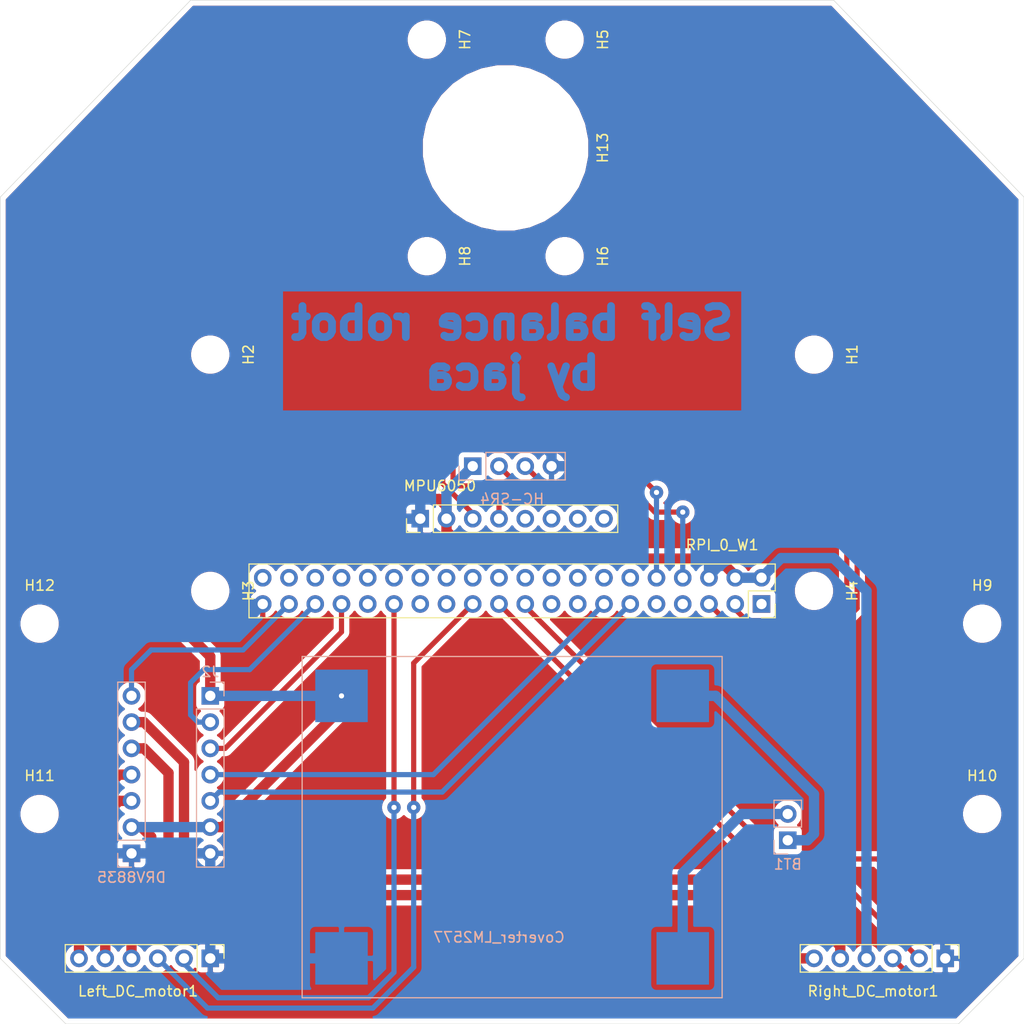
<source format=kicad_pcb>
(kicad_pcb (version 20171130) (host pcbnew "(5.1.8)-1")

  (general
    (thickness 1.6)
    (drawings 9)
    (tracks 167)
    (zones 0)
    (modules 22)
    (nets 22)
  )

  (page A4)
  (layers
    (0 F.Cu signal)
    (31 B.Cu signal)
    (32 B.Adhes user)
    (33 F.Adhes user)
    (34 B.Paste user hide)
    (35 F.Paste user)
    (36 B.SilkS user)
    (37 F.SilkS user)
    (38 B.Mask user hide)
    (39 F.Mask user)
    (40 Dwgs.User user)
    (41 Cmts.User user hide)
    (42 Eco1.User user hide)
    (43 Eco2.User user hide)
    (44 Edge.Cuts user)
    (45 Margin user hide)
    (46 B.CrtYd user)
    (47 F.CrtYd user)
    (48 B.Fab user hide)
    (49 F.Fab user hide)
  )

  (setup
    (last_trace_width 0.5)
    (user_trace_width 0.5)
    (user_trace_width 1)
    (trace_clearance 0.5)
    (zone_clearance 0.508)
    (zone_45_only no)
    (trace_min 0.2)
    (via_size 1.3)
    (via_drill 0.5)
    (via_min_size 0.4)
    (via_min_drill 0.3)
    (user_via 1.3 0.5)
    (uvia_size 0.3)
    (uvia_drill 0.1)
    (uvias_allowed no)
    (uvia_min_size 0.2)
    (uvia_min_drill 0.1)
    (edge_width 0.05)
    (segment_width 0.2)
    (pcb_text_width 0.3)
    (pcb_text_size 1.5 1.5)
    (mod_edge_width 0.12)
    (mod_text_size 1 1)
    (mod_text_width 0.15)
    (pad_size 15 15)
    (pad_drill 15)
    (pad_to_mask_clearance 0)
    (aux_axis_origin 0 0)
    (visible_elements 7FFFFFFF)
    (pcbplotparams
      (layerselection 0x3ffff_ffffffff)
      (usegerberextensions false)
      (usegerberattributes true)
      (usegerberadvancedattributes true)
      (creategerberjobfile true)
      (excludeedgelayer true)
      (linewidth 0.100000)
      (plotframeref false)
      (viasonmask false)
      (mode 1)
      (useauxorigin false)
      (hpglpennumber 1)
      (hpglpenspeed 20)
      (hpglpendiameter 15.000000)
      (psnegative false)
      (psa4output false)
      (plotreference true)
      (plotvalue true)
      (plotinvisibletext false)
      (padsonsilk false)
      (subtractmaskfromsilk false)
      (outputformat 1)
      (mirror false)
      (drillshape 0)
      (scaleselection 1)
      (outputdirectory "gerber/"))
  )

  (net 0 "")
  (net 1 GND)
  (net 2 MODE)
  (net 3 IN2_EN_B)
  (net 4 IN1_PH_B)
  (net 5 IN2_EN_A)
  (net 6 IN1_PH_A)
  (net 7 SDA)
  (net 8 SCL)
  (net 9 L_OUT_A)
  (net 10 L_OUT_B)
  (net 11 R_OUT_A)
  (net 12 R_OUT_B)
  (net 13 +5V)
  (net 14 R_M2)
  (net 15 R_M1)
  (net 16 L_M1)
  (net 17 L_M2)
  (net 18 TRIG)
  (net 19 ECHO)
  (net 20 "Net-(BT1-Pad1)")
  (net 21 "Net-(BT1-Pad2)")

  (net_class Default "This is the default net class."
    (clearance 0.5)
    (trace_width 0.5)
    (via_dia 1.3)
    (via_drill 0.5)
    (uvia_dia 0.3)
    (uvia_drill 0.1)
    (diff_pair_width 0.5)
    (diff_pair_gap 0.5)
    (add_net +5V)
    (add_net ECHO)
    (add_net GND)
    (add_net IN1_PH_A)
    (add_net IN1_PH_B)
    (add_net IN2_EN_A)
    (add_net IN2_EN_B)
    (add_net L_M1)
    (add_net L_M2)
    (add_net L_OUT_A)
    (add_net L_OUT_B)
    (add_net MODE)
    (add_net "Net-(BT1-Pad1)")
    (add_net "Net-(BT1-Pad2)")
    (add_net R_M1)
    (add_net R_M2)
    (add_net R_OUT_A)
    (add_net R_OUT_B)
    (add_net SCL)
    (add_net SDA)
    (add_net TRIG)
  )

  (module Connector_PinHeader_2.54mm:PinHeader_1x06_P2.54mm_Vertical (layer F.Cu) (tedit 59FED5CC) (tstamp 5FCFFA6D)
    (at 173.99 122.555 270)
    (descr "Through hole straight pin header, 1x06, 2.54mm pitch, single row")
    (tags "Through hole pin header THT 1x06 2.54mm single row")
    (path /5FC5E2C3)
    (fp_text reference Right_DC_motor1 (at 3.175 6.985 180) (layer F.SilkS)
      (effects (font (size 1 1) (thickness 0.15)))
    )
    (fp_text value Conn_01x06_Female (at 0 15.03 90) (layer F.Fab)
      (effects (font (size 1 1) (thickness 0.15)))
    )
    (fp_line (start 1.8 -1.8) (end -1.8 -1.8) (layer F.CrtYd) (width 0.05))
    (fp_line (start 1.8 14.5) (end 1.8 -1.8) (layer F.CrtYd) (width 0.05))
    (fp_line (start -1.8 14.5) (end 1.8 14.5) (layer F.CrtYd) (width 0.05))
    (fp_line (start -1.8 -1.8) (end -1.8 14.5) (layer F.CrtYd) (width 0.05))
    (fp_line (start -1.33 -1.33) (end 0 -1.33) (layer F.SilkS) (width 0.12))
    (fp_line (start -1.33 0) (end -1.33 -1.33) (layer F.SilkS) (width 0.12))
    (fp_line (start -1.33 1.27) (end 1.33 1.27) (layer F.SilkS) (width 0.12))
    (fp_line (start 1.33 1.27) (end 1.33 14.03) (layer F.SilkS) (width 0.12))
    (fp_line (start -1.33 1.27) (end -1.33 14.03) (layer F.SilkS) (width 0.12))
    (fp_line (start -1.33 14.03) (end 1.33 14.03) (layer F.SilkS) (width 0.12))
    (fp_line (start -1.27 -0.635) (end -0.635 -1.27) (layer F.Fab) (width 0.1))
    (fp_line (start -1.27 13.97) (end -1.27 -0.635) (layer F.Fab) (width 0.1))
    (fp_line (start 1.27 13.97) (end -1.27 13.97) (layer F.Fab) (width 0.1))
    (fp_line (start 1.27 -1.27) (end 1.27 13.97) (layer F.Fab) (width 0.1))
    (fp_line (start -0.635 -1.27) (end 1.27 -1.27) (layer F.Fab) (width 0.1))
    (fp_text user %R (at 0 6.35) (layer F.Fab)
      (effects (font (size 1 1) (thickness 0.15)))
    )
    (pad 6 thru_hole oval (at 0 12.7 270) (size 1.7 1.7) (drill 1) (layers *.Cu *.Mask)
      (net 15 R_M1))
    (pad 5 thru_hole oval (at 0 10.16 270) (size 1.7 1.7) (drill 1) (layers *.Cu *.Mask)
      (net 14 R_M2))
    (pad 4 thru_hole oval (at 0 7.62 270) (size 1.7 1.7) (drill 1) (layers *.Cu *.Mask)
      (net 13 +5V))
    (pad 3 thru_hole oval (at 0 5.08 270) (size 1.7 1.7) (drill 1) (layers *.Cu *.Mask)
      (net 11 R_OUT_A))
    (pad 2 thru_hole oval (at 0 2.54 270) (size 1.7 1.7) (drill 1) (layers *.Cu *.Mask)
      (net 12 R_OUT_B))
    (pad 1 thru_hole rect (at 0 0 270) (size 1.7 1.7) (drill 1) (layers *.Cu *.Mask)
      (net 1 GND))
    (model ${KISYS3DMOD}/Connector_PinHeader_2.54mm.3dshapes/PinHeader_1x06_P2.54mm_Vertical.wrl
      (at (xyz 0 0 0))
      (scale (xyz 1 1 1))
      (rotate (xyz 0 0 0))
    )
  )

  (module Connector_PinHeader_2.54mm:PinHeader_1x06_P2.54mm_Vertical (layer F.Cu) (tedit 59FED5CC) (tstamp 5FE7BE6C)
    (at 102.87 122.555 270)
    (descr "Through hole straight pin header, 1x06, 2.54mm pitch, single row")
    (tags "Through hole pin header THT 1x06 2.54mm single row")
    (path /5FC5C01D)
    (fp_text reference Left_DC_motor1 (at 3.175 6.985 180) (layer F.SilkS)
      (effects (font (size 1 1) (thickness 0.15)))
    )
    (fp_text value Conn_01x06_Female (at 0 15.03 90) (layer F.Fab)
      (effects (font (size 1 1) (thickness 0.15)))
    )
    (fp_line (start 1.8 -1.8) (end -1.8 -1.8) (layer F.CrtYd) (width 0.05))
    (fp_line (start 1.8 14.5) (end 1.8 -1.8) (layer F.CrtYd) (width 0.05))
    (fp_line (start -1.8 14.5) (end 1.8 14.5) (layer F.CrtYd) (width 0.05))
    (fp_line (start -1.8 -1.8) (end -1.8 14.5) (layer F.CrtYd) (width 0.05))
    (fp_line (start -1.33 -1.33) (end 0 -1.33) (layer F.SilkS) (width 0.12))
    (fp_line (start -1.33 0) (end -1.33 -1.33) (layer F.SilkS) (width 0.12))
    (fp_line (start -1.33 1.27) (end 1.33 1.27) (layer F.SilkS) (width 0.12))
    (fp_line (start 1.33 1.27) (end 1.33 14.03) (layer F.SilkS) (width 0.12))
    (fp_line (start -1.33 1.27) (end -1.33 14.03) (layer F.SilkS) (width 0.12))
    (fp_line (start -1.33 14.03) (end 1.33 14.03) (layer F.SilkS) (width 0.12))
    (fp_line (start -1.27 -0.635) (end -0.635 -1.27) (layer F.Fab) (width 0.1))
    (fp_line (start -1.27 13.97) (end -1.27 -0.635) (layer F.Fab) (width 0.1))
    (fp_line (start 1.27 13.97) (end -1.27 13.97) (layer F.Fab) (width 0.1))
    (fp_line (start 1.27 -1.27) (end 1.27 13.97) (layer F.Fab) (width 0.1))
    (fp_line (start -0.635 -1.27) (end 1.27 -1.27) (layer F.Fab) (width 0.1))
    (fp_text user %R (at 0 6.35) (layer F.Fab)
      (effects (font (size 1 1) (thickness 0.15)))
    )
    (pad 6 thru_hole oval (at 0 12.7 270) (size 1.7 1.7) (drill 1) (layers *.Cu *.Mask)
      (net 16 L_M1))
    (pad 5 thru_hole oval (at 0 10.16 270) (size 1.7 1.7) (drill 1) (layers *.Cu *.Mask)
      (net 17 L_M2))
    (pad 4 thru_hole oval (at 0 7.62 270) (size 1.7 1.7) (drill 1) (layers *.Cu *.Mask)
      (net 13 +5V))
    (pad 3 thru_hole oval (at 0 5.08 270) (size 1.7 1.7) (drill 1) (layers *.Cu *.Mask)
      (net 9 L_OUT_A))
    (pad 2 thru_hole oval (at 0 2.54 270) (size 1.7 1.7) (drill 1) (layers *.Cu *.Mask)
      (net 10 L_OUT_B))
    (pad 1 thru_hole rect (at 0 0 270) (size 1.7 1.7) (drill 1) (layers *.Cu *.Mask)
      (net 1 GND))
    (model ${KISYS3DMOD}/Connector_PinHeader_2.54mm.3dshapes/PinHeader_1x06_P2.54mm_Vertical.wrl
      (at (xyz 0 0 0))
      (scale (xyz 1 1 1))
      (rotate (xyz 0 0 0))
    )
  )

  (module Connector_PinHeader_2.54mm:PinHeader_1x02_P2.54mm_Vertical (layer B.Cu) (tedit 59FED5CC) (tstamp 5FE7BDD6)
    (at 158.75 111.125)
    (descr "Through hole straight pin header, 1x02, 2.54mm pitch, single row")
    (tags "Through hole pin header THT 1x02 2.54mm single row")
    (path /5FEA8E71)
    (fp_text reference BT1 (at 0 2.33) (layer B.SilkS)
      (effects (font (size 1 1) (thickness 0.15)) (justify mirror))
    )
    (fp_text value Battery_Cell (at 0 -4.87) (layer B.Fab)
      (effects (font (size 1 1) (thickness 0.15)) (justify mirror))
    )
    (fp_line (start 1.8 1.8) (end -1.8 1.8) (layer B.CrtYd) (width 0.05))
    (fp_line (start 1.8 -4.35) (end 1.8 1.8) (layer B.CrtYd) (width 0.05))
    (fp_line (start -1.8 -4.35) (end 1.8 -4.35) (layer B.CrtYd) (width 0.05))
    (fp_line (start -1.8 1.8) (end -1.8 -4.35) (layer B.CrtYd) (width 0.05))
    (fp_line (start -1.33 1.33) (end 0 1.33) (layer B.SilkS) (width 0.12))
    (fp_line (start -1.33 0) (end -1.33 1.33) (layer B.SilkS) (width 0.12))
    (fp_line (start -1.33 -1.27) (end 1.33 -1.27) (layer B.SilkS) (width 0.12))
    (fp_line (start 1.33 -1.27) (end 1.33 -3.87) (layer B.SilkS) (width 0.12))
    (fp_line (start -1.33 -1.27) (end -1.33 -3.87) (layer B.SilkS) (width 0.12))
    (fp_line (start -1.33 -3.87) (end 1.33 -3.87) (layer B.SilkS) (width 0.12))
    (fp_line (start -1.27 0.635) (end -0.635 1.27) (layer B.Fab) (width 0.1))
    (fp_line (start -1.27 -3.81) (end -1.27 0.635) (layer B.Fab) (width 0.1))
    (fp_line (start 1.27 -3.81) (end -1.27 -3.81) (layer B.Fab) (width 0.1))
    (fp_line (start 1.27 1.27) (end 1.27 -3.81) (layer B.Fab) (width 0.1))
    (fp_line (start -0.635 1.27) (end 1.27 1.27) (layer B.Fab) (width 0.1))
    (fp_text user %R (at 0 -1.27 -90) (layer B.Fab)
      (effects (font (size 1 1) (thickness 0.15)) (justify mirror))
    )
    (pad 2 thru_hole oval (at 0 -2.54) (size 1.7 1.7) (drill 1) (layers *.Cu *.Mask)
      (net 21 "Net-(BT1-Pad2)"))
    (pad 1 thru_hole rect (at 0 0) (size 1.7 1.7) (drill 1) (layers *.Cu *.Mask)
      (net 20 "Net-(BT1-Pad1)"))
    (model ${KISYS3DMOD}/Connector_PinHeader_2.54mm.3dshapes/PinHeader_1x02_P2.54mm_Vertical.wrl
      (at (xyz 0 0 0))
      (scale (xyz 1 1 1))
      (rotate (xyz 0 0 0))
    )
  )

  (module Connector_PinHeader_2.54mm:PinHeader_1x08_P2.54mm_Vertical (layer F.Cu) (tedit 59FED5CC) (tstamp 5FDA34D8)
    (at 123.19 80.01 90)
    (descr "Through hole straight pin header, 1x08, 2.54mm pitch, single row")
    (tags "Through hole pin header THT 1x08 2.54mm single row")
    (path /5FC4F4F7)
    (fp_text reference MPU6050 (at 3.175 1.905 180) (layer F.SilkS)
      (effects (font (size 1 1) (thickness 0.15)))
    )
    (fp_text value Conn_01x08_Female (at 0 20.11 90) (layer F.Fab)
      (effects (font (size 1 1) (thickness 0.15)))
    )
    (fp_line (start -0.635 -1.27) (end 1.27 -1.27) (layer F.Fab) (width 0.1))
    (fp_line (start 1.27 -1.27) (end 1.27 19.05) (layer F.Fab) (width 0.1))
    (fp_line (start 1.27 19.05) (end -1.27 19.05) (layer F.Fab) (width 0.1))
    (fp_line (start -1.27 19.05) (end -1.27 -0.635) (layer F.Fab) (width 0.1))
    (fp_line (start -1.27 -0.635) (end -0.635 -1.27) (layer F.Fab) (width 0.1))
    (fp_line (start -1.33 19.11) (end 1.33 19.11) (layer F.SilkS) (width 0.12))
    (fp_line (start -1.33 1.27) (end -1.33 19.11) (layer F.SilkS) (width 0.12))
    (fp_line (start 1.33 1.27) (end 1.33 19.11) (layer F.SilkS) (width 0.12))
    (fp_line (start -1.33 1.27) (end 1.33 1.27) (layer F.SilkS) (width 0.12))
    (fp_line (start -1.33 0) (end -1.33 -1.33) (layer F.SilkS) (width 0.12))
    (fp_line (start -1.33 -1.33) (end 0 -1.33) (layer F.SilkS) (width 0.12))
    (fp_line (start -1.8 -1.8) (end -1.8 19.55) (layer F.CrtYd) (width 0.05))
    (fp_line (start -1.8 19.55) (end 1.8 19.55) (layer F.CrtYd) (width 0.05))
    (fp_line (start 1.8 19.55) (end 1.8 -1.8) (layer F.CrtYd) (width 0.05))
    (fp_line (start 1.8 -1.8) (end -1.8 -1.8) (layer F.CrtYd) (width 0.05))
    (fp_text user %R (at 0 8.89) (layer F.Fab)
      (effects (font (size 1 1) (thickness 0.15)))
    )
    (pad 1 thru_hole rect (at 0 0 90) (size 1.7 1.7) (drill 1) (layers *.Cu *.Mask)
      (net 1 GND))
    (pad 2 thru_hole oval (at 0 2.54 90) (size 1.7 1.7) (drill 1) (layers *.Cu *.Mask)
      (net 13 +5V))
    (pad 3 thru_hole oval (at 0 5.08 90) (size 1.7 1.7) (drill 1) (layers *.Cu *.Mask)
      (net 8 SCL))
    (pad 4 thru_hole oval (at 0 7.62 90) (size 1.7 1.7) (drill 1) (layers *.Cu *.Mask)
      (net 7 SDA))
    (pad 5 thru_hole oval (at 0 10.16 90) (size 1.7 1.7) (drill 1) (layers *.Cu *.Mask))
    (pad 6 thru_hole oval (at 0 12.7 90) (size 1.7 1.7) (drill 1) (layers *.Cu *.Mask))
    (pad 7 thru_hole oval (at 0 15.24 90) (size 1.7 1.7) (drill 1) (layers *.Cu *.Mask))
    (pad 8 thru_hole oval (at 0 17.78 90) (size 1.7 1.7) (drill 1) (layers *.Cu *.Mask))
    (model ${KISYS3DMOD}/Connector_PinHeader_2.54mm.3dshapes/PinHeader_1x08_P2.54mm_Vertical.wrl
      (at (xyz 0 0 0))
      (scale (xyz 1 1 1))
      (rotate (xyz 0 0 0))
    )
  )

  (module MountingHole:MountingHole_2.7mm_M2.5 (layer F.Cu) (tedit 56D1B4CB) (tstamp 5FDE58C3)
    (at 137.16 33.655 270)
    (descr "Mounting Hole 2.7mm, no annular, M2.5")
    (tags "mounting hole 2.7mm no annular m2.5")
    (path /5FDBBAF5)
    (attr virtual)
    (fp_text reference H5 (at 0 -3.7 90) (layer F.SilkS)
      (effects (font (size 1 1) (thickness 0.15)))
    )
    (fp_text value MountingHole (at 0 3.7 90) (layer F.Fab)
      (effects (font (size 1 1) (thickness 0.15)))
    )
    (fp_circle (center 0 0) (end 2.95 0) (layer F.CrtYd) (width 0.05))
    (fp_circle (center 0 0) (end 2.7 0) (layer Cmts.User) (width 0.15))
    (fp_text user %R (at 0.3 0 90) (layer F.Fab)
      (effects (font (size 1 1) (thickness 0.15)))
    )
    (pad 1 np_thru_hole circle (at 0 0 270) (size 2.7 2.7) (drill 2.7) (layers *.Cu *.Mask))
  )

  (module MountingHole:MountingHole_2.7mm_M2.5 (layer F.Cu) (tedit 56D1B4CB) (tstamp 5FDE58ED)
    (at 137.16 54.61 270)
    (descr "Mounting Hole 2.7mm, no annular, M2.5")
    (tags "mounting hole 2.7mm no annular m2.5")
    (path /5FDBA77F)
    (attr virtual)
    (fp_text reference H6 (at 0 -3.7 90) (layer F.SilkS)
      (effects (font (size 1 1) (thickness 0.15)))
    )
    (fp_text value MountingHole (at 0 3.7 90) (layer F.Fab)
      (effects (font (size 1 1) (thickness 0.15)))
    )
    (fp_circle (center 0 0) (end 2.95 0) (layer F.CrtYd) (width 0.05))
    (fp_circle (center 0 0) (end 2.7 0) (layer Cmts.User) (width 0.15))
    (fp_text user %R (at 0.3 0 90) (layer F.Fab)
      (effects (font (size 1 1) (thickness 0.15)))
    )
    (pad 1 np_thru_hole circle (at 0 0 270) (size 2.7 2.7) (drill 2.7) (layers *.Cu *.Mask))
  )

  (module MountingHole:MountingHole_2.7mm_M2.5 (layer F.Cu) (tedit 56D1B4CB) (tstamp 5FCD5AD1)
    (at 161.29 86.995 270)
    (descr "Mounting Hole 2.7mm, no annular, M2.5")
    (tags "mounting hole 2.7mm no annular m2.5")
    (path /5FCB87DD)
    (attr virtual)
    (fp_text reference H4 (at 0 -3.7 90) (layer F.SilkS)
      (effects (font (size 1 1) (thickness 0.15)))
    )
    (fp_text value MountingHole (at 0 3.7 90) (layer F.Fab)
      (effects (font (size 1 1) (thickness 0.15)))
    )
    (fp_circle (center 0 0) (end 2.95 0) (layer F.CrtYd) (width 0.05))
    (fp_circle (center 0 0) (end 2.7 0) (layer Cmts.User) (width 0.15))
    (fp_text user %R (at 0.3 0 90) (layer F.Fab)
      (effects (font (size 1 1) (thickness 0.15)))
    )
    (pad 1 np_thru_hole circle (at 0 0 270) (size 2.7 2.7) (drill 2.7) (layers *.Cu *.Mask))
  )

  (module MountingHole:MountingHole_2.7mm_M2.5 (layer F.Cu) (tedit 56D1B4CB) (tstamp 5FCD162B)
    (at 102.87 86.995 270)
    (descr "Mounting Hole 2.7mm, no annular, M2.5")
    (tags "mounting hole 2.7mm no annular m2.5")
    (path /5FCBA065)
    (attr virtual)
    (fp_text reference H3 (at 0 -3.7 90) (layer F.SilkS)
      (effects (font (size 1 1) (thickness 0.15)))
    )
    (fp_text value MountingHole (at 0 3.7 90) (layer F.Fab)
      (effects (font (size 1 1) (thickness 0.15)))
    )
    (fp_circle (center 0 0) (end 2.7 0) (layer Cmts.User) (width 0.15))
    (fp_circle (center 0 0) (end 2.95 0) (layer F.CrtYd) (width 0.05))
    (fp_text user %R (at 0.3 0 90) (layer F.Fab)
      (effects (font (size 1 1) (thickness 0.15)))
    )
    (pad 1 np_thru_hole circle (at 0 0 270) (size 2.7 2.7) (drill 2.7) (layers *.Cu *.Mask))
  )

  (module MountingHole:MountingHole_2.7mm_M2.5 (layer F.Cu) (tedit 56D1B4CB) (tstamp 5FCD1633)
    (at 102.87 64.135 270)
    (descr "Mounting Hole 2.7mm, no annular, M2.5")
    (tags "mounting hole 2.7mm no annular m2.5")
    (path /5FCC52DD)
    (attr virtual)
    (fp_text reference H2 (at 0 -3.7 90) (layer F.SilkS)
      (effects (font (size 1 1) (thickness 0.15)))
    )
    (fp_text value MountingHole (at 0 3.7 90) (layer F.Fab)
      (effects (font (size 1 1) (thickness 0.15)))
    )
    (fp_circle (center 0 0) (end 2.7 0) (layer Cmts.User) (width 0.15))
    (fp_circle (center 0 0) (end 2.95 0) (layer F.CrtYd) (width 0.05))
    (fp_text user %R (at 0.3 0 90) (layer F.Fab)
      (effects (font (size 1 1) (thickness 0.15)))
    )
    (pad 1 np_thru_hole circle (at 0 0 270) (size 2.7 2.7) (drill 2.7) (layers *.Cu *.Mask))
  )

  (module MountingHole:MountingHole_2.7mm_M2.5 (layer F.Cu) (tedit 56D1B4CB) (tstamp 5FCD5EC5)
    (at 161.29 64.135 270)
    (descr "Mounting Hole 2.7mm, no annular, M2.5")
    (tags "mounting hole 2.7mm no annular m2.5")
    (path /5FCCB2AF)
    (attr virtual)
    (fp_text reference H1 (at 0 -3.7 90) (layer F.SilkS)
      (effects (font (size 1 1) (thickness 0.15)))
    )
    (fp_text value MountingHole (at 0 3.7 90) (layer F.Fab)
      (effects (font (size 1 1) (thickness 0.15)))
    )
    (fp_circle (center 0 0) (end 2.95 0) (layer F.CrtYd) (width 0.05))
    (fp_circle (center 0 0) (end 2.7 0) (layer Cmts.User) (width 0.15))
    (fp_text user %R (at 0.3 0 90) (layer F.Fab)
      (effects (font (size 1 1) (thickness 0.15)))
    )
    (pad 1 np_thru_hole circle (at 0 0 270) (size 2.7 2.7) (drill 2.7) (layers *.Cu *.Mask))
  )

  (module MountingHole:MountingHole_2.7mm_M2.5 (layer F.Cu) (tedit 56D1B4CB) (tstamp 5FDE58AE)
    (at 123.825 54.61 270)
    (descr "Mounting Hole 2.7mm, no annular, M2.5")
    (tags "mounting hole 2.7mm no annular m2.5")
    (path /5FCD1568)
    (attr virtual)
    (fp_text reference H8 (at 0 -3.7 90) (layer F.SilkS)
      (effects (font (size 1 1) (thickness 0.15)))
    )
    (fp_text value MountingHole (at 0 3.7 90) (layer F.Fab)
      (effects (font (size 1 1) (thickness 0.15)))
    )
    (fp_circle (center 0 0) (end 2.7 0) (layer Cmts.User) (width 0.15))
    (fp_circle (center 0 0) (end 2.95 0) (layer F.CrtYd) (width 0.05))
    (fp_text user %R (at 0.3 0 90) (layer F.Fab)
      (effects (font (size 1 1) (thickness 0.15)))
    )
    (pad 1 np_thru_hole circle (at 0 0 270) (size 2.7 2.7) (drill 2.7) (layers *.Cu *.Mask))
  )

  (module MountingHole:MountingHole_2.7mm_M2.5 (layer F.Cu) (tedit 56D1B4CB) (tstamp 5FDE58D8)
    (at 123.825 33.655 270)
    (descr "Mounting Hole 2.7mm, no annular, M2.5")
    (tags "mounting hole 2.7mm no annular m2.5")
    (path /5FCD77B9)
    (attr virtual)
    (fp_text reference H7 (at 0 -3.7 90) (layer F.SilkS)
      (effects (font (size 1 1) (thickness 0.15)))
    )
    (fp_text value MountingHole (at 0 3.7 90) (layer F.Fab)
      (effects (font (size 1 1) (thickness 0.15)))
    )
    (fp_circle (center 0 0) (end 2.95 0) (layer F.CrtYd) (width 0.05))
    (fp_circle (center 0 0) (end 2.7 0) (layer Cmts.User) (width 0.15))
    (fp_text user %R (at 0.3 0 90) (layer F.Fab)
      (effects (font (size 1 1) (thickness 0.15)))
    )
    (pad 1 np_thru_hole circle (at 0 0 270) (size 2.7 2.7) (drill 2.7) (layers *.Cu *.Mask))
  )

  (module Connector_PinSocket_2.54mm:PinSocket_2x20_P2.54mm_Vertical (layer F.Cu) (tedit 5A19A433) (tstamp 5FCD1747)
    (at 156.21 88.265 270)
    (descr "Through hole straight socket strip, 2x20, 2.54mm pitch, double cols (from Kicad 4.0.7), script generated")
    (tags "Through hole socket strip THT 2x20 2.54mm double row")
    (path /5FD2B281)
    (fp_text reference RPI_0_W1 (at -5.715 3.81 180) (layer F.SilkS)
      (effects (font (size 1 1) (thickness 0.15)))
    )
    (fp_text value Conn_02x20_Odd_Even (at -1.27 51.03 90) (layer F.Fab)
      (effects (font (size 1 1) (thickness 0.15)))
    )
    (fp_line (start -3.81 -1.27) (end 0.27 -1.27) (layer F.Fab) (width 0.1))
    (fp_line (start 0.27 -1.27) (end 1.27 -0.27) (layer F.Fab) (width 0.1))
    (fp_line (start 1.27 -0.27) (end 1.27 49.53) (layer F.Fab) (width 0.1))
    (fp_line (start 1.27 49.53) (end -3.81 49.53) (layer F.Fab) (width 0.1))
    (fp_line (start -3.81 49.53) (end -3.81 -1.27) (layer F.Fab) (width 0.1))
    (fp_line (start -3.87 -1.33) (end -1.27 -1.33) (layer F.SilkS) (width 0.12))
    (fp_line (start -3.87 -1.33) (end -3.87 49.59) (layer F.SilkS) (width 0.12))
    (fp_line (start -3.87 49.59) (end 1.33 49.59) (layer F.SilkS) (width 0.12))
    (fp_line (start 1.33 1.27) (end 1.33 49.59) (layer F.SilkS) (width 0.12))
    (fp_line (start -1.27 1.27) (end 1.33 1.27) (layer F.SilkS) (width 0.12))
    (fp_line (start -1.27 -1.33) (end -1.27 1.27) (layer F.SilkS) (width 0.12))
    (fp_line (start 1.33 -1.33) (end 1.33 0) (layer F.SilkS) (width 0.12))
    (fp_line (start 0 -1.33) (end 1.33 -1.33) (layer F.SilkS) (width 0.12))
    (fp_line (start -4.34 -1.8) (end 1.76 -1.8) (layer F.CrtYd) (width 0.05))
    (fp_line (start 1.76 -1.8) (end 1.76 50) (layer F.CrtYd) (width 0.05))
    (fp_line (start 1.76 50) (end -4.34 50) (layer F.CrtYd) (width 0.05))
    (fp_line (start -4.34 50) (end -4.34 -1.8) (layer F.CrtYd) (width 0.05))
    (fp_text user %R (at -1.27 24.13) (layer F.Fab)
      (effects (font (size 1 1) (thickness 0.15)))
    )
    (pad 1 thru_hole rect (at 0 0 270) (size 1.7 1.7) (drill 1) (layers *.Cu *.Mask))
    (pad 2 thru_hole oval (at -2.54 0 270) (size 1.7 1.7) (drill 1) (layers *.Cu *.Mask)
      (net 13 +5V))
    (pad 3 thru_hole oval (at 0 2.54 270) (size 1.7 1.7) (drill 1) (layers *.Cu *.Mask)
      (net 7 SDA))
    (pad 4 thru_hole oval (at -2.54 2.54 270) (size 1.7 1.7) (drill 1) (layers *.Cu *.Mask)
      (net 13 +5V))
    (pad 5 thru_hole oval (at 0 5.08 270) (size 1.7 1.7) (drill 1) (layers *.Cu *.Mask)
      (net 8 SCL))
    (pad 6 thru_hole oval (at -2.54 5.08 270) (size 1.7 1.7) (drill 1) (layers *.Cu *.Mask)
      (net 1 GND))
    (pad 7 thru_hole oval (at 0 7.62 270) (size 1.7 1.7) (drill 1) (layers *.Cu *.Mask))
    (pad 8 thru_hole oval (at -2.54 7.62 270) (size 1.7 1.7) (drill 1) (layers *.Cu *.Mask)
      (net 18 TRIG))
    (pad 9 thru_hole oval (at 0 10.16 270) (size 1.7 1.7) (drill 1) (layers *.Cu *.Mask))
    (pad 10 thru_hole oval (at -2.54 10.16 270) (size 1.7 1.7) (drill 1) (layers *.Cu *.Mask)
      (net 19 ECHO))
    (pad 11 thru_hole oval (at 0 12.7 270) (size 1.7 1.7) (drill 1) (layers *.Cu *.Mask)
      (net 3 IN2_EN_B))
    (pad 12 thru_hole oval (at -2.54 12.7 270) (size 1.7 1.7) (drill 1) (layers *.Cu *.Mask))
    (pad 13 thru_hole oval (at 0 15.24 270) (size 1.7 1.7) (drill 1) (layers *.Cu *.Mask)
      (net 4 IN1_PH_B))
    (pad 14 thru_hole oval (at -2.54 15.24 270) (size 1.7 1.7) (drill 1) (layers *.Cu *.Mask))
    (pad 15 thru_hole oval (at 0 17.78 270) (size 1.7 1.7) (drill 1) (layers *.Cu *.Mask))
    (pad 16 thru_hole oval (at -2.54 17.78 270) (size 1.7 1.7) (drill 1) (layers *.Cu *.Mask))
    (pad 17 thru_hole oval (at 0 20.32 270) (size 1.7 1.7) (drill 1) (layers *.Cu *.Mask))
    (pad 18 thru_hole oval (at -2.54 20.32 270) (size 1.7 1.7) (drill 1) (layers *.Cu *.Mask))
    (pad 19 thru_hole oval (at 0 22.86 270) (size 1.7 1.7) (drill 1) (layers *.Cu *.Mask)
      (net 11 R_OUT_A))
    (pad 20 thru_hole oval (at -2.54 22.86 270) (size 1.7 1.7) (drill 1) (layers *.Cu *.Mask))
    (pad 21 thru_hole oval (at 0 25.4 270) (size 1.7 1.7) (drill 1) (layers *.Cu *.Mask)
      (net 12 R_OUT_B))
    (pad 22 thru_hole oval (at -2.54 25.4 270) (size 1.7 1.7) (drill 1) (layers *.Cu *.Mask))
    (pad 23 thru_hole oval (at 0 27.94 270) (size 1.7 1.7) (drill 1) (layers *.Cu *.Mask)
      (net 9 L_OUT_A))
    (pad 24 thru_hole oval (at -2.54 27.94 270) (size 1.7 1.7) (drill 1) (layers *.Cu *.Mask))
    (pad 25 thru_hole oval (at 0 30.48 270) (size 1.7 1.7) (drill 1) (layers *.Cu *.Mask))
    (pad 26 thru_hole oval (at -2.54 30.48 270) (size 1.7 1.7) (drill 1) (layers *.Cu *.Mask))
    (pad 27 thru_hole oval (at 0 33.02 270) (size 1.7 1.7) (drill 1) (layers *.Cu *.Mask))
    (pad 28 thru_hole oval (at -2.54 33.02 270) (size 1.7 1.7) (drill 1) (layers *.Cu *.Mask))
    (pad 29 thru_hole oval (at 0 35.56 270) (size 1.7 1.7) (drill 1) (layers *.Cu *.Mask)
      (net 10 L_OUT_B))
    (pad 30 thru_hole oval (at -2.54 35.56 270) (size 1.7 1.7) (drill 1) (layers *.Cu *.Mask))
    (pad 31 thru_hole oval (at 0 38.1 270) (size 1.7 1.7) (drill 1) (layers *.Cu *.Mask))
    (pad 32 thru_hole oval (at -2.54 38.1 270) (size 1.7 1.7) (drill 1) (layers *.Cu *.Mask))
    (pad 33 thru_hole oval (at 0 40.64 270) (size 1.7 1.7) (drill 1) (layers *.Cu *.Mask)
      (net 5 IN2_EN_A))
    (pad 34 thru_hole oval (at -2.54 40.64 270) (size 1.7 1.7) (drill 1) (layers *.Cu *.Mask))
    (pad 35 thru_hole oval (at 0 43.18 270) (size 1.7 1.7) (drill 1) (layers *.Cu *.Mask)
      (net 6 IN1_PH_A))
    (pad 36 thru_hole oval (at -2.54 43.18 270) (size 1.7 1.7) (drill 1) (layers *.Cu *.Mask))
    (pad 37 thru_hole oval (at 0 45.72 270) (size 1.7 1.7) (drill 1) (layers *.Cu *.Mask)
      (net 2 MODE))
    (pad 38 thru_hole oval (at -2.54 45.72 270) (size 1.7 1.7) (drill 1) (layers *.Cu *.Mask))
    (pad 39 thru_hole oval (at 0 48.26 270) (size 1.7 1.7) (drill 1) (layers *.Cu *.Mask)
      (net 1 GND))
    (pad 40 thru_hole oval (at -2.54 48.26 270) (size 1.7 1.7) (drill 1) (layers *.Cu *.Mask))
    (model ${KISYS3DMOD}/Connector_PinSocket_2.54mm.3dshapes/PinSocket_2x20_P2.54mm_Vertical.wrl
      (at (xyz 0 0 0))
      (scale (xyz 1 1 1))
      (rotate (xyz 0 0 0))
    )
  )

  (module Connector_PinSocket_2.54mm:PinSocket_1x04_P2.54mm_Vertical (layer B.Cu) (tedit 5A19A429) (tstamp 5FE7BA28)
    (at 128.27 74.93 270)
    (descr "Through hole straight socket strip, 1x04, 2.54mm pitch, single row (from Kicad 4.0.7), script generated")
    (tags "Through hole socket strip THT 1x04 2.54mm single row")
    (path /5FC54581)
    (fp_text reference HC-SR4 (at 3.175 -3.81) (layer B.SilkS)
      (effects (font (size 1 1) (thickness 0.15)) (justify mirror))
    )
    (fp_text value Conn_01x04_Female (at -3.175 -5.715) (layer B.Fab)
      (effects (font (size 1 1) (thickness 0.15)) (justify mirror))
    )
    (fp_line (start -1.8 -9.4) (end -1.8 1.8) (layer B.CrtYd) (width 0.05))
    (fp_line (start 1.75 -9.4) (end -1.8 -9.4) (layer B.CrtYd) (width 0.05))
    (fp_line (start 1.75 1.8) (end 1.75 -9.4) (layer B.CrtYd) (width 0.05))
    (fp_line (start -1.8 1.8) (end 1.75 1.8) (layer B.CrtYd) (width 0.05))
    (fp_line (start 0 1.33) (end 1.33 1.33) (layer B.SilkS) (width 0.12))
    (fp_line (start 1.33 1.33) (end 1.33 0) (layer B.SilkS) (width 0.12))
    (fp_line (start 1.33 -1.27) (end 1.33 -8.95) (layer B.SilkS) (width 0.12))
    (fp_line (start -1.33 -8.95) (end 1.33 -8.95) (layer B.SilkS) (width 0.12))
    (fp_line (start -1.33 -1.27) (end -1.33 -8.95) (layer B.SilkS) (width 0.12))
    (fp_line (start -1.33 -1.27) (end 1.33 -1.27) (layer B.SilkS) (width 0.12))
    (fp_line (start -1.27 -8.89) (end -1.27 1.27) (layer B.Fab) (width 0.1))
    (fp_line (start 1.27 -8.89) (end -1.27 -8.89) (layer B.Fab) (width 0.1))
    (fp_line (start 1.27 0.635) (end 1.27 -8.89) (layer B.Fab) (width 0.1))
    (fp_line (start 0.635 1.27) (end 1.27 0.635) (layer B.Fab) (width 0.1))
    (fp_line (start -1.27 1.27) (end 0.635 1.27) (layer B.Fab) (width 0.1))
    (fp_text user %R (at 0 -3.81) (layer B.Fab)
      (effects (font (size 1 1) (thickness 0.15)) (justify mirror))
    )
    (pad 1 thru_hole rect (at 0 0 270) (size 1.7 1.7) (drill 1) (layers *.Cu *.Mask)
      (net 13 +5V))
    (pad 2 thru_hole oval (at 0 -2.54 270) (size 1.7 1.7) (drill 1) (layers *.Cu *.Mask)
      (net 18 TRIG))
    (pad 3 thru_hole oval (at 0 -5.08 270) (size 1.7 1.7) (drill 1) (layers *.Cu *.Mask)
      (net 19 ECHO))
    (pad 4 thru_hole oval (at 0 -7.62 270) (size 1.7 1.7) (drill 1) (layers *.Cu *.Mask)
      (net 1 GND))
    (model ${KISYS3DMOD}/Connector_PinSocket_2.54mm.3dshapes/PinSocket_1x04_P2.54mm_Vertical.wrl
      (at (xyz 0 0 0))
      (scale (xyz 1 1 1))
      (rotate (xyz 0 0 0))
    )
  )

  (module MountingHole:MountingHole_2.7mm_M2.5 (layer F.Cu) (tedit 56D1B4CB) (tstamp 5FDE57BD)
    (at 86.36 90.17)
    (descr "Mounting Hole 2.7mm, no annular, M2.5")
    (tags "mounting hole 2.7mm no annular m2.5")
    (path /5FDC9A6C)
    (attr virtual)
    (fp_text reference H12 (at 0 -3.7) (layer F.SilkS)
      (effects (font (size 1 1) (thickness 0.15)))
    )
    (fp_text value MountingHole (at 1.905 3.7) (layer F.Fab)
      (effects (font (size 1 1) (thickness 0.15)))
    )
    (fp_circle (center 0 0) (end 2.95 0) (layer F.CrtYd) (width 0.05))
    (fp_circle (center 0 0) (end 2.7 0) (layer Cmts.User) (width 0.15))
    (fp_text user %R (at 0.3 0) (layer F.Fab)
      (effects (font (size 1 1) (thickness 0.15)))
    )
    (pad 1 np_thru_hole circle (at 0 0) (size 2.7 2.7) (drill 2.7) (layers *.Cu *.Mask))
  )

  (module MountingHole:MountingHole_2.7mm_M2.5 (layer F.Cu) (tedit 56D1B4CB) (tstamp 5FDE57D2)
    (at 86.36 108.585)
    (descr "Mounting Hole 2.7mm, no annular, M2.5")
    (tags "mounting hole 2.7mm no annular m2.5")
    (path /5FDC9A72)
    (attr virtual)
    (fp_text reference H11 (at 0 -3.7) (layer F.SilkS)
      (effects (font (size 1 1) (thickness 0.15)))
    )
    (fp_text value MountingHole (at 2.54 3.7) (layer F.Fab)
      (effects (font (size 1 1) (thickness 0.15)))
    )
    (fp_circle (center 0 0) (end 2.7 0) (layer Cmts.User) (width 0.15))
    (fp_circle (center 0 0) (end 2.95 0) (layer F.CrtYd) (width 0.05))
    (fp_text user %R (at 0.3 0) (layer F.Fab)
      (effects (font (size 1 1) (thickness 0.15)))
    )
    (pad 1 np_thru_hole circle (at 0 0) (size 2.7 2.7) (drill 2.7) (layers *.Cu *.Mask))
  )

  (module MountingHole:MountingHole_2.7mm_M2.5 (layer F.Cu) (tedit 56D1B4CB) (tstamp 5FDE85CA)
    (at 177.565001 108.585)
    (descr "Mounting Hole 2.7mm, no annular, M2.5")
    (tags "mounting hole 2.7mm no annular m2.5")
    (path /5FDC9A78)
    (attr virtual)
    (fp_text reference H10 (at 0 -3.7) (layer F.SilkS)
      (effects (font (size 1 1) (thickness 0.15)))
    )
    (fp_text value MountingHole (at -2.305001 3.7) (layer F.Fab)
      (effects (font (size 1 1) (thickness 0.15)))
    )
    (fp_circle (center 0 0) (end 2.95 0) (layer F.CrtYd) (width 0.05))
    (fp_circle (center 0 0) (end 2.7 0) (layer Cmts.User) (width 0.15))
    (fp_text user %R (at 0.3 0) (layer F.Fab)
      (effects (font (size 1 1) (thickness 0.15)))
    )
    (pad 1 np_thru_hole circle (at 0 0) (size 2.7 2.7) (drill 2.7) (layers *.Cu *.Mask))
  )

  (module MountingHole:MountingHole_2.7mm_M2.5 (layer F.Cu) (tedit 56D1B4CB) (tstamp 5FDE85B5)
    (at 177.565001 90.17)
    (descr "Mounting Hole 2.7mm, no annular, M2.5")
    (tags "mounting hole 2.7mm no annular m2.5")
    (path /5FDC9A7E)
    (attr virtual)
    (fp_text reference H9 (at 0 -3.7) (layer F.SilkS)
      (effects (font (size 1 1) (thickness 0.15)))
    )
    (fp_text value MountingHole (at -2.305001 3.7) (layer F.Fab)
      (effects (font (size 1 1) (thickness 0.15)))
    )
    (fp_circle (center 0 0) (end 2.7 0) (layer Cmts.User) (width 0.15))
    (fp_circle (center 0 0) (end 2.95 0) (layer F.CrtYd) (width 0.05))
    (fp_text user %R (at 0.3 0) (layer F.Fab)
      (effects (font (size 1 1) (thickness 0.15)))
    )
    (pad 1 np_thru_hole circle (at 0 0) (size 2.7 2.7) (drill 2.7) (layers *.Cu *.Mask))
  )

  (module MountingHole:MountingHole_8.4mm_M8 (layer F.Cu) (tedit 5FDE6638) (tstamp 5FDE85EC)
    (at 131.445 44.1325 270)
    (descr "Mounting Hole 8.4mm, no annular, M8")
    (tags "mounting hole 8.4mm no annular m8")
    (path /5FDC92E2)
    (attr virtual)
    (fp_text reference H13 (at 0 -9.4 90) (layer F.SilkS)
      (effects (font (size 1 1) (thickness 0.15)))
    )
    (fp_text value MountingHole (at 0 9.4 90) (layer F.Fab)
      (effects (font (size 1 1) (thickness 0.15)))
    )
    (fp_circle (center 0 0) (end 8.65 0) (layer F.CrtYd) (width 0.05))
    (fp_circle (center 0 0) (end 8.4 0) (layer Cmts.User) (width 0.15))
    (fp_text user %R (at 0.3 0 90) (layer F.Fab)
      (effects (font (size 1 1) (thickness 0.15)))
    )
    (pad "" np_thru_hole circle (at 0 0 270) (size 15 15) (drill 15) (layers *.Cu *.Mask))
  )

  (module Connector_PinHeader_2.54mm:PinHeader_1x07_P2.54mm_Vertical (layer B.Cu) (tedit 59FED5CC) (tstamp 5FDEAFFB)
    (at 95.25 112.395)
    (descr "Through hole straight pin header, 1x07, 2.54mm pitch, single row")
    (tags "Through hole pin header THT 1x07 2.54mm single row")
    (path /5FCE9D9C)
    (fp_text reference DRV8835 (at 0 2.33) (layer B.SilkS)
      (effects (font (size 1 1) (thickness 0.15)) (justify mirror))
    )
    (fp_text value Conn_01x07 (at 0 -17.57) (layer B.Fab)
      (effects (font (size 1 1) (thickness 0.15)) (justify mirror))
    )
    (fp_line (start 1.8 1.8) (end -1.8 1.8) (layer B.CrtYd) (width 0.05))
    (fp_line (start 1.8 -17.05) (end 1.8 1.8) (layer B.CrtYd) (width 0.05))
    (fp_line (start -1.8 -17.05) (end 1.8 -17.05) (layer B.CrtYd) (width 0.05))
    (fp_line (start -1.8 1.8) (end -1.8 -17.05) (layer B.CrtYd) (width 0.05))
    (fp_line (start -1.33 1.33) (end 0 1.33) (layer B.SilkS) (width 0.12))
    (fp_line (start -1.33 0) (end -1.33 1.33) (layer B.SilkS) (width 0.12))
    (fp_line (start -1.33 -1.27) (end 1.33 -1.27) (layer B.SilkS) (width 0.12))
    (fp_line (start 1.33 -1.27) (end 1.33 -16.57) (layer B.SilkS) (width 0.12))
    (fp_line (start -1.33 -1.27) (end -1.33 -16.57) (layer B.SilkS) (width 0.12))
    (fp_line (start -1.33 -16.57) (end 1.33 -16.57) (layer B.SilkS) (width 0.12))
    (fp_line (start -1.27 0.635) (end -0.635 1.27) (layer B.Fab) (width 0.1))
    (fp_line (start -1.27 -16.51) (end -1.27 0.635) (layer B.Fab) (width 0.1))
    (fp_line (start 1.27 -16.51) (end -1.27 -16.51) (layer B.Fab) (width 0.1))
    (fp_line (start 1.27 1.27) (end 1.27 -16.51) (layer B.Fab) (width 0.1))
    (fp_line (start -0.635 1.27) (end 1.27 1.27) (layer B.Fab) (width 0.1))
    (fp_text user %R (at 0 -7.62 270) (layer B.Fab)
      (effects (font (size 1 1) (thickness 0.15)) (justify mirror))
    )
    (pad 7 thru_hole oval (at 0 -15.24) (size 1.7 1.7) (drill 1) (layers *.Cu *.Mask)
      (net 2 MODE))
    (pad 6 thru_hole oval (at 0 -12.7) (size 1.7 1.7) (drill 1) (layers *.Cu *.Mask)
      (net 14 R_M2))
    (pad 5 thru_hole oval (at 0 -10.16) (size 1.7 1.7) (drill 1) (layers *.Cu *.Mask)
      (net 15 R_M1))
    (pad 4 thru_hole oval (at 0 -7.62) (size 1.7 1.7) (drill 1) (layers *.Cu *.Mask)
      (net 16 L_M1))
    (pad 3 thru_hole oval (at 0 -5.08) (size 1.7 1.7) (drill 1) (layers *.Cu *.Mask)
      (net 17 L_M2))
    (pad 2 thru_hole oval (at 0 -2.54) (size 1.7 1.7) (drill 1) (layers *.Cu *.Mask)
      (net 13 +5V))
    (pad 1 thru_hole rect (at 0 0) (size 1.7 1.7) (drill 1) (layers *.Cu *.Mask)
      (net 1 GND))
    (model ${KISYS3DMOD}/Connector_PinHeader_2.54mm.3dshapes/PinHeader_1x07_P2.54mm_Vertical.wrl
      (at (xyz 0 0 0))
      (scale (xyz 1 1 1))
      (rotate (xyz 0 0 0))
    )
  )

  (module Connector_PinHeader_2.54mm:PinHeader_1x07_P2.54mm_Vertical (layer B.Cu) (tedit 59FED5CC) (tstamp 5FDEB015)
    (at 102.87 97.155 180)
    (descr "Through hole straight pin header, 1x07, 2.54mm pitch, single row")
    (tags "Through hole pin header THT 1x07 2.54mm single row")
    (path /5FCEACDE)
    (fp_text reference J2 (at 0 2.33) (layer B.SilkS)
      (effects (font (size 1 1) (thickness 0.15)) (justify mirror))
    )
    (fp_text value Conn_01x07 (at 0 -17.57) (layer B.Fab)
      (effects (font (size 1 1) (thickness 0.15)) (justify mirror))
    )
    (fp_line (start -0.635 1.27) (end 1.27 1.27) (layer B.Fab) (width 0.1))
    (fp_line (start 1.27 1.27) (end 1.27 -16.51) (layer B.Fab) (width 0.1))
    (fp_line (start 1.27 -16.51) (end -1.27 -16.51) (layer B.Fab) (width 0.1))
    (fp_line (start -1.27 -16.51) (end -1.27 0.635) (layer B.Fab) (width 0.1))
    (fp_line (start -1.27 0.635) (end -0.635 1.27) (layer B.Fab) (width 0.1))
    (fp_line (start -1.33 -16.57) (end 1.33 -16.57) (layer B.SilkS) (width 0.12))
    (fp_line (start -1.33 -1.27) (end -1.33 -16.57) (layer B.SilkS) (width 0.12))
    (fp_line (start 1.33 -1.27) (end 1.33 -16.57) (layer B.SilkS) (width 0.12))
    (fp_line (start -1.33 -1.27) (end 1.33 -1.27) (layer B.SilkS) (width 0.12))
    (fp_line (start -1.33 0) (end -1.33 1.33) (layer B.SilkS) (width 0.12))
    (fp_line (start -1.33 1.33) (end 0 1.33) (layer B.SilkS) (width 0.12))
    (fp_line (start -1.8 1.8) (end -1.8 -17.05) (layer B.CrtYd) (width 0.05))
    (fp_line (start -1.8 -17.05) (end 1.8 -17.05) (layer B.CrtYd) (width 0.05))
    (fp_line (start 1.8 -17.05) (end 1.8 1.8) (layer B.CrtYd) (width 0.05))
    (fp_line (start 1.8 1.8) (end -1.8 1.8) (layer B.CrtYd) (width 0.05))
    (fp_text user %R (at 0 -7.62 270) (layer B.Fab)
      (effects (font (size 1 1) (thickness 0.15)) (justify mirror))
    )
    (pad 1 thru_hole rect (at 0 0 180) (size 1.7 1.7) (drill 1) (layers *.Cu *.Mask)
      (net 13 +5V))
    (pad 2 thru_hole oval (at 0 -2.54 180) (size 1.7 1.7) (drill 1) (layers *.Cu *.Mask)
      (net 6 IN1_PH_A))
    (pad 3 thru_hole oval (at 0 -5.08 180) (size 1.7 1.7) (drill 1) (layers *.Cu *.Mask)
      (net 5 IN2_EN_A))
    (pad 4 thru_hole oval (at 0 -7.62 180) (size 1.7 1.7) (drill 1) (layers *.Cu *.Mask)
      (net 4 IN1_PH_B))
    (pad 5 thru_hole oval (at 0 -10.16 180) (size 1.7 1.7) (drill 1) (layers *.Cu *.Mask)
      (net 3 IN2_EN_B))
    (pad 6 thru_hole oval (at 0 -12.7 180) (size 1.7 1.7) (drill 1) (layers *.Cu *.Mask)
      (net 13 +5V))
    (pad 7 thru_hole oval (at 0 -15.24 180) (size 1.7 1.7) (drill 1) (layers *.Cu *.Mask)
      (net 1 GND))
    (model ${KISYS3DMOD}/Connector_PinHeader_2.54mm.3dshapes/PinHeader_1x07_P2.54mm_Vertical.wrl
      (at (xyz 0 0 0))
      (scale (xyz 1 1 1))
      (rotate (xyz 0 0 0))
    )
  )

  (module Self-balancing-robot-pcb:Step-up_converter_40x31 (layer B.Cu) (tedit 5FE789A1) (tstamp 5FE7DF78)
    (at 132.08 109.855 180)
    (path /5FE8237B)
    (fp_text reference Coverter_LM2577 (at 1.27 -10.66) (layer B.SilkS)
      (effects (font (size 1 1) (thickness 0.15)) (justify mirror))
    )
    (fp_text value Step-up_converter (at 0 0) (layer B.Fab)
      (effects (font (size 1 1) (thickness 0.15)) (justify mirror))
    )
    (fp_line (start -20.32 -16.51) (end -20.32 16.51) (layer B.SilkS) (width 0.12))
    (fp_line (start 20.32 -16.51) (end -20.32 -16.51) (layer B.SilkS) (width 0.12))
    (fp_line (start 20.32 16.51) (end 20.32 -16.51) (layer B.SilkS) (width 0.12))
    (fp_line (start -20.32 16.51) (end 20.32 16.51) (layer B.SilkS) (width 0.12))
    (pad 1 smd rect (at -16.51 12.7 180) (size 5.08 5.08) (layers B.Cu B.Paste B.Mask)
      (net 20 "Net-(BT1-Pad1)"))
    (pad 2 smd rect (at -16.51 -12.7 180) (size 5.08 5.08) (layers B.Cu B.Paste B.Mask)
      (net 21 "Net-(BT1-Pad2)"))
    (pad 3 smd rect (at 16.51 -12.7 180) (size 5.08 5.08) (layers B.Cu B.Paste B.Mask)
      (net 1 GND))
    (pad 4 smd rect (at 16.51 12.7 180) (size 5.08 5.08) (layers B.Cu B.Paste B.Mask)
      (net 13 +5V))
  )

  (gr_text "Self balance robot\nby jaca" (at 132.08 63.5) (layer B.Cu)
    (effects (font (size 3 3) (thickness 0.75)) (justify mirror))
  )
  (gr_line (start 100.965 29.845) (end 163.195 29.845) (layer Edge.Cuts) (width 0.05) (tstamp 5FDEB61B))
  (gr_line (start 82.55 48.895) (end 100.965 29.845) (layer Edge.Cuts) (width 0.05))
  (gr_line (start 181.61 48.895) (end 163.195 29.845) (layer Edge.Cuts) (width 0.05))
  (gr_line (start 88.9 128.905) (end 82.55 122.555) (layer Edge.Cuts) (width 0.05) (tstamp 5FDEB61A))
  (gr_line (start 181.61 122.555) (end 175.26 128.905) (layer Edge.Cuts) (width 0.05) (tstamp 5FDEB619))
  (gr_line (start 175.26 128.905) (end 88.9 128.905) (layer Edge.Cuts) (width 0.05))
  (gr_line (start 82.55 122.555) (end 82.55 48.895) (layer Edge.Cuts) (width 0.05) (tstamp 5FDE85DB))
  (gr_line (start 181.61 48.895) (end 181.61 122.555) (layer Edge.Cuts) (width 0.05) (tstamp 5FDE85D9))

  (segment (start 123.19 76.509998) (end 123.19 80.01) (width 1) (layer B.Cu) (net 1) (status 20))
  (segment (start 126.619999 73.079999) (end 123.19 76.509998) (width 1) (layer B.Cu) (net 1))
  (segment (start 135.24208 73.079999) (end 126.619999 73.079999) (width 1) (layer B.Cu) (net 1))
  (segment (start 135.89 73.727919) (end 135.24208 73.079999) (width 1) (layer B.Cu) (net 1))
  (segment (start 135.89 74.93) (end 135.89 73.727919) (width 1) (layer B.Cu) (net 1) (status 10))
  (segment (start 151.13 85.725) (end 151.13 78.74) (width 1) (layer B.Cu) (net 1) (status 10))
  (segment (start 147.32 74.93) (end 135.89 74.93) (width 1) (layer B.Cu) (net 1) (status 20))
  (segment (start 151.13 78.74) (end 147.32 74.93) (width 1) (layer B.Cu) (net 1))
  (segment (start 107.95 88.265) (end 104.775 91.44) (width 1) (layer B.Cu) (net 1) (status 10))
  (segment (start 104.775 91.44) (end 95.25 91.44) (width 1) (layer B.Cu) (net 1))
  (segment (start 95.25 91.44) (end 92.71 93.98) (width 1) (layer B.Cu) (net 1))
  (segment (start 93.4 112.395) (end 95.25 112.395) (width 1) (layer B.Cu) (net 1) (status 20))
  (segment (start 92.71 111.705) (end 93.4 112.395) (width 1) (layer B.Cu) (net 1))
  (segment (start 92.71 93.98) (end 92.71 111.705) (width 1) (layer B.Cu) (net 1))
  (segment (start 102.87 112.395) (end 95.25 112.395) (width 1) (layer B.Cu) (net 1) (status 30))
  (segment (start 110.926998 80.01) (end 123.19 80.01) (width 1) (layer B.Cu) (net 1) (status 20))
  (segment (start 106.099999 84.836999) (end 110.926998 80.01) (width 1) (layer B.Cu) (net 1))
  (segment (start 106.099999 87.61708) (end 106.099999 84.836999) (width 1) (layer B.Cu) (net 1))
  (segment (start 106.747919 88.265) (end 106.099999 87.61708) (width 1) (layer B.Cu) (net 1))
  (segment (start 107.95 88.265) (end 106.747919 88.265) (width 1) (layer B.Cu) (net 1) (status 10))
  (segment (start 102.87 122.555) (end 115.57 122.555) (width 1) (layer B.Cu) (net 1) (status 30))
  (segment (start 102.87 122.555) (end 102.87 112.395) (width 1) (layer B.Cu) (net 1) (status 30))
  (segment (start 154.337008 82.31999) (end 151.13 85.526998) (width 1) (layer B.Cu) (net 1))
  (segment (start 163.816324 82.31999) (end 154.337008 82.31999) (width 1) (layer B.Cu) (net 1))
  (segment (start 151.13 85.526998) (end 151.13 85.725) (width 1) (layer B.Cu) (net 1))
  (segment (start 173.99 92.493666) (end 163.816324 82.31999) (width 1) (layer B.Cu) (net 1))
  (segment (start 173.99 122.555) (end 173.99 92.493666) (width 1) (layer B.Cu) (net 1))
  (segment (start 110.49 88.265) (end 106.045 92.71) (width 0.5) (layer B.Cu) (net 2) (status 10))
  (segment (start 106.045 92.71) (end 97.155 92.71) (width 0.5) (layer B.Cu) (net 2))
  (segment (start 95.25 94.615) (end 95.25 97.155) (width 0.5) (layer B.Cu) (net 2) (status 20))
  (segment (start 97.155 92.71) (end 95.25 94.615) (width 0.5) (layer B.Cu) (net 2))
  (segment (start 125.309999 106.465001) (end 143.51 88.265) (width 0.5) (layer B.Cu) (net 3) (status 20))
  (segment (start 103.719999 106.465001) (end 125.309999 106.465001) (width 0.5) (layer B.Cu) (net 3))
  (segment (start 102.87 107.315) (end 103.719999 106.465001) (width 0.5) (layer B.Cu) (net 3) (status 10))
  (segment (start 124.46 104.775) (end 140.97 88.265) (width 0.5) (layer B.Cu) (net 4) (status 20))
  (segment (start 102.87 104.775) (end 124.46 104.775) (width 0.5) (layer B.Cu) (net 4) (status 10))
  (segment (start 104.307002 102.235) (end 102.87 102.235) (width 0.5) (layer F.Cu) (net 5) (status 20))
  (segment (start 115.57 90.972002) (end 104.307002 102.235) (width 0.5) (layer F.Cu) (net 5))
  (segment (start 115.57 88.265) (end 115.57 90.972002) (width 0.5) (layer F.Cu) (net 5) (status 10))
  (segment (start 101.667919 99.695) (end 100.965 98.992081) (width 0.5) (layer B.Cu) (net 6))
  (segment (start 102.87 99.695) (end 101.667919 99.695) (width 0.5) (layer B.Cu) (net 6) (status 10))
  (segment (start 100.965 98.992081) (end 100.965 95.885) (width 0.5) (layer B.Cu) (net 6))
  (segment (start 100.965 95.885) (end 102.235 94.615) (width 0.5) (layer B.Cu) (net 6))
  (segment (start 106.68 94.615) (end 113.03 88.265) (width 0.5) (layer B.Cu) (net 6) (status 20))
  (segment (start 102.235 94.615) (end 106.68 94.615) (width 0.5) (layer B.Cu) (net 6))
  (segment (start 154.759999 89.865001) (end 153.67 88.775002) (width 0.5) (layer F.Cu) (net 7) (status 20))
  (segment (start 162.864999 89.865001) (end 154.759999 89.865001) (width 0.5) (layer F.Cu) (net 7))
  (segment (start 153.67 88.775002) (end 153.67 88.265) (width 0.5) (layer F.Cu) (net 7) (status 30))
  (segment (start 164.465 88.265) (end 162.864999 89.865001) (width 0.5) (layer F.Cu) (net 7))
  (segment (start 164.465 82.55) (end 164.465 88.265) (width 0.5) (layer F.Cu) (net 7))
  (segment (start 154.305 72.39) (end 164.465 82.55) (width 0.5) (layer F.Cu) (net 7))
  (segment (start 127.759998 72.39) (end 154.305 72.39) (width 0.5) (layer F.Cu) (net 7))
  (segment (start 126.365 73.784998) (end 127.759998 72.39) (width 0.5) (layer F.Cu) (net 7))
  (segment (start 126.365 76.2) (end 126.365 73.784998) (width 0.5) (layer F.Cu) (net 7))
  (segment (start 127 76.835) (end 126.365 76.2) (width 0.5) (layer F.Cu) (net 7))
  (segment (start 129.54 76.835) (end 127 76.835) (width 0.5) (layer F.Cu) (net 7))
  (segment (start 130.81 78.105) (end 129.54 76.835) (width 0.5) (layer F.Cu) (net 7))
  (segment (start 130.81 80.01) (end 130.81 78.105) (width 0.5) (layer F.Cu) (net 7) (status 10))
  (segment (start 127.345781 71.38999) (end 125.36499 73.370781) (width 0.5) (layer F.Cu) (net 8))
  (segment (start 154.719217 71.38999) (end 127.345781 71.38999) (width 0.5) (layer F.Cu) (net 8))
  (segment (start 165.46501 82.135783) (end 154.719217 71.38999) (width 0.5) (layer F.Cu) (net 8))
  (segment (start 165.46501 88.679217) (end 165.46501 82.135783) (width 0.5) (layer F.Cu) (net 8))
  (segment (start 163.279216 90.865011) (end 165.46501 88.679217) (width 0.5) (layer F.Cu) (net 8))
  (segment (start 153.730011 90.865011) (end 163.279216 90.865011) (width 0.5) (layer F.Cu) (net 8))
  (segment (start 151.13 88.265) (end 153.730011 90.865011) (width 0.5) (layer F.Cu) (net 8) (status 10))
  (segment (start 128.27 79.519227) (end 128.27 80.01) (width 0.5) (layer F.Cu) (net 8) (status 30))
  (segment (start 125.36499 76.614217) (end 128.27 79.519227) (width 0.5) (layer F.Cu) (net 8) (status 20))
  (segment (start 125.36499 73.370781) (end 125.36499 76.614217) (width 0.5) (layer F.Cu) (net 8))
  (via (at 122.555 107.95) (size 1.3) (drill 0.5) (layers F.Cu B.Cu) (net 9))
  (segment (start 122.555 123.414229) (end 122.555 107.95) (width 0.5) (layer B.Cu) (net 9))
  (segment (start 118.604219 127.36501) (end 122.555 123.414229) (width 0.5) (layer B.Cu) (net 9))
  (segment (start 122.555 93.98) (end 128.27 88.265) (width 0.5) (layer F.Cu) (net 9) (status 20))
  (segment (start 122.555 107.95) (end 122.555 93.98) (width 0.5) (layer F.Cu) (net 9))
  (segment (start 102.60001 127.36501) (end 97.79 122.555) (width 0.5) (layer B.Cu) (net 9) (status 20))
  (segment (start 118.604219 127.36501) (end 102.60001 127.36501) (width 0.5) (layer B.Cu) (net 9))
  (segment (start 118.190002 126.365) (end 120.65 123.905002) (width 0.5) (layer B.Cu) (net 10))
  (via (at 120.65 107.95) (size 1.3) (drill 0.5) (layers F.Cu B.Cu) (net 10))
  (segment (start 120.65 123.905002) (end 120.65 107.95) (width 0.5) (layer B.Cu) (net 10))
  (segment (start 120.65 107.95) (end 120.65 88.265) (width 0.5) (layer F.Cu) (net 10) (status 20))
  (segment (start 100.33 123.065002) (end 100.33 122.555) (width 0.5) (layer B.Cu) (net 10) (status 30))
  (segment (start 103.629998 126.365) (end 100.33 123.065002) (width 0.5) (layer B.Cu) (net 10) (status 20))
  (segment (start 118.190002 126.365) (end 103.629998 126.365) (width 0.5) (layer B.Cu) (net 10))
  (segment (start 175.590001 124.005001) (end 175.440001 124.155001) (width 0.5) (layer F.Cu) (net 11))
  (segment (start 170.510001 124.155001) (end 168.91 122.555) (width 0.5) (layer F.Cu) (net 11))
  (segment (start 175.440001 124.155001) (end 170.510001 124.155001) (width 0.5) (layer F.Cu) (net 11))
  (segment (start 175.590001 121.104999) (end 175.590001 124.005001) (width 0.5) (layer F.Cu) (net 11))
  (segment (start 167.419982 112.93498) (end 175.590001 121.104999) (width 0.5) (layer F.Cu) (net 11))
  (segment (start 157.79575 112.93498) (end 167.419982 112.93498) (width 0.5) (layer F.Cu) (net 11))
  (segment (start 133.35 88.48923) (end 157.79575 112.93498) (width 0.5) (layer F.Cu) (net 11))
  (segment (start 133.35 88.265) (end 133.35 88.48923) (width 0.5) (layer F.Cu) (net 11))
  (segment (start 162.82999 113.93499) (end 171.45 122.555) (width 0.5) (layer F.Cu) (net 12))
  (segment (start 156.47999 113.93499) (end 162.82999 113.93499) (width 0.5) (layer F.Cu) (net 12))
  (segment (start 130.81 88.265) (end 156.47999 113.93499) (width 0.5) (layer F.Cu) (net 12))
  (segment (start 153.67 85.725) (end 156.21 85.725) (width 1) (layer B.Cu) (net 13) (status 30))
  (segment (start 102.87 109.855) (end 95.25 109.855) (width 1) (layer B.Cu) (net 13) (status 30))
  (segment (start 115.57 97.155) (end 102.87 97.155) (width 1) (layer B.Cu) (net 13) (tstamp 5FE7E76E) (status 30))
  (segment (start 128.27 75.128002) (end 128.27 74.93) (width 1) (layer B.Cu) (net 13) (status 30))
  (segment (start 125.73 77.47) (end 128.27 74.93) (width 1) (layer B.Cu) (net 13) (status 20))
  (segment (start 125.73 80.01) (end 125.73 77.47) (width 1) (layer B.Cu) (net 13) (status 10))
  (segment (start 153.67 85.526998) (end 153.67 85.725) (width 1) (layer F.Cu) (net 13) (status 30))
  (segment (start 152.018001 83.874999) (end 153.67 85.526998) (width 1) (layer F.Cu) (net 13) (status 20))
  (segment (start 128.392918 83.874999) (end 152.018001 83.874999) (width 1) (layer F.Cu) (net 13))
  (segment (start 125.73 81.212081) (end 128.392918 83.874999) (width 1) (layer F.Cu) (net 13))
  (segment (start 125.73 80.01) (end 125.73 81.212081) (width 1) (layer F.Cu) (net 13) (status 10))
  (segment (start 102.87 93.345) (end 102.87 97.155) (width 1) (layer F.Cu) (net 13) (status 20))
  (segment (start 99.695 85.725) (end 99.695 90.17) (width 1) (layer F.Cu) (net 13))
  (segment (start 107.315 78.105) (end 99.695 85.725) (width 1) (layer F.Cu) (net 13))
  (segment (start 125.027081 78.105) (end 107.315 78.105) (width 1) (layer F.Cu) (net 13))
  (segment (start 125.73 78.807919) (end 125.027081 78.105) (width 1) (layer F.Cu) (net 13))
  (segment (start 99.695 90.17) (end 102.87 93.345) (width 1) (layer F.Cu) (net 13))
  (segment (start 125.73 80.01) (end 125.73 78.807919) (width 1) (layer F.Cu) (net 13) (status 10))
  (segment (start 104.072081 109.855) (end 115.57 98.357081) (width 1) (layer F.Cu) (net 13))
  (segment (start 102.87 109.855) (end 104.072081 109.855) (width 1) (layer F.Cu) (net 13) (status 10))
  (segment (start 115.57 98.357081) (end 115.57 97.155) (width 1) (layer F.Cu) (net 13))
  (via (at 115.57 97.155) (size 1.3) (drill 0.5) (layers F.Cu B.Cu) (net 13) (status 30))
  (segment (start 95.25 122.555) (end 95.25 118.11) (width 1) (layer F.Cu) (net 13) (status 10))
  (segment (start 95.25 118.11) (end 97.155 116.205) (width 1) (layer F.Cu) (net 13))
  (segment (start 96.210002 109.855) (end 95.25 109.855) (width 1) (layer F.Cu) (net 13) (status 20))
  (segment (start 97.155 110.799998) (end 96.210002 109.855) (width 1) (layer F.Cu) (net 13))
  (segment (start 97.155 116.205) (end 97.155 110.799998) (width 1) (layer F.Cu) (net 13))
  (segment (start 158.115 83.82) (end 156.21 85.725) (width 1) (layer B.Cu) (net 13))
  (segment (start 163.195 83.82) (end 158.115 83.82) (width 1) (layer B.Cu) (net 13))
  (segment (start 166.37 86.995) (end 163.195 83.82) (width 1) (layer B.Cu) (net 13))
  (segment (start 166.37 122.555) (end 166.37 86.995) (width 1) (layer B.Cu) (net 13))
  (segment (start 163.83 121.352919) (end 163.83 122.555) (width 1) (layer F.Cu) (net 14))
  (segment (start 161.222081 118.745) (end 163.83 121.352919) (width 1) (layer F.Cu) (net 14))
  (segment (start 158.115 118.745) (end 161.222081 118.745) (width 1) (layer F.Cu) (net 14))
  (segment (start 154.305 114.935) (end 158.115 118.745) (width 1) (layer F.Cu) (net 14))
  (segment (start 100.33 113.665) (end 101.6 114.935) (width 1) (layer F.Cu) (net 14))
  (segment (start 100.33 103.572919) (end 100.33 113.665) (width 1) (layer F.Cu) (net 14))
  (segment (start 96.452081 99.695) (end 100.33 103.572919) (width 1) (layer F.Cu) (net 14))
  (segment (start 101.6 114.935) (end 154.305 114.935) (width 1) (layer F.Cu) (net 14))
  (segment (start 95.25 99.695) (end 96.452081 99.695) (width 1) (layer F.Cu) (net 14))
  (segment (start 161.29 122.356998) (end 161.29 122.555) (width 1) (layer F.Cu) (net 15) (status 30))
  (segment (start 98.829991 114.286325) (end 100.978675 116.435009) (width 1) (layer F.Cu) (net 15))
  (segment (start 98.82999 104.612909) (end 98.829991 114.286325) (width 1) (layer F.Cu) (net 15))
  (segment (start 96.452081 102.235) (end 98.82999 104.612909) (width 1) (layer F.Cu) (net 15))
  (segment (start 95.25 102.235) (end 96.452081 102.235) (width 1) (layer F.Cu) (net 15))
  (segment (start 100.978675 116.435009) (end 150.725009 116.435009) (width 1) (layer F.Cu) (net 15))
  (segment (start 156.845 122.555) (end 161.29 122.555) (width 1) (layer F.Cu) (net 15))
  (segment (start 150.725009 116.435009) (end 156.845 122.555) (width 1) (layer F.Cu) (net 15))
  (segment (start 90.17 108.652919) (end 90.17 122.555) (width 1) (layer F.Cu) (net 16) (status 20))
  (segment (start 94.047919 104.775) (end 90.17 108.652919) (width 1) (layer F.Cu) (net 16))
  (segment (start 95.25 104.775) (end 94.047919 104.775) (width 1) (layer F.Cu) (net 16) (status 10))
  (segment (start 92.71 108.652919) (end 92.71 122.555) (width 1) (layer F.Cu) (net 17) (status 20))
  (segment (start 94.047919 107.315) (end 92.71 108.652919) (width 1) (layer F.Cu) (net 17))
  (segment (start 95.25 107.315) (end 94.047919 107.315) (width 1) (layer F.Cu) (net 17) (status 10))
  (segment (start 133.410011 77.530011) (end 144.038009 77.530011) (width 0.5) (layer F.Cu) (net 18))
  (segment (start 130.81 74.93) (end 133.410011 77.530011) (width 0.5) (layer F.Cu) (net 18) (status 10))
  (segment (start 148.422998 85.557998) (end 148.59 85.725) (width 0.5) (layer F.Cu) (net 18) (status 30))
  (via (at 148.59 79.375) (size 1.3) (drill 0.5) (layers F.Cu B.Cu) (net 18))
  (segment (start 145.882998 79.375) (end 148.59 79.375) (width 0.5) (layer F.Cu) (net 18))
  (segment (start 144.038009 77.530011) (end 145.882998 79.375) (width 0.5) (layer F.Cu) (net 18))
  (segment (start 148.59 79.375) (end 148.59 85.725) (width 0.5) (layer B.Cu) (net 18) (status 20))
  (segment (start 134.950001 76.530001) (end 145.110001 76.530001) (width 0.5) (layer F.Cu) (net 19))
  (segment (start 133.35 74.93) (end 134.950001 76.530001) (width 0.5) (layer F.Cu) (net 19) (status 10))
  (segment (start 145.110001 76.530001) (end 146.05 77.47) (width 0.5) (layer F.Cu) (net 19))
  (via (at 146.05 77.47) (size 1.3) (drill 0.5) (layers F.Cu B.Cu) (net 19))
  (segment (start 146.05 77.47) (end 146.05 85.725) (width 0.5) (layer B.Cu) (net 19) (status 20))
  (segment (start 160.655 111.125) (end 158.75 111.125) (width 1) (layer B.Cu) (net 20))
  (segment (start 161.29 110.49) (end 160.655 111.125) (width 1) (layer B.Cu) (net 20))
  (segment (start 161.29 106.68) (end 161.29 110.49) (width 1) (layer B.Cu) (net 20))
  (segment (start 151.765 97.155) (end 161.29 106.68) (width 1) (layer B.Cu) (net 20))
  (segment (start 148.59 97.155) (end 151.765 97.155) (width 1) (layer B.Cu) (net 20))
  (segment (start 148.59 122.555) (end 148.59 114.3) (width 1) (layer B.Cu) (net 21))
  (segment (start 154.305 108.585) (end 158.75 108.585) (width 1) (layer B.Cu) (net 21))
  (segment (start 148.59 114.3) (end 154.305 108.585) (width 1) (layer B.Cu) (net 21))

  (zone (net 1) (net_name GND) (layer B.Cu) (tstamp 5FF314CF) (hatch edge 0.508)
    (connect_pads (clearance 0.508))
    (min_thickness 0.254)
    (fill yes (arc_segments 32) (thermal_gap 0.508) (thermal_bridge_width 0.508))
    (polygon
      (pts
        (xy 181.61 48.895) (xy 181.61 122.555) (xy 175.26 128.905) (xy 88.9 128.905) (xy 82.55 122.555)
        (xy 82.55 48.895) (xy 100.965 29.845) (xy 163.195 29.845)
      )
    )
    (filled_polygon
      (pts
        (xy 180.95 49.161852) (xy 180.950001 122.281618) (xy 174.98662 128.245) (xy 118.698564 128.245) (xy 118.777709 128.237205)
        (xy 118.944532 128.186599) (xy 119.098278 128.104421) (xy 119.233036 127.993827) (xy 119.260753 127.960054) (xy 123.15005 124.070757)
        (xy 123.183817 124.043046) (xy 123.223657 123.994502) (xy 123.29441 123.908289) (xy 123.294411 123.908288) (xy 123.376589 123.754542)
        (xy 123.427195 123.587719) (xy 123.44 123.457706) (xy 123.44 123.457696) (xy 123.444281 123.41423) (xy 123.44 123.370763)
        (xy 123.44 108.882265) (xy 123.553125 108.76914) (xy 123.693753 108.558676) (xy 123.790619 108.324821) (xy 123.84 108.076561)
        (xy 123.84 107.823439) (xy 123.790619 107.575179) (xy 123.697347 107.350001) (xy 125.26653 107.350001) (xy 125.309999 107.354282)
        (xy 125.353468 107.350001) (xy 125.353476 107.350001) (xy 125.483489 107.337196) (xy 125.650312 107.28659) (xy 125.804058 107.204412)
        (xy 125.938816 107.093818) (xy 125.966533 107.060045) (xy 138.411578 94.615) (xy 145.411928 94.615) (xy 145.411928 99.695)
        (xy 145.424188 99.819482) (xy 145.460498 99.93918) (xy 145.519463 100.049494) (xy 145.598815 100.146185) (xy 145.695506 100.225537)
        (xy 145.80582 100.284502) (xy 145.925518 100.320812) (xy 146.05 100.333072) (xy 151.13 100.333072) (xy 151.254482 100.320812)
        (xy 151.37418 100.284502) (xy 151.484494 100.225537) (xy 151.581185 100.146185) (xy 151.660537 100.049494) (xy 151.719502 99.93918)
        (xy 151.755812 99.819482) (xy 151.768072 99.695) (xy 151.768072 98.763203) (xy 160.155 107.150132) (xy 160.155 108.09648)
        (xy 160.06599 107.881589) (xy 159.903475 107.638368) (xy 159.696632 107.431525) (xy 159.453411 107.26901) (xy 159.183158 107.157068)
        (xy 158.89626 107.1) (xy 158.60374 107.1) (xy 158.316842 107.157068) (xy 158.046589 107.26901) (xy 157.803368 107.431525)
        (xy 157.784893 107.45) (xy 154.360752 107.45) (xy 154.305 107.444509) (xy 154.249248 107.45) (xy 154.134922 107.46126)
        (xy 154.082501 107.466423) (xy 153.868553 107.531324) (xy 153.671377 107.636716) (xy 153.541856 107.743011) (xy 153.541854 107.743013)
        (xy 153.498551 107.778551) (xy 153.463013 107.821854) (xy 147.82686 113.458009) (xy 147.783552 113.493551) (xy 147.641717 113.666377)
        (xy 147.615293 113.715814) (xy 147.536324 113.863554) (xy 147.471423 114.077502) (xy 147.449509 114.3) (xy 147.455001 114.355761)
        (xy 147.455 119.376928) (xy 146.05 119.376928) (xy 145.925518 119.389188) (xy 145.80582 119.425498) (xy 145.695506 119.484463)
        (xy 145.598815 119.563815) (xy 145.519463 119.660506) (xy 145.460498 119.77082) (xy 145.424188 119.890518) (xy 145.411928 120.015)
        (xy 145.411928 125.095) (xy 145.424188 125.219482) (xy 145.460498 125.33918) (xy 145.519463 125.449494) (xy 145.598815 125.546185)
        (xy 145.695506 125.625537) (xy 145.80582 125.684502) (xy 145.925518 125.720812) (xy 146.05 125.733072) (xy 151.13 125.733072)
        (xy 151.254482 125.720812) (xy 151.37418 125.684502) (xy 151.484494 125.625537) (xy 151.581185 125.546185) (xy 151.660537 125.449494)
        (xy 151.719502 125.33918) (xy 151.755812 125.219482) (xy 151.768072 125.095) (xy 151.768072 120.015) (xy 151.755812 119.890518)
        (xy 151.719502 119.77082) (xy 151.660537 119.660506) (xy 151.581185 119.563815) (xy 151.484494 119.484463) (xy 151.37418 119.425498)
        (xy 151.254482 119.389188) (xy 151.13 119.376928) (xy 149.725 119.376928) (xy 149.725 114.770131) (xy 154.775133 109.72)
        (xy 157.591272 109.72) (xy 157.545506 109.744463) (xy 157.448815 109.823815) (xy 157.369463 109.920506) (xy 157.310498 110.03082)
        (xy 157.274188 110.150518) (xy 157.261928 110.275) (xy 157.261928 111.975) (xy 157.274188 112.099482) (xy 157.310498 112.21918)
        (xy 157.369463 112.329494) (xy 157.448815 112.426185) (xy 157.545506 112.505537) (xy 157.65582 112.564502) (xy 157.775518 112.600812)
        (xy 157.9 112.613072) (xy 159.6 112.613072) (xy 159.724482 112.600812) (xy 159.84418 112.564502) (xy 159.954494 112.505537)
        (xy 160.051185 112.426185) (xy 160.130537 112.329494) (xy 160.167683 112.26) (xy 160.599249 112.26) (xy 160.655 112.265491)
        (xy 160.710751 112.26) (xy 160.710752 112.26) (xy 160.877499 112.243577) (xy 161.091447 112.178676) (xy 161.288623 112.073284)
        (xy 161.461449 111.931449) (xy 161.496995 111.888136) (xy 162.05314 111.331992) (xy 162.096449 111.296449) (xy 162.238284 111.123623)
        (xy 162.343676 110.926447) (xy 162.408577 110.712499) (xy 162.425 110.545752) (xy 162.430491 110.49) (xy 162.425 110.434248)
        (xy 162.425 106.735743) (xy 162.43049 106.679999) (xy 162.425 106.624255) (xy 162.425 106.624248) (xy 162.408577 106.457501)
        (xy 162.343676 106.243553) (xy 162.238284 106.046377) (xy 162.096449 105.873551) (xy 162.053141 105.838009) (xy 152.606996 96.391865)
        (xy 152.571449 96.348551) (xy 152.398623 96.206716) (xy 152.201447 96.101324) (xy 151.987499 96.036423) (xy 151.820752 96.02)
        (xy 151.820751 96.02) (xy 151.768072 96.014812) (xy 151.768072 94.615) (xy 151.755812 94.490518) (xy 151.719502 94.37082)
        (xy 151.660537 94.260506) (xy 151.581185 94.163815) (xy 151.484494 94.084463) (xy 151.37418 94.025498) (xy 151.254482 93.989188)
        (xy 151.13 93.976928) (xy 146.05 93.976928) (xy 145.925518 93.989188) (xy 145.80582 94.025498) (xy 145.695506 94.084463)
        (xy 145.598815 94.163815) (xy 145.519463 94.260506) (xy 145.460498 94.37082) (xy 145.424188 94.490518) (xy 145.411928 94.615)
        (xy 138.411578 94.615) (xy 143.29104 89.735539) (xy 143.36374 89.75) (xy 143.65626 89.75) (xy 143.943158 89.692932)
        (xy 144.213411 89.58099) (xy 144.456632 89.418475) (xy 144.663475 89.211632) (xy 144.78 89.03724) (xy 144.896525 89.211632)
        (xy 145.103368 89.418475) (xy 145.346589 89.58099) (xy 145.616842 89.692932) (xy 145.90374 89.75) (xy 146.19626 89.75)
        (xy 146.483158 89.692932) (xy 146.753411 89.58099) (xy 146.996632 89.418475) (xy 147.203475 89.211632) (xy 147.32 89.03724)
        (xy 147.436525 89.211632) (xy 147.643368 89.418475) (xy 147.886589 89.58099) (xy 148.156842 89.692932) (xy 148.44374 89.75)
        (xy 148.73626 89.75) (xy 149.023158 89.692932) (xy 149.293411 89.58099) (xy 149.536632 89.418475) (xy 149.743475 89.211632)
        (xy 149.86 89.03724) (xy 149.976525 89.211632) (xy 150.183368 89.418475) (xy 150.426589 89.58099) (xy 150.696842 89.692932)
        (xy 150.98374 89.75) (xy 151.27626 89.75) (xy 151.563158 89.692932) (xy 151.833411 89.58099) (xy 152.076632 89.418475)
        (xy 152.283475 89.211632) (xy 152.4 89.03724) (xy 152.516525 89.211632) (xy 152.723368 89.418475) (xy 152.966589 89.58099)
        (xy 153.236842 89.692932) (xy 153.52374 89.75) (xy 153.81626 89.75) (xy 154.103158 89.692932) (xy 154.373411 89.58099)
        (xy 154.616632 89.418475) (xy 154.748487 89.28662) (xy 154.770498 89.35918) (xy 154.829463 89.469494) (xy 154.908815 89.566185)
        (xy 155.005506 89.645537) (xy 155.11582 89.704502) (xy 155.235518 89.740812) (xy 155.36 89.753072) (xy 157.06 89.753072)
        (xy 157.184482 89.740812) (xy 157.30418 89.704502) (xy 157.414494 89.645537) (xy 157.511185 89.566185) (xy 157.590537 89.469494)
        (xy 157.649502 89.35918) (xy 157.685812 89.239482) (xy 157.698072 89.115) (xy 157.698072 87.415) (xy 157.685812 87.290518)
        (xy 157.649502 87.17082) (xy 157.590537 87.060506) (xy 157.511185 86.963815) (xy 157.414494 86.884463) (xy 157.30418 86.825498)
        (xy 157.23162 86.803487) (xy 157.235612 86.799495) (xy 159.305 86.799495) (xy 159.305 87.190505) (xy 159.381282 87.574003)
        (xy 159.530915 87.93525) (xy 159.748149 88.260364) (xy 160.024636 88.536851) (xy 160.34975 88.754085) (xy 160.710997 88.903718)
        (xy 161.094495 88.98) (xy 161.485505 88.98) (xy 161.869003 88.903718) (xy 162.23025 88.754085) (xy 162.555364 88.536851)
        (xy 162.831851 88.260364) (xy 163.049085 87.93525) (xy 163.198718 87.574003) (xy 163.275 87.190505) (xy 163.275 86.799495)
        (xy 163.198718 86.415997) (xy 163.049085 86.05475) (xy 162.831851 85.729636) (xy 162.555364 85.453149) (xy 162.23025 85.235915)
        (xy 161.869003 85.086282) (xy 161.485505 85.01) (xy 161.094495 85.01) (xy 160.710997 85.086282) (xy 160.34975 85.235915)
        (xy 160.024636 85.453149) (xy 159.748149 85.729636) (xy 159.530915 86.05475) (xy 159.381282 86.415997) (xy 159.305 86.799495)
        (xy 157.235612 86.799495) (xy 157.363475 86.671632) (xy 157.52599 86.428411) (xy 157.637932 86.158158) (xy 157.695 85.87126)
        (xy 157.695 85.845131) (xy 158.585132 84.955) (xy 162.724869 84.955) (xy 165.235001 87.465133) (xy 165.235 121.589893)
        (xy 165.216525 121.608368) (xy 165.1 121.78276) (xy 164.983475 121.608368) (xy 164.776632 121.401525) (xy 164.533411 121.23901)
        (xy 164.263158 121.127068) (xy 163.97626 121.07) (xy 163.68374 121.07) (xy 163.396842 121.127068) (xy 163.126589 121.23901)
        (xy 162.883368 121.401525) (xy 162.676525 121.608368) (xy 162.56 121.78276) (xy 162.443475 121.608368) (xy 162.236632 121.401525)
        (xy 161.993411 121.23901) (xy 161.723158 121.127068) (xy 161.43626 121.07) (xy 161.14374 121.07) (xy 160.856842 121.127068)
        (xy 160.586589 121.23901) (xy 160.343368 121.401525) (xy 160.136525 121.608368) (xy 159.97401 121.851589) (xy 159.862068 122.121842)
        (xy 159.805 122.40874) (xy 159.805 122.70126) (xy 159.862068 122.988158) (xy 159.97401 123.258411) (xy 160.136525 123.501632)
        (xy 160.343368 123.708475) (xy 160.586589 123.87099) (xy 160.856842 123.982932) (xy 161.14374 124.04) (xy 161.43626 124.04)
        (xy 161.723158 123.982932) (xy 161.993411 123.87099) (xy 162.236632 123.708475) (xy 162.443475 123.501632) (xy 162.56 123.32724)
        (xy 162.676525 123.501632) (xy 162.883368 123.708475) (xy 163.126589 123.87099) (xy 163.396842 123.982932) (xy 163.68374 124.04)
        (xy 163.97626 124.04) (xy 164.263158 123.982932) (xy 164.533411 123.87099) (xy 164.776632 123.708475) (xy 164.983475 123.501632)
        (xy 165.1 123.32724) (xy 165.216525 123.501632) (xy 165.423368 123.708475) (xy 165.666589 123.87099) (xy 165.936842 123.982932)
        (xy 166.22374 124.04) (xy 166.51626 124.04) (xy 166.803158 123.982932) (xy 167.073411 123.87099) (xy 167.316632 123.708475)
        (xy 167.523475 123.501632) (xy 167.64 123.32724) (xy 167.756525 123.501632) (xy 167.963368 123.708475) (xy 168.206589 123.87099)
        (xy 168.476842 123.982932) (xy 168.76374 124.04) (xy 169.05626 124.04) (xy 169.343158 123.982932) (xy 169.613411 123.87099)
        (xy 169.856632 123.708475) (xy 170.063475 123.501632) (xy 170.18 123.32724) (xy 170.296525 123.501632) (xy 170.503368 123.708475)
        (xy 170.746589 123.87099) (xy 171.016842 123.982932) (xy 171.30374 124.04) (xy 171.59626 124.04) (xy 171.883158 123.982932)
        (xy 172.153411 123.87099) (xy 172.396632 123.708475) (xy 172.528487 123.57662) (xy 172.550498 123.64918) (xy 172.609463 123.759494)
        (xy 172.688815 123.856185) (xy 172.785506 123.935537) (xy 172.89582 123.994502) (xy 173.015518 124.030812) (xy 173.14 124.043072)
        (xy 173.70425 124.04) (xy 173.863 123.88125) (xy 173.863 122.682) (xy 174.117 122.682) (xy 174.117 123.88125)
        (xy 174.27575 124.04) (xy 174.84 124.043072) (xy 174.964482 124.030812) (xy 175.08418 123.994502) (xy 175.194494 123.935537)
        (xy 175.291185 123.856185) (xy 175.370537 123.759494) (xy 175.429502 123.64918) (xy 175.465812 123.529482) (xy 175.478072 123.405)
        (xy 175.475 122.84075) (xy 175.31625 122.682) (xy 174.117 122.682) (xy 173.863 122.682) (xy 173.843 122.682)
        (xy 173.843 122.428) (xy 173.863 122.428) (xy 173.863 121.22875) (xy 174.117 121.22875) (xy 174.117 122.428)
        (xy 175.31625 122.428) (xy 175.475 122.26925) (xy 175.478072 121.705) (xy 175.465812 121.580518) (xy 175.429502 121.46082)
        (xy 175.370537 121.350506) (xy 175.291185 121.253815) (xy 175.194494 121.174463) (xy 175.08418 121.115498) (xy 174.964482 121.079188)
        (xy 174.84 121.066928) (xy 174.27575 121.07) (xy 174.117 121.22875) (xy 173.863 121.22875) (xy 173.70425 121.07)
        (xy 173.14 121.066928) (xy 173.015518 121.079188) (xy 172.89582 121.115498) (xy 172.785506 121.174463) (xy 172.688815 121.253815)
        (xy 172.609463 121.350506) (xy 172.550498 121.46082) (xy 172.528487 121.53338) (xy 172.396632 121.401525) (xy 172.153411 121.23901)
        (xy 171.883158 121.127068) (xy 171.59626 121.07) (xy 171.30374 121.07) (xy 171.016842 121.127068) (xy 170.746589 121.23901)
        (xy 170.503368 121.401525) (xy 170.296525 121.608368) (xy 170.18 121.78276) (xy 170.063475 121.608368) (xy 169.856632 121.401525)
        (xy 169.613411 121.23901) (xy 169.343158 121.127068) (xy 169.05626 121.07) (xy 168.76374 121.07) (xy 168.476842 121.127068)
        (xy 168.206589 121.23901) (xy 167.963368 121.401525) (xy 167.756525 121.608368) (xy 167.64 121.78276) (xy 167.523475 121.608368)
        (xy 167.505 121.589893) (xy 167.505 108.389495) (xy 175.580001 108.389495) (xy 175.580001 108.780505) (xy 175.656283 109.164003)
        (xy 175.805916 109.52525) (xy 176.02315 109.850364) (xy 176.299637 110.126851) (xy 176.624751 110.344085) (xy 176.985998 110.493718)
        (xy 177.369496 110.57) (xy 177.760506 110.57) (xy 178.144004 110.493718) (xy 178.505251 110.344085) (xy 178.830365 110.126851)
        (xy 179.106852 109.850364) (xy 179.324086 109.52525) (xy 179.473719 109.164003) (xy 179.550001 108.780505) (xy 179.550001 108.389495)
        (xy 179.473719 108.005997) (xy 179.324086 107.64475) (xy 179.106852 107.319636) (xy 178.830365 107.043149) (xy 178.505251 106.825915)
        (xy 178.144004 106.676282) (xy 177.760506 106.6) (xy 177.369496 106.6) (xy 176.985998 106.676282) (xy 176.624751 106.825915)
        (xy 176.299637 107.043149) (xy 176.02315 107.319636) (xy 175.805916 107.64475) (xy 175.656283 108.005997) (xy 175.580001 108.389495)
        (xy 167.505 108.389495) (xy 167.505 89.974495) (xy 175.580001 89.974495) (xy 175.580001 90.365505) (xy 175.656283 90.749003)
        (xy 175.805916 91.11025) (xy 176.02315 91.435364) (xy 176.299637 91.711851) (xy 176.624751 91.929085) (xy 176.985998 92.078718)
        (xy 177.369496 92.155) (xy 177.760506 92.155) (xy 178.144004 92.078718) (xy 178.505251 91.929085) (xy 178.830365 91.711851)
        (xy 179.106852 91.435364) (xy 179.324086 91.11025) (xy 179.473719 90.749003) (xy 179.550001 90.365505) (xy 179.550001 89.974495)
        (xy 179.473719 89.590997) (xy 179.324086 89.22975) (xy 179.106852 88.904636) (xy 178.830365 88.628149) (xy 178.505251 88.410915)
        (xy 178.144004 88.261282) (xy 177.760506 88.185) (xy 177.369496 88.185) (xy 176.985998 88.261282) (xy 176.624751 88.410915)
        (xy 176.299637 88.628149) (xy 176.02315 88.904636) (xy 175.805916 89.22975) (xy 175.656283 89.590997) (xy 175.580001 89.974495)
        (xy 167.505 89.974495) (xy 167.505 87.050751) (xy 167.510491 86.994999) (xy 167.488577 86.772501) (xy 167.423676 86.558553)
        (xy 167.373356 86.464411) (xy 167.318284 86.361377) (xy 167.176449 86.188551) (xy 167.133141 86.153009) (xy 164.036996 83.056865)
        (xy 164.001449 83.013551) (xy 163.828623 82.871716) (xy 163.631447 82.766324) (xy 163.417499 82.701423) (xy 163.250752 82.685)
        (xy 163.250751 82.685) (xy 163.195 82.679509) (xy 163.139249 82.685) (xy 158.170752 82.685) (xy 158.115 82.679509)
        (xy 158.059248 82.685) (xy 157.892501 82.701423) (xy 157.678553 82.766324) (xy 157.481377 82.871716) (xy 157.308551 83.013551)
        (xy 157.273009 83.056859) (xy 156.089869 84.24) (xy 156.06374 84.24) (xy 155.776842 84.297068) (xy 155.506589 84.40901)
        (xy 155.263368 84.571525) (xy 155.244893 84.59) (xy 154.635107 84.59) (xy 154.616632 84.571525) (xy 154.373411 84.40901)
        (xy 154.103158 84.297068) (xy 153.81626 84.24) (xy 153.52374 84.24) (xy 153.236842 84.297068) (xy 152.966589 84.40901)
        (xy 152.723368 84.571525) (xy 152.516525 84.778368) (xy 152.394805 84.960534) (xy 152.325178 84.843645) (xy 152.130269 84.627412)
        (xy 151.89692 84.453359) (xy 151.634099 84.328175) (xy 151.48689 84.283524) (xy 151.257 84.404845) (xy 151.257 85.598)
        (xy 151.277 85.598) (xy 151.277 85.852) (xy 151.257 85.852) (xy 151.257 85.872) (xy 151.003 85.872)
        (xy 151.003 85.852) (xy 150.983 85.852) (xy 150.983 85.598) (xy 151.003 85.598) (xy 151.003 84.404845)
        (xy 150.77311 84.283524) (xy 150.625901 84.328175) (xy 150.36308 84.453359) (xy 150.129731 84.627412) (xy 149.934822 84.843645)
        (xy 149.865195 84.960534) (xy 149.743475 84.778368) (xy 149.536632 84.571525) (xy 149.475 84.530344) (xy 149.475 80.307265)
        (xy 149.588125 80.19414) (xy 149.728753 79.983676) (xy 149.825619 79.749821) (xy 149.875 79.501561) (xy 149.875 79.248439)
        (xy 149.825619 79.000179) (xy 149.728753 78.766324) (xy 149.588125 78.55586) (xy 149.40914 78.376875) (xy 149.198676 78.236247)
        (xy 148.964821 78.139381) (xy 148.716561 78.09) (xy 148.463439 78.09) (xy 148.215179 78.139381) (xy 147.981324 78.236247)
        (xy 147.77086 78.376875) (xy 147.591875 78.55586) (xy 147.451247 78.766324) (xy 147.354381 79.000179) (xy 147.305 79.248439)
        (xy 147.305 79.501561) (xy 147.354381 79.749821) (xy 147.451247 79.983676) (xy 147.591875 80.19414) (xy 147.705 80.307265)
        (xy 147.705001 84.530343) (xy 147.643368 84.571525) (xy 147.436525 84.778368) (xy 147.32 84.95276) (xy 147.203475 84.778368)
        (xy 146.996632 84.571525) (xy 146.935 84.530344) (xy 146.935 78.402265) (xy 147.048125 78.28914) (xy 147.188753 78.078676)
        (xy 147.285619 77.844821) (xy 147.335 77.596561) (xy 147.335 77.343439) (xy 147.285619 77.095179) (xy 147.188753 76.861324)
        (xy 147.048125 76.65086) (xy 146.86914 76.471875) (xy 146.658676 76.331247) (xy 146.424821 76.234381) (xy 146.176561 76.185)
        (xy 145.923439 76.185) (xy 145.675179 76.234381) (xy 145.441324 76.331247) (xy 145.23086 76.471875) (xy 145.051875 76.65086)
        (xy 144.911247 76.861324) (xy 144.814381 77.095179) (xy 144.765 77.343439) (xy 144.765 77.596561) (xy 144.814381 77.844821)
        (xy 144.911247 78.078676) (xy 145.051875 78.28914) (xy 145.165 78.402265) (xy 145.165001 84.530343) (xy 145.103368 84.571525)
        (xy 144.896525 84.778368) (xy 144.78 84.95276) (xy 144.663475 84.778368) (xy 144.456632 84.571525) (xy 144.213411 84.40901)
        (xy 143.943158 84.297068) (xy 143.65626 84.24) (xy 143.36374 84.24) (xy 143.076842 84.297068) (xy 142.806589 84.40901)
        (xy 142.563368 84.571525) (xy 142.356525 84.778368) (xy 142.24 84.95276) (xy 142.123475 84.778368) (xy 141.916632 84.571525)
        (xy 141.673411 84.40901) (xy 141.403158 84.297068) (xy 141.11626 84.24) (xy 140.82374 84.24) (xy 140.536842 84.297068)
        (xy 140.266589 84.40901) (xy 140.023368 84.571525) (xy 139.816525 84.778368) (xy 139.7 84.95276) (xy 139.583475 84.778368)
        (xy 139.376632 84.571525) (xy 139.133411 84.40901) (xy 138.863158 84.297068) (xy 138.57626 84.24) (xy 138.28374 84.24)
        (xy 137.996842 84.297068) (xy 137.726589 84.40901) (xy 137.483368 84.571525) (xy 137.276525 84.778368) (xy 137.16 84.95276)
        (xy 137.043475 84.778368) (xy 136.836632 84.571525) (xy 136.593411 84.40901) (xy 136.323158 84.297068) (xy 136.03626 84.24)
        (xy 135.74374 84.24) (xy 135.456842 84.297068) (xy 135.186589 84.40901) (xy 134.943368 84.571525) (xy 134.736525 84.778368)
        (xy 134.62 84.95276) (xy 134.503475 84.778368) (xy 134.296632 84.571525) (xy 134.053411 84.40901) (xy 133.783158 84.297068)
        (xy 133.49626 84.24) (xy 133.20374 84.24) (xy 132.916842 84.297068) (xy 132.646589 84.40901) (xy 132.403368 84.571525)
        (xy 132.196525 84.778368) (xy 132.08 84.95276) (xy 131.963475 84.778368) (xy 131.756632 84.571525) (xy 131.513411 84.40901)
        (xy 131.243158 84.297068) (xy 130.95626 84.24) (xy 130.66374 84.24) (xy 130.376842 84.297068) (xy 130.106589 84.40901)
        (xy 129.863368 84.571525) (xy 129.656525 84.778368) (xy 129.54 84.95276) (xy 129.423475 84.778368) (xy 129.216632 84.571525)
        (xy 128.973411 84.40901) (xy 128.703158 84.297068) (xy 128.41626 84.24) (xy 128.12374 84.24) (xy 127.836842 84.297068)
        (xy 127.566589 84.40901) (xy 127.323368 84.571525) (xy 127.116525 84.778368) (xy 127 84.95276) (xy 126.883475 84.778368)
        (xy 126.676632 84.571525) (xy 126.433411 84.40901) (xy 126.163158 84.297068) (xy 125.87626 84.24) (xy 125.58374 84.24)
        (xy 125.296842 84.297068) (xy 125.026589 84.40901) (xy 124.783368 84.571525) (xy 124.576525 84.778368) (xy 124.46 84.95276)
        (xy 124.343475 84.778368) (xy 124.136632 84.571525) (xy 123.893411 84.40901) (xy 123.623158 84.297068) (xy 123.33626 84.24)
        (xy 123.04374 84.24) (xy 122.756842 84.297068) (xy 122.486589 84.40901) (xy 122.243368 84.571525) (xy 122.036525 84.778368)
        (xy 121.92 84.95276) (xy 121.803475 84.778368) (xy 121.596632 84.571525) (xy 121.353411 84.40901) (xy 121.083158 84.297068)
        (xy 120.79626 84.24) (xy 120.50374 84.24) (xy 120.216842 84.297068) (xy 119.946589 84.40901) (xy 119.703368 84.571525)
        (xy 119.496525 84.778368) (xy 119.38 84.95276) (xy 119.263475 84.778368) (xy 119.056632 84.571525) (xy 118.813411 84.40901)
        (xy 118.543158 84.297068) (xy 118.25626 84.24) (xy 117.96374 84.24) (xy 117.676842 84.297068) (xy 117.406589 84.40901)
        (xy 117.163368 84.571525) (xy 116.956525 84.778368) (xy 116.84 84.95276) (xy 116.723475 84.778368) (xy 116.516632 84.571525)
        (xy 116.273411 84.40901) (xy 116.003158 84.297068) (xy 115.71626 84.24) (xy 115.42374 84.24) (xy 115.136842 84.297068)
        (xy 114.866589 84.40901) (xy 114.623368 84.571525) (xy 114.416525 84.778368) (xy 114.3 84.95276) (xy 114.183475 84.778368)
        (xy 113.976632 84.571525) (xy 113.733411 84.40901) (xy 113.463158 84.297068) (xy 113.17626 84.24) (xy 112.88374 84.24)
        (xy 112.596842 84.297068) (xy 112.326589 84.40901) (xy 112.083368 84.571525) (xy 111.876525 84.778368) (xy 111.76 84.95276)
        (xy 111.643475 84.778368) (xy 111.436632 84.571525) (xy 111.193411 84.40901) (xy 110.923158 84.297068) (xy 110.63626 84.24)
        (xy 110.34374 84.24) (xy 110.056842 84.297068) (xy 109.786589 84.40901) (xy 109.543368 84.571525) (xy 109.336525 84.778368)
        (xy 109.22 84.95276) (xy 109.103475 84.778368) (xy 108.896632 84.571525) (xy 108.653411 84.40901) (xy 108.383158 84.297068)
        (xy 108.09626 84.24) (xy 107.80374 84.24) (xy 107.516842 84.297068) (xy 107.246589 84.40901) (xy 107.003368 84.571525)
        (xy 106.796525 84.778368) (xy 106.63401 85.021589) (xy 106.522068 85.291842) (xy 106.465 85.57874) (xy 106.465 85.87126)
        (xy 106.522068 86.158158) (xy 106.63401 86.428411) (xy 106.796525 86.671632) (xy 107.003368 86.878475) (xy 107.179406 86.9961)
        (xy 106.949731 87.167412) (xy 106.754822 87.383645) (xy 106.605843 87.633748) (xy 106.508519 87.908109) (xy 106.629186 88.138)
        (xy 107.823 88.138) (xy 107.823 88.118) (xy 108.077 88.118) (xy 108.077 88.138) (xy 108.097 88.138)
        (xy 108.097 88.392) (xy 108.077 88.392) (xy 108.077 88.412) (xy 107.823 88.412) (xy 107.823 88.392)
        (xy 106.629186 88.392) (xy 106.508519 88.621891) (xy 106.605843 88.896252) (xy 106.754822 89.146355) (xy 106.949731 89.362588)
        (xy 107.18308 89.536641) (xy 107.445901 89.661825) (xy 107.59311 89.706476) (xy 107.822998 89.585156) (xy 107.822998 89.680423)
        (xy 105.678422 91.825) (xy 97.198469 91.825) (xy 97.155 91.820719) (xy 97.111531 91.825) (xy 97.111523 91.825)
        (xy 96.98151 91.837805) (xy 96.814687 91.888411) (xy 96.660941 91.970589) (xy 96.559953 92.053468) (xy 96.559951 92.05347)
        (xy 96.526183 92.081183) (xy 96.49847 92.114951) (xy 94.654956 93.958466) (xy 94.621183 93.986183) (xy 94.510589 94.120942)
        (xy 94.428411 94.274688) (xy 94.377805 94.441511) (xy 94.365 94.571524) (xy 94.365 94.571531) (xy 94.360719 94.615)
        (xy 94.365 94.658469) (xy 94.365001 95.960343) (xy 94.303368 96.001525) (xy 94.096525 96.208368) (xy 93.93401 96.451589)
        (xy 93.822068 96.721842) (xy 93.765 97.00874) (xy 93.765 97.30126) (xy 93.822068 97.588158) (xy 93.93401 97.858411)
        (xy 94.096525 98.101632) (xy 94.303368 98.308475) (xy 94.47776 98.425) (xy 94.303368 98.541525) (xy 94.096525 98.748368)
        (xy 93.93401 98.991589) (xy 93.822068 99.261842) (xy 93.765 99.54874) (xy 93.765 99.84126) (xy 93.822068 100.128158)
        (xy 93.93401 100.398411) (xy 94.096525 100.641632) (xy 94.303368 100.848475) (xy 94.47776 100.965) (xy 94.303368 101.081525)
        (xy 94.096525 101.288368) (xy 93.93401 101.531589) (xy 93.822068 101.801842) (xy 93.765 102.08874) (xy 93.765 102.38126)
        (xy 93.822068 102.668158) (xy 93.93401 102.938411) (xy 94.096525 103.181632) (xy 94.303368 103.388475) (xy 94.47776 103.505)
        (xy 94.303368 103.621525) (xy 94.096525 103.828368) (xy 93.93401 104.071589) (xy 93.822068 104.341842) (xy 93.765 104.62874)
        (xy 93.765 104.92126) (xy 93.822068 105.208158) (xy 93.93401 105.478411) (xy 94.096525 105.721632) (xy 94.303368 105.928475)
        (xy 94.47776 106.045) (xy 94.303368 106.161525) (xy 94.096525 106.368368) (xy 93.93401 106.611589) (xy 93.822068 106.881842)
        (xy 93.765 107.16874) (xy 93.765 107.46126) (xy 93.822068 107.748158) (xy 93.93401 108.018411) (xy 94.096525 108.261632)
        (xy 94.303368 108.468475) (xy 94.47776 108.585) (xy 94.303368 108.701525) (xy 94.096525 108.908368) (xy 93.93401 109.151589)
        (xy 93.822068 109.421842) (xy 93.765 109.70874) (xy 93.765 110.00126) (xy 93.822068 110.288158) (xy 93.93401 110.558411)
        (xy 94.096525 110.801632) (xy 94.22838 110.933487) (xy 94.15582 110.955498) (xy 94.045506 111.014463) (xy 93.948815 111.093815)
        (xy 93.869463 111.190506) (xy 93.810498 111.30082) (xy 93.774188 111.420518) (xy 93.761928 111.545) (xy 93.765 112.10925)
        (xy 93.92375 112.268) (xy 95.123 112.268) (xy 95.123 112.248) (xy 95.377 112.248) (xy 95.377 112.268)
        (xy 96.57625 112.268) (xy 96.735 112.10925) (xy 96.738072 111.545) (xy 96.725812 111.420518) (xy 96.689502 111.30082)
        (xy 96.630537 111.190506) (xy 96.551185 111.093815) (xy 96.454494 111.014463) (xy 96.408728 110.99) (xy 101.904893 110.99)
        (xy 101.923368 111.008475) (xy 102.105534 111.130195) (xy 101.988645 111.199822) (xy 101.772412 111.394731) (xy 101.598359 111.62808)
        (xy 101.473175 111.890901) (xy 101.428524 112.03811) (xy 101.549845 112.268) (xy 102.743 112.268) (xy 102.743 112.248)
        (xy 102.997 112.248) (xy 102.997 112.268) (xy 104.190155 112.268) (xy 104.311476 112.03811) (xy 104.266825 111.890901)
        (xy 104.141641 111.62808) (xy 103.967588 111.394731) (xy 103.751355 111.199822) (xy 103.634466 111.130195) (xy 103.816632 111.008475)
        (xy 104.023475 110.801632) (xy 104.18599 110.558411) (xy 104.297932 110.288158) (xy 104.355 110.00126) (xy 104.355 109.70874)
        (xy 104.297932 109.421842) (xy 104.18599 109.151589) (xy 104.023475 108.908368) (xy 103.816632 108.701525) (xy 103.64224 108.585)
        (xy 103.816632 108.468475) (xy 104.023475 108.261632) (xy 104.18599 108.018411) (xy 104.297932 107.748158) (xy 104.355 107.46126)
        (xy 104.355 107.350001) (xy 119.507653 107.350001) (xy 119.414381 107.575179) (xy 119.365 107.823439) (xy 119.365 108.076561)
        (xy 119.414381 108.324821) (xy 119.511247 108.558676) (xy 119.651875 108.76914) (xy 119.765001 108.882266) (xy 119.765 123.538423)
        (xy 118.747338 124.556086) (xy 118.745 122.84075) (xy 118.58625 122.682) (xy 115.697 122.682) (xy 115.697 122.702)
        (xy 115.443 122.702) (xy 115.443 122.682) (xy 112.55375 122.682) (xy 112.395 122.84075) (xy 112.391928 125.095)
        (xy 112.404188 125.219482) (xy 112.440498 125.33918) (xy 112.499463 125.449494) (xy 112.524499 125.48) (xy 103.996577 125.48)
        (xy 102.556726 124.04015) (xy 102.58425 124.04) (xy 102.743 123.88125) (xy 102.743 122.682) (xy 102.997 122.682)
        (xy 102.997 123.88125) (xy 103.15575 124.04) (xy 103.72 124.043072) (xy 103.844482 124.030812) (xy 103.96418 123.994502)
        (xy 104.074494 123.935537) (xy 104.171185 123.856185) (xy 104.250537 123.759494) (xy 104.309502 123.64918) (xy 104.345812 123.529482)
        (xy 104.358072 123.405) (xy 104.355 122.84075) (xy 104.19625 122.682) (xy 102.997 122.682) (xy 102.743 122.682)
        (xy 102.723 122.682) (xy 102.723 122.428) (xy 102.743 122.428) (xy 102.743 121.22875) (xy 102.997 121.22875)
        (xy 102.997 122.428) (xy 104.19625 122.428) (xy 104.355 122.26925) (xy 104.358072 121.705) (xy 104.345812 121.580518)
        (xy 104.309502 121.46082) (xy 104.250537 121.350506) (xy 104.171185 121.253815) (xy 104.074494 121.174463) (xy 103.96418 121.115498)
        (xy 103.844482 121.079188) (xy 103.72 121.066928) (xy 103.15575 121.07) (xy 102.997 121.22875) (xy 102.743 121.22875)
        (xy 102.58425 121.07) (xy 102.02 121.066928) (xy 101.895518 121.079188) (xy 101.77582 121.115498) (xy 101.665506 121.174463)
        (xy 101.568815 121.253815) (xy 101.489463 121.350506) (xy 101.430498 121.46082) (xy 101.408487 121.53338) (xy 101.276632 121.401525)
        (xy 101.033411 121.23901) (xy 100.763158 121.127068) (xy 100.47626 121.07) (xy 100.18374 121.07) (xy 99.896842 121.127068)
        (xy 99.626589 121.23901) (xy 99.383368 121.401525) (xy 99.176525 121.608368) (xy 99.06 121.78276) (xy 98.943475 121.608368)
        (xy 98.736632 121.401525) (xy 98.493411 121.23901) (xy 98.223158 121.127068) (xy 97.93626 121.07) (xy 97.64374 121.07)
        (xy 97.356842 121.127068) (xy 97.086589 121.23901) (xy 96.843368 121.401525) (xy 96.636525 121.608368) (xy 96.52 121.78276)
        (xy 96.403475 121.608368) (xy 96.196632 121.401525) (xy 95.953411 121.23901) (xy 95.683158 121.127068) (xy 95.39626 121.07)
        (xy 95.10374 121.07) (xy 94.816842 121.127068) (xy 94.546589 121.23901) (xy 94.303368 121.401525) (xy 94.096525 121.608368)
        (xy 93.98 121.78276) (xy 93.863475 121.608368) (xy 93.656632 121.401525) (xy 93.413411 121.23901) (xy 93.143158 121.127068)
        (xy 92.85626 121.07) (xy 92.56374 121.07) (xy 92.276842 121.127068) (xy 92.006589 121.23901) (xy 91.763368 121.401525)
        (xy 91.556525 121.608368) (xy 91.44 121.78276) (xy 91.323475 121.608368) (xy 91.116632 121.401525) (xy 90.873411 121.23901)
        (xy 90.603158 121.127068) (xy 90.31626 121.07) (xy 90.02374 121.07) (xy 89.736842 121.127068) (xy 89.466589 121.23901)
        (xy 89.223368 121.401525) (xy 89.016525 121.608368) (xy 88.85401 121.851589) (xy 88.742068 122.121842) (xy 88.685 122.40874)
        (xy 88.685 122.70126) (xy 88.742068 122.988158) (xy 88.85401 123.258411) (xy 89.016525 123.501632) (xy 89.223368 123.708475)
        (xy 89.466589 123.87099) (xy 89.736842 123.982932) (xy 90.02374 124.04) (xy 90.31626 124.04) (xy 90.603158 123.982932)
        (xy 90.873411 123.87099) (xy 91.116632 123.708475) (xy 91.323475 123.501632) (xy 91.44 123.32724) (xy 91.556525 123.501632)
        (xy 91.763368 123.708475) (xy 92.006589 123.87099) (xy 92.276842 123.982932) (xy 92.56374 124.04) (xy 92.85626 124.04)
        (xy 93.143158 123.982932) (xy 93.413411 123.87099) (xy 93.656632 123.708475) (xy 93.863475 123.501632) (xy 93.98 123.32724)
        (xy 94.096525 123.501632) (xy 94.303368 123.708475) (xy 94.546589 123.87099) (xy 94.816842 123.982932) (xy 95.10374 124.04)
        (xy 95.39626 124.04) (xy 95.683158 123.982932) (xy 95.953411 123.87099) (xy 96.196632 123.708475) (xy 96.403475 123.501632)
        (xy 96.52 123.32724) (xy 96.636525 123.501632) (xy 96.843368 123.708475) (xy 97.086589 123.87099) (xy 97.356842 123.982932)
        (xy 97.64374 124.04) (xy 97.93626 124.04) (xy 98.008961 124.025539) (xy 101.94348 127.960059) (xy 101.971193 127.993827)
        (xy 102.004961 128.02154) (xy 102.004963 128.021542) (xy 102.076462 128.08022) (xy 102.105951 128.104421) (xy 102.259697 128.186599)
        (xy 102.42652 128.237205) (xy 102.505665 128.245) (xy 89.173381 128.245) (xy 83.21 122.28162) (xy 83.21 120.015)
        (xy 112.391928 120.015) (xy 112.395 122.26925) (xy 112.55375 122.428) (xy 115.443 122.428) (xy 115.443 119.53875)
        (xy 115.697 119.53875) (xy 115.697 122.428) (xy 118.58625 122.428) (xy 118.745 122.26925) (xy 118.748072 120.015)
        (xy 118.735812 119.890518) (xy 118.699502 119.77082) (xy 118.640537 119.660506) (xy 118.561185 119.563815) (xy 118.464494 119.484463)
        (xy 118.35418 119.425498) (xy 118.234482 119.389188) (xy 118.11 119.376928) (xy 115.85575 119.38) (xy 115.697 119.53875)
        (xy 115.443 119.53875) (xy 115.28425 119.38) (xy 113.03 119.376928) (xy 112.905518 119.389188) (xy 112.78582 119.425498)
        (xy 112.675506 119.484463) (xy 112.578815 119.563815) (xy 112.499463 119.660506) (xy 112.440498 119.77082) (xy 112.404188 119.890518)
        (xy 112.391928 120.015) (xy 83.21 120.015) (xy 83.21 113.245) (xy 93.761928 113.245) (xy 93.774188 113.369482)
        (xy 93.810498 113.48918) (xy 93.869463 113.599494) (xy 93.948815 113.696185) (xy 94.045506 113.775537) (xy 94.15582 113.834502)
        (xy 94.275518 113.870812) (xy 94.4 113.883072) (xy 94.96425 113.88) (xy 95.123 113.72125) (xy 95.123 112.522)
        (xy 95.377 112.522) (xy 95.377 113.72125) (xy 95.53575 113.88) (xy 96.1 113.883072) (xy 96.224482 113.870812)
        (xy 96.34418 113.834502) (xy 96.454494 113.775537) (xy 96.551185 113.696185) (xy 96.630537 113.599494) (xy 96.689502 113.48918)
        (xy 96.725812 113.369482) (xy 96.738072 113.245) (xy 96.735388 112.75189) (xy 101.428524 112.75189) (xy 101.473175 112.899099)
        (xy 101.598359 113.16192) (xy 101.772412 113.395269) (xy 101.988645 113.590178) (xy 102.238748 113.739157) (xy 102.513109 113.836481)
        (xy 102.743 113.715814) (xy 102.743 112.522) (xy 102.997 112.522) (xy 102.997 113.715814) (xy 103.226891 113.836481)
        (xy 103.501252 113.739157) (xy 103.751355 113.590178) (xy 103.967588 113.395269) (xy 104.141641 113.16192) (xy 104.266825 112.899099)
        (xy 104.311476 112.75189) (xy 104.190155 112.522) (xy 102.997 112.522) (xy 102.743 112.522) (xy 101.549845 112.522)
        (xy 101.428524 112.75189) (xy 96.735388 112.75189) (xy 96.735 112.68075) (xy 96.57625 112.522) (xy 95.377 112.522)
        (xy 95.123 112.522) (xy 93.92375 112.522) (xy 93.765 112.68075) (xy 93.761928 113.245) (xy 83.21 113.245)
        (xy 83.21 108.389495) (xy 84.375 108.389495) (xy 84.375 108.780505) (xy 84.451282 109.164003) (xy 84.600915 109.52525)
        (xy 84.818149 109.850364) (xy 85.094636 110.126851) (xy 85.41975 110.344085) (xy 85.780997 110.493718) (xy 86.164495 110.57)
        (xy 86.555505 110.57) (xy 86.939003 110.493718) (xy 87.30025 110.344085) (xy 87.625364 110.126851) (xy 87.901851 109.850364)
        (xy 88.119085 109.52525) (xy 88.268718 109.164003) (xy 88.345 108.780505) (xy 88.345 108.389495) (xy 88.268718 108.005997)
        (xy 88.119085 107.64475) (xy 87.901851 107.319636) (xy 87.625364 107.043149) (xy 87.30025 106.825915) (xy 86.939003 106.676282)
        (xy 86.555505 106.6) (xy 86.164495 106.6) (xy 85.780997 106.676282) (xy 85.41975 106.825915) (xy 85.094636 107.043149)
        (xy 84.818149 107.319636) (xy 84.600915 107.64475) (xy 84.451282 108.005997) (xy 84.375 108.389495) (xy 83.21 108.389495)
        (xy 83.21 89.974495) (xy 84.375 89.974495) (xy 84.375 90.365505) (xy 84.451282 90.749003) (xy 84.600915 91.11025)
        (xy 84.818149 91.435364) (xy 85.094636 91.711851) (xy 85.41975 91.929085) (xy 85.780997 92.078718) (xy 86.164495 92.155)
        (xy 86.555505 92.155) (xy 86.939003 92.078718) (xy 87.30025 91.929085) (xy 87.625364 91.711851) (xy 87.901851 91.435364)
        (xy 88.119085 91.11025) (xy 88.268718 90.749003) (xy 88.345 90.365505) (xy 88.345 89.974495) (xy 88.268718 89.590997)
        (xy 88.119085 89.22975) (xy 87.901851 88.904636) (xy 87.625364 88.628149) (xy 87.30025 88.410915) (xy 86.939003 88.261282)
        (xy 86.555505 88.185) (xy 86.164495 88.185) (xy 85.780997 88.261282) (xy 85.41975 88.410915) (xy 85.094636 88.628149)
        (xy 84.818149 88.904636) (xy 84.600915 89.22975) (xy 84.451282 89.590997) (xy 84.375 89.974495) (xy 83.21 89.974495)
        (xy 83.21 86.799495) (xy 100.885 86.799495) (xy 100.885 87.190505) (xy 100.961282 87.574003) (xy 101.110915 87.93525)
        (xy 101.328149 88.260364) (xy 101.604636 88.536851) (xy 101.92975 88.754085) (xy 102.290997 88.903718) (xy 102.674495 88.98)
        (xy 103.065505 88.98) (xy 103.449003 88.903718) (xy 103.81025 88.754085) (xy 104.135364 88.536851) (xy 104.411851 88.260364)
        (xy 104.629085 87.93525) (xy 104.778718 87.574003) (xy 104.855 87.190505) (xy 104.855 86.799495) (xy 104.778718 86.415997)
        (xy 104.629085 86.05475) (xy 104.411851 85.729636) (xy 104.135364 85.453149) (xy 103.81025 85.235915) (xy 103.449003 85.086282)
        (xy 103.065505 85.01) (xy 102.674495 85.01) (xy 102.290997 85.086282) (xy 101.92975 85.235915) (xy 101.604636 85.453149)
        (xy 101.328149 85.729636) (xy 101.110915 86.05475) (xy 100.961282 86.415997) (xy 100.885 86.799495) (xy 83.21 86.799495)
        (xy 83.21 80.86) (xy 121.701928 80.86) (xy 121.714188 80.984482) (xy 121.750498 81.10418) (xy 121.809463 81.214494)
        (xy 121.888815 81.311185) (xy 121.985506 81.390537) (xy 122.09582 81.449502) (xy 122.215518 81.485812) (xy 122.34 81.498072)
        (xy 122.90425 81.495) (xy 123.063 81.33625) (xy 123.063 80.137) (xy 121.86375 80.137) (xy 121.705 80.29575)
        (xy 121.701928 80.86) (xy 83.21 80.86) (xy 83.21 79.16) (xy 121.701928 79.16) (xy 121.705 79.72425)
        (xy 121.86375 79.883) (xy 123.063 79.883) (xy 123.063 78.68375) (xy 123.317 78.68375) (xy 123.317 79.883)
        (xy 123.337 79.883) (xy 123.337 80.137) (xy 123.317 80.137) (xy 123.317 81.33625) (xy 123.47575 81.495)
        (xy 124.04 81.498072) (xy 124.164482 81.485812) (xy 124.28418 81.449502) (xy 124.394494 81.390537) (xy 124.491185 81.311185)
        (xy 124.570537 81.214494) (xy 124.629502 81.10418) (xy 124.651513 81.03162) (xy 124.783368 81.163475) (xy 125.026589 81.32599)
        (xy 125.296842 81.437932) (xy 125.58374 81.495) (xy 125.87626 81.495) (xy 126.163158 81.437932) (xy 126.433411 81.32599)
        (xy 126.676632 81.163475) (xy 126.883475 80.956632) (xy 127 80.78224) (xy 127.116525 80.956632) (xy 127.323368 81.163475)
        (xy 127.566589 81.32599) (xy 127.836842 81.437932) (xy 128.12374 81.495) (xy 128.41626 81.495) (xy 128.703158 81.437932)
        (xy 128.973411 81.32599) (xy 129.216632 81.163475) (xy 129.423475 80.956632) (xy 129.54 80.78224) (xy 129.656525 80.956632)
        (xy 129.863368 81.163475) (xy 130.106589 81.32599) (xy 130.376842 81.437932) (xy 130.66374 81.495) (xy 130.95626 81.495)
        (xy 131.243158 81.437932) (xy 131.513411 81.32599) (xy 131.756632 81.163475) (xy 131.963475 80.956632) (xy 132.08 80.78224)
        (xy 132.196525 80.956632) (xy 132.403368 81.163475) (xy 132.646589 81.32599) (xy 132.916842 81.437932) (xy 133.20374 81.495)
        (xy 133.49626 81.495) (xy 133.783158 81.437932) (xy 134.053411 81.32599) (xy 134.296632 81.163475) (xy 134.503475 80.956632)
        (xy 134.62 80.78224) (xy 134.736525 80.956632) (xy 134.943368 81.163475) (xy 135.186589 81.32599) (xy 135.456842 81.437932)
        (xy 135.74374 81.495) (xy 136.03626 81.495) (xy 136.323158 81.437932) (xy 136.593411 81.32599) (xy 136.836632 81.163475)
        (xy 137.043475 80.956632) (xy 137.16 80.78224) (xy 137.276525 80.956632) (xy 137.483368 81.163475) (xy 137.726589 81.32599)
        (xy 137.996842 81.437932) (xy 138.28374 81.495) (xy 138.57626 81.495) (xy 138.863158 81.437932) (xy 139.133411 81.32599)
        (xy 139.376632 81.163475) (xy 139.583475 80.956632) (xy 139.7 80.78224) (xy 139.816525 80.956632) (xy 140.023368 81.163475)
        (xy 140.266589 81.32599) (xy 140.536842 81.437932) (xy 140.82374 81.495) (xy 141.11626 81.495) (xy 141.403158 81.437932)
        (xy 141.673411 81.32599) (xy 141.916632 81.163475) (xy 142.123475 80.956632) (xy 142.28599 80.713411) (xy 142.397932 80.443158)
        (xy 142.455 80.15626) (xy 142.455 79.86374) (xy 142.397932 79.576842) (xy 142.28599 79.306589) (xy 142.123475 79.063368)
        (xy 141.916632 78.856525) (xy 141.673411 78.69401) (xy 141.403158 78.582068) (xy 141.11626 78.525) (xy 140.82374 78.525)
        (xy 140.536842 78.582068) (xy 140.266589 78.69401) (xy 140.023368 78.856525) (xy 139.816525 79.063368) (xy 139.7 79.23776)
        (xy 139.583475 79.063368) (xy 139.376632 78.856525) (xy 139.133411 78.69401) (xy 138.863158 78.582068) (xy 138.57626 78.525)
        (xy 138.28374 78.525) (xy 137.996842 78.582068) (xy 137.726589 78.69401) (xy 137.483368 78.856525) (xy 137.276525 79.063368)
        (xy 137.16 79.23776) (xy 137.043475 79.063368) (xy 136.836632 78.856525) (xy 136.593411 78.69401) (xy 136.323158 78.582068)
        (xy 136.03626 78.525) (xy 135.74374 78.525) (xy 135.456842 78.582068) (xy 135.186589 78.69401) (xy 134.943368 78.856525)
        (xy 134.736525 79.063368) (xy 134.62 79.23776) (xy 134.503475 79.063368) (xy 134.296632 78.856525) (xy 134.053411 78.69401)
        (xy 133.783158 78.582068) (xy 133.49626 78.525) (xy 133.20374 78.525) (xy 132.916842 78.582068) (xy 132.646589 78.69401)
        (xy 132.403368 78.856525) (xy 132.196525 79.063368) (xy 132.08 79.23776) (xy 131.963475 79.063368) (xy 131.756632 78.856525)
        (xy 131.513411 78.69401) (xy 131.243158 78.582068) (xy 130.95626 78.525) (xy 130.66374 78.525) (xy 130.376842 78.582068)
        (xy 130.106589 78.69401) (xy 129.863368 78.856525) (xy 129.656525 79.063368) (xy 129.54 79.23776) (xy 129.423475 79.063368)
        (xy 129.216632 78.856525) (xy 128.973411 78.69401) (xy 128.703158 78.582068) (xy 128.41626 78.525) (xy 128.12374 78.525)
        (xy 127.836842 78.582068) (xy 127.566589 78.69401) (xy 127.323368 78.856525) (xy 127.116525 79.063368) (xy 127 79.23776)
        (xy 126.883475 79.063368) (xy 126.865 79.044893) (xy 126.865 77.940131) (xy 128.38706 76.418072) (xy 129.12 76.418072)
        (xy 129.244482 76.405812) (xy 129.36418 76.369502) (xy 129.474494 76.310537) (xy 129.571185 76.231185) (xy 129.650537 76.134494)
        (xy 129.709502 76.02418) (xy 129.731513 75.95162) (xy 129.863368 76.083475) (xy 130.106589 76.24599) (xy 130.376842 76.357932)
        (xy 130.66374 76.415) (xy 130.95626 76.415) (xy 131.243158 76.357932) (xy 131.513411 76.24599) (xy 131.756632 76.083475)
        (xy 131.963475 75.876632) (xy 132.08 75.70224) (xy 132.196525 75.876632) (xy 132.403368 76.083475) (xy 132.646589 76.24599)
        (xy 132.916842 76.357932) (xy 133.20374 76.415) (xy 133.49626 76.415) (xy 133.783158 76.357932) (xy 134.053411 76.24599)
        (xy 134.296632 76.083475) (xy 134.503475 75.876632) (xy 134.625195 75.694466) (xy 134.694822 75.811355) (xy 134.889731 76.027588)
        (xy 135.12308 76.201641) (xy 135.385901 76.326825) (xy 135.53311 76.371476) (xy 135.763 76.250155) (xy 135.763 75.057)
        (xy 136.017 75.057) (xy 136.017 76.250155) (xy 136.24689 76.371476) (xy 136.394099 76.326825) (xy 136.65692 76.201641)
        (xy 136.890269 76.027588) (xy 137.085178 75.811355) (xy 137.234157 75.561252) (xy 137.331481 75.286891) (xy 137.210814 75.057)
        (xy 136.017 75.057) (xy 135.763 75.057) (xy 135.743 75.057) (xy 135.743 74.803) (xy 135.763 74.803)
        (xy 135.763 73.609845) (xy 136.017 73.609845) (xy 136.017 74.803) (xy 137.210814 74.803) (xy 137.331481 74.573109)
        (xy 137.234157 74.298748) (xy 137.085178 74.048645) (xy 136.890269 73.832412) (xy 136.65692 73.658359) (xy 136.394099 73.533175)
        (xy 136.24689 73.488524) (xy 136.017 73.609845) (xy 135.763 73.609845) (xy 135.53311 73.488524) (xy 135.385901 73.533175)
        (xy 135.12308 73.658359) (xy 134.889731 73.832412) (xy 134.694822 74.048645) (xy 134.625195 74.165534) (xy 134.503475 73.983368)
        (xy 134.296632 73.776525) (xy 134.053411 73.61401) (xy 133.783158 73.502068) (xy 133.49626 73.445) (xy 133.20374 73.445)
        (xy 132.916842 73.502068) (xy 132.646589 73.61401) (xy 132.403368 73.776525) (xy 132.196525 73.983368) (xy 132.08 74.15776)
        (xy 131.963475 73.983368) (xy 131.756632 73.776525) (xy 131.513411 73.61401) (xy 131.243158 73.502068) (xy 130.95626 73.445)
        (xy 130.66374 73.445) (xy 130.376842 73.502068) (xy 130.106589 73.61401) (xy 129.863368 73.776525) (xy 129.731513 73.90838)
        (xy 129.709502 73.83582) (xy 129.650537 73.725506) (xy 129.571185 73.628815) (xy 129.474494 73.549463) (xy 129.36418 73.490498)
        (xy 129.244482 73.454188) (xy 129.12 73.441928) (xy 127.42 73.441928) (xy 127.295518 73.454188) (xy 127.17582 73.490498)
        (xy 127.065506 73.549463) (xy 126.968815 73.628815) (xy 126.889463 73.725506) (xy 126.830498 73.83582) (xy 126.794188 73.955518)
        (xy 126.781928 74.08) (xy 126.781928 74.81294) (xy 124.96686 76.628009) (xy 124.923552 76.663551) (xy 124.781717 76.836377)
        (xy 124.768383 76.861324) (xy 124.676324 77.033554) (xy 124.611423 77.247502) (xy 124.589509 77.47) (xy 124.595001 77.525761)
        (xy 124.595 78.851273) (xy 124.570537 78.805506) (xy 124.491185 78.708815) (xy 124.394494 78.629463) (xy 124.28418 78.570498)
        (xy 124.164482 78.534188) (xy 124.04 78.521928) (xy 123.47575 78.525) (xy 123.317 78.68375) (xy 123.063 78.68375)
        (xy 122.90425 78.525) (xy 122.34 78.521928) (xy 122.215518 78.534188) (xy 122.09582 78.570498) (xy 121.985506 78.629463)
        (xy 121.888815 78.708815) (xy 121.809463 78.805506) (xy 121.750498 78.91582) (xy 121.714188 79.035518) (xy 121.701928 79.16)
        (xy 83.21 79.16) (xy 83.21 63.939495) (xy 100.885 63.939495) (xy 100.885 64.330505) (xy 100.961282 64.714003)
        (xy 101.110915 65.07525) (xy 101.328149 65.400364) (xy 101.604636 65.676851) (xy 101.92975 65.894085) (xy 102.290997 66.043718)
        (xy 102.674495 66.12) (xy 103.065505 66.12) (xy 103.449003 66.043718) (xy 103.81025 65.894085) (xy 104.135364 65.676851)
        (xy 104.411851 65.400364) (xy 104.629085 65.07525) (xy 104.778718 64.714003) (xy 104.855 64.330505) (xy 104.855 63.939495)
        (xy 104.778718 63.555997) (xy 104.629085 63.19475) (xy 104.411851 62.869636) (xy 104.135364 62.593149) (xy 103.81025 62.375915)
        (xy 103.449003 62.226282) (xy 103.065505 62.15) (xy 102.674495 62.15) (xy 102.290997 62.226282) (xy 101.92975 62.375915)
        (xy 101.604636 62.593149) (xy 101.328149 62.869636) (xy 101.110915 63.19475) (xy 100.961282 63.555997) (xy 100.885 63.939495)
        (xy 83.21 63.939495) (xy 83.21 57.8925) (xy 109.784286 57.8925) (xy 109.784286 69.6625) (xy 154.375715 69.6625)
        (xy 154.375715 63.939495) (xy 159.305 63.939495) (xy 159.305 64.330505) (xy 159.381282 64.714003) (xy 159.530915 65.07525)
        (xy 159.748149 65.400364) (xy 160.024636 65.676851) (xy 160.34975 65.894085) (xy 160.710997 66.043718) (xy 161.094495 66.12)
        (xy 161.485505 66.12) (xy 161.869003 66.043718) (xy 162.23025 65.894085) (xy 162.555364 65.676851) (xy 162.831851 65.400364)
        (xy 163.049085 65.07525) (xy 163.198718 64.714003) (xy 163.275 64.330505) (xy 163.275 63.939495) (xy 163.198718 63.555997)
        (xy 163.049085 63.19475) (xy 162.831851 62.869636) (xy 162.555364 62.593149) (xy 162.23025 62.375915) (xy 161.869003 62.226282)
        (xy 161.485505 62.15) (xy 161.094495 62.15) (xy 160.710997 62.226282) (xy 160.34975 62.375915) (xy 160.024636 62.593149)
        (xy 159.748149 62.869636) (xy 159.530915 63.19475) (xy 159.381282 63.555997) (xy 159.305 63.939495) (xy 154.375715 63.939495)
        (xy 154.375715 57.8925) (xy 109.784286 57.8925) (xy 83.21 57.8925) (xy 83.21 54.414495) (xy 121.84 54.414495)
        (xy 121.84 54.805505) (xy 121.916282 55.189003) (xy 122.065915 55.55025) (xy 122.283149 55.875364) (xy 122.559636 56.151851)
        (xy 122.88475 56.369085) (xy 123.245997 56.518718) (xy 123.629495 56.595) (xy 124.020505 56.595) (xy 124.404003 56.518718)
        (xy 124.76525 56.369085) (xy 125.090364 56.151851) (xy 125.366851 55.875364) (xy 125.584085 55.55025) (xy 125.733718 55.189003)
        (xy 125.81 54.805505) (xy 125.81 54.414495) (xy 135.175 54.414495) (xy 135.175 54.805505) (xy 135.251282 55.189003)
        (xy 135.400915 55.55025) (xy 135.618149 55.875364) (xy 135.894636 56.151851) (xy 136.21975 56.369085) (xy 136.580997 56.518718)
        (xy 136.964495 56.595) (xy 137.355505 56.595) (xy 137.739003 56.518718) (xy 138.10025 56.369085) (xy 138.425364 56.151851)
        (xy 138.701851 55.875364) (xy 138.919085 55.55025) (xy 139.068718 55.189003) (xy 139.145 54.805505) (xy 139.145 54.414495)
        (xy 139.068718 54.030997) (xy 138.919085 53.66975) (xy 138.701851 53.344636) (xy 138.425364 53.068149) (xy 138.10025 52.850915)
        (xy 137.739003 52.701282) (xy 137.355505 52.625) (xy 136.964495 52.625) (xy 136.580997 52.701282) (xy 136.21975 52.850915)
        (xy 135.894636 53.068149) (xy 135.618149 53.344636) (xy 135.400915 53.66975) (xy 135.251282 54.030997) (xy 135.175 54.414495)
        (xy 125.81 54.414495) (xy 125.733718 54.030997) (xy 125.584085 53.66975) (xy 125.366851 53.344636) (xy 125.090364 53.068149)
        (xy 124.76525 52.850915) (xy 124.404003 52.701282) (xy 124.020505 52.625) (xy 123.629495 52.625) (xy 123.245997 52.701282)
        (xy 122.88475 52.850915) (xy 122.559636 53.068149) (xy 122.283149 53.344636) (xy 122.065915 53.66975) (xy 121.916282 54.030997)
        (xy 121.84 54.414495) (xy 83.21 54.414495) (xy 83.21 49.161851) (xy 88.846226 43.331272) (xy 123.31 43.331272)
        (xy 123.31 44.933728) (xy 123.622623 46.505392) (xy 124.235856 47.985868) (xy 125.126133 49.31826) (xy 126.25924 50.451367)
        (xy 127.591632 51.341644) (xy 129.072108 51.954877) (xy 130.643772 52.2675) (xy 132.246228 52.2675) (xy 133.817892 51.954877)
        (xy 135.298368 51.341644) (xy 136.63076 50.451367) (xy 137.763867 49.31826) (xy 138.654144 47.985868) (xy 139.267377 46.505392)
        (xy 139.58 44.933728) (xy 139.58 43.331272) (xy 139.267377 41.759608) (xy 138.654144 40.279132) (xy 137.763867 38.94674)
        (xy 136.63076 37.813633) (xy 135.298368 36.923356) (xy 133.817892 36.310123) (xy 132.246228 35.9975) (xy 130.643772 35.9975)
        (xy 129.072108 36.310123) (xy 127.591632 36.923356) (xy 126.25924 37.813633) (xy 125.126133 38.94674) (xy 124.235856 40.279132)
        (xy 123.622623 41.759608) (xy 123.31 43.331272) (xy 88.846226 43.331272) (xy 98.388944 33.459495) (xy 121.84 33.459495)
        (xy 121.84 33.850505) (xy 121.916282 34.234003) (xy 122.065915 34.59525) (xy 122.283149 34.920364) (xy 122.559636 35.196851)
        (xy 122.88475 35.414085) (xy 123.245997 35.563718) (xy 123.629495 35.64) (xy 124.020505 35.64) (xy 124.404003 35.563718)
        (xy 124.76525 35.414085) (xy 125.090364 35.196851) (xy 125.366851 34.920364) (xy 125.584085 34.59525) (xy 125.733718 34.234003)
        (xy 125.81 33.850505) (xy 125.81 33.459495) (xy 135.175 33.459495) (xy 135.175 33.850505) (xy 135.251282 34.234003)
        (xy 135.400915 34.59525) (xy 135.618149 34.920364) (xy 135.894636 35.196851) (xy 136.21975 35.414085) (xy 136.580997 35.563718)
        (xy 136.964495 35.64) (xy 137.355505 35.64) (xy 137.739003 35.563718) (xy 138.10025 35.414085) (xy 138.425364 35.196851)
        (xy 138.701851 34.920364) (xy 138.919085 34.59525) (xy 139.068718 34.234003) (xy 139.145 33.850505) (xy 139.145 33.459495)
        (xy 139.068718 33.075997) (xy 138.919085 32.71475) (xy 138.701851 32.389636) (xy 138.425364 32.113149) (xy 138.10025 31.895915)
        (xy 137.739003 31.746282) (xy 137.355505 31.67) (xy 136.964495 31.67) (xy 136.580997 31.746282) (xy 136.21975 31.895915)
        (xy 135.894636 32.113149) (xy 135.618149 32.389636) (xy 135.400915 32.71475) (xy 135.251282 33.075997) (xy 135.175 33.459495)
        (xy 125.81 33.459495) (xy 125.733718 33.075997) (xy 125.584085 32.71475) (xy 125.366851 32.389636) (xy 125.090364 32.113149)
        (xy 124.76525 31.895915) (xy 124.404003 31.746282) (xy 124.020505 31.67) (xy 123.629495 31.67) (xy 123.245997 31.746282)
        (xy 122.88475 31.895915) (xy 122.559636 32.113149) (xy 122.283149 32.389636) (xy 122.065915 32.71475) (xy 121.916282 33.075997)
        (xy 121.84 33.459495) (xy 98.388944 33.459495) (xy 101.244956 30.505) (xy 162.915044 30.505)
      )
    )
  )
  (zone (net 1) (net_name GND) (layer F.Cu) (tstamp 5FF314CC) (hatch edge 0.508)
    (connect_pads (clearance 0.508))
    (min_thickness 0.254)
    (fill yes (arc_segments 32) (thermal_gap 0.508) (thermal_bridge_width 0.508))
    (polygon
      (pts
        (xy 181.61 48.895) (xy 181.61 122.555) (xy 175.26 128.905) (xy 88.9 128.905) (xy 82.55 122.555)
        (xy 82.55 48.895) (xy 100.965 29.845) (xy 163.195 29.845)
      )
    )
    (filled_polygon
      (pts
        (xy 180.95 49.161852) (xy 180.950001 122.281618) (xy 174.98662 128.245) (xy 89.173381 128.245) (xy 83.337121 122.40874)
        (xy 88.685 122.40874) (xy 88.685 122.70126) (xy 88.742068 122.988158) (xy 88.85401 123.258411) (xy 89.016525 123.501632)
        (xy 89.223368 123.708475) (xy 89.466589 123.87099) (xy 89.736842 123.982932) (xy 90.02374 124.04) (xy 90.31626 124.04)
        (xy 90.603158 123.982932) (xy 90.873411 123.87099) (xy 91.116632 123.708475) (xy 91.323475 123.501632) (xy 91.44 123.32724)
        (xy 91.556525 123.501632) (xy 91.763368 123.708475) (xy 92.006589 123.87099) (xy 92.276842 123.982932) (xy 92.56374 124.04)
        (xy 92.85626 124.04) (xy 93.143158 123.982932) (xy 93.413411 123.87099) (xy 93.656632 123.708475) (xy 93.863475 123.501632)
        (xy 93.98 123.32724) (xy 94.096525 123.501632) (xy 94.303368 123.708475) (xy 94.546589 123.87099) (xy 94.816842 123.982932)
        (xy 95.10374 124.04) (xy 95.39626 124.04) (xy 95.683158 123.982932) (xy 95.953411 123.87099) (xy 96.196632 123.708475)
        (xy 96.403475 123.501632) (xy 96.52 123.32724) (xy 96.636525 123.501632) (xy 96.843368 123.708475) (xy 97.086589 123.87099)
        (xy 97.356842 123.982932) (xy 97.64374 124.04) (xy 97.93626 124.04) (xy 98.223158 123.982932) (xy 98.493411 123.87099)
        (xy 98.736632 123.708475) (xy 98.943475 123.501632) (xy 99.06 123.32724) (xy 99.176525 123.501632) (xy 99.383368 123.708475)
        (xy 99.626589 123.87099) (xy 99.896842 123.982932) (xy 100.18374 124.04) (xy 100.47626 124.04) (xy 100.763158 123.982932)
        (xy 101.033411 123.87099) (xy 101.276632 123.708475) (xy 101.408487 123.57662) (xy 101.430498 123.64918) (xy 101.489463 123.759494)
        (xy 101.568815 123.856185) (xy 101.665506 123.935537) (xy 101.77582 123.994502) (xy 101.895518 124.030812) (xy 102.02 124.043072)
        (xy 102.58425 124.04) (xy 102.743 123.88125) (xy 102.743 122.682) (xy 102.997 122.682) (xy 102.997 123.88125)
        (xy 103.15575 124.04) (xy 103.72 124.043072) (xy 103.844482 124.030812) (xy 103.96418 123.994502) (xy 104.074494 123.935537)
        (xy 104.171185 123.856185) (xy 104.250537 123.759494) (xy 104.309502 123.64918) (xy 104.345812 123.529482) (xy 104.358072 123.405)
        (xy 104.355 122.84075) (xy 104.19625 122.682) (xy 102.997 122.682) (xy 102.743 122.682) (xy 102.723 122.682)
        (xy 102.723 122.428) (xy 102.743 122.428) (xy 102.743 121.22875) (xy 102.997 121.22875) (xy 102.997 122.428)
        (xy 104.19625 122.428) (xy 104.355 122.26925) (xy 104.358072 121.705) (xy 104.345812 121.580518) (xy 104.309502 121.46082)
        (xy 104.250537 121.350506) (xy 104.171185 121.253815) (xy 104.074494 121.174463) (xy 103.96418 121.115498) (xy 103.844482 121.079188)
        (xy 103.72 121.066928) (xy 103.15575 121.07) (xy 102.997 121.22875) (xy 102.743 121.22875) (xy 102.58425 121.07)
        (xy 102.02 121.066928) (xy 101.895518 121.079188) (xy 101.77582 121.115498) (xy 101.665506 121.174463) (xy 101.568815 121.253815)
        (xy 101.489463 121.350506) (xy 101.430498 121.46082) (xy 101.408487 121.53338) (xy 101.276632 121.401525) (xy 101.033411 121.23901)
        (xy 100.763158 121.127068) (xy 100.47626 121.07) (xy 100.18374 121.07) (xy 99.896842 121.127068) (xy 99.626589 121.23901)
        (xy 99.383368 121.401525) (xy 99.176525 121.608368) (xy 99.06 121.78276) (xy 98.943475 121.608368) (xy 98.736632 121.401525)
        (xy 98.493411 121.23901) (xy 98.223158 121.127068) (xy 97.93626 121.07) (xy 97.64374 121.07) (xy 97.356842 121.127068)
        (xy 97.086589 121.23901) (xy 96.843368 121.401525) (xy 96.636525 121.608368) (xy 96.52 121.78276) (xy 96.403475 121.608368)
        (xy 96.385 121.589893) (xy 96.385 118.580131) (xy 97.918141 117.046991) (xy 97.961449 117.011449) (xy 98.103284 116.838623)
        (xy 98.208676 116.641447) (xy 98.273577 116.427499) (xy 98.29 116.260752) (xy 98.29 116.260751) (xy 98.295491 116.205)
        (xy 98.29 116.149248) (xy 98.29 115.351465) (xy 100.136684 117.19815) (xy 100.172226 117.241458) (xy 100.345052 117.383293)
        (xy 100.519201 117.476377) (xy 100.542228 117.488685) (xy 100.756176 117.553586) (xy 100.978674 117.5755) (xy 101.034426 117.570009)
        (xy 150.254878 117.570009) (xy 156.003009 123.318141) (xy 156.038551 123.361449) (xy 156.211377 123.503284) (xy 156.408553 123.608676)
        (xy 156.622501 123.673577) (xy 156.789248 123.69) (xy 156.789257 123.69) (xy 156.844999 123.69549) (xy 156.900741 123.69)
        (xy 160.324893 123.69) (xy 160.343368 123.708475) (xy 160.586589 123.87099) (xy 160.856842 123.982932) (xy 161.14374 124.04)
        (xy 161.43626 124.04) (xy 161.723158 123.982932) (xy 161.993411 123.87099) (xy 162.236632 123.708475) (xy 162.443475 123.501632)
        (xy 162.56 123.32724) (xy 162.676525 123.501632) (xy 162.883368 123.708475) (xy 163.126589 123.87099) (xy 163.396842 123.982932)
        (xy 163.68374 124.04) (xy 163.97626 124.04) (xy 164.263158 123.982932) (xy 164.533411 123.87099) (xy 164.776632 123.708475)
        (xy 164.983475 123.501632) (xy 165.1 123.32724) (xy 165.216525 123.501632) (xy 165.423368 123.708475) (xy 165.666589 123.87099)
        (xy 165.936842 123.982932) (xy 166.22374 124.04) (xy 166.51626 124.04) (xy 166.803158 123.982932) (xy 167.073411 123.87099)
        (xy 167.316632 123.708475) (xy 167.523475 123.501632) (xy 167.64 123.32724) (xy 167.756525 123.501632) (xy 167.963368 123.708475)
        (xy 168.206589 123.87099) (xy 168.476842 123.982932) (xy 168.76374 124.04) (xy 169.05626 124.04) (xy 169.12896 124.025539)
        (xy 169.853471 124.75005) (xy 169.881184 124.783818) (xy 169.914952 124.811531) (xy 169.914954 124.811533) (xy 169.933301 124.82659)
        (xy 170.015942 124.894412) (xy 170.169688 124.97659) (xy 170.336511 125.027196) (xy 170.466524 125.040001) (xy 170.466534 125.040001)
        (xy 170.51 125.044282) (xy 170.553466 125.040001) (xy 175.396532 125.040001) (xy 175.440001 125.044282) (xy 175.48347 125.040001)
        (xy 175.483478 125.040001) (xy 175.613491 125.027196) (xy 175.780314 124.97659) (xy 175.93406 124.894412) (xy 176.068818 124.783818)
        (xy 176.096535 124.750045) (xy 176.185045 124.661535) (xy 176.218818 124.633818) (xy 176.329412 124.49906) (xy 176.41159 124.345314)
        (xy 176.462196 124.178491) (xy 176.475001 124.048478) (xy 176.475001 124.048468) (xy 176.479282 124.005002) (xy 176.475001 123.961535)
        (xy 176.475001 121.148468) (xy 176.479282 121.104999) (xy 176.475001 121.06153) (xy 176.475001 121.061522) (xy 176.462196 120.931509)
        (xy 176.457634 120.916471) (xy 176.41159 120.764685) (xy 176.329412 120.61094) (xy 176.246533 120.509952) (xy 176.246531 120.50995)
        (xy 176.218818 120.476182) (xy 176.185052 120.448471) (xy 168.076516 112.339936) (xy 168.048799 112.306163) (xy 167.914041 112.195569)
        (xy 167.760295 112.113391) (xy 167.593472 112.062785) (xy 167.463459 112.04998) (xy 167.463451 112.04998) (xy 167.419982 112.045699)
        (xy 167.376513 112.04998) (xy 160.230687 112.04998) (xy 160.238072 111.975) (xy 160.238072 110.275) (xy 160.225812 110.150518)
        (xy 160.189502 110.03082) (xy 160.130537 109.920506) (xy 160.051185 109.823815) (xy 159.954494 109.744463) (xy 159.84418 109.685498)
        (xy 159.77162 109.663487) (xy 159.903475 109.531632) (xy 160.06599 109.288411) (xy 160.177932 109.018158) (xy 160.235 108.73126)
        (xy 160.235 108.43874) (xy 160.225205 108.389495) (xy 175.580001 108.389495) (xy 175.580001 108.780505) (xy 175.656283 109.164003)
        (xy 175.805916 109.52525) (xy 176.02315 109.850364) (xy 176.299637 110.126851) (xy 176.624751 110.344085) (xy 176.985998 110.493718)
        (xy 177.369496 110.57) (xy 177.760506 110.57) (xy 178.144004 110.493718) (xy 178.505251 110.344085) (xy 178.830365 110.126851)
        (xy 179.106852 109.850364) (xy 179.324086 109.52525) (xy 179.473719 109.164003) (xy 179.550001 108.780505) (xy 179.550001 108.389495)
        (xy 179.473719 108.005997) (xy 179.324086 107.64475) (xy 179.106852 107.319636) (xy 178.830365 107.043149) (xy 178.505251 106.825915)
        (xy 178.144004 106.676282) (xy 177.760506 106.6) (xy 177.369496 106.6) (xy 176.985998 106.676282) (xy 176.624751 106.825915)
        (xy 176.299637 107.043149) (xy 176.02315 107.319636) (xy 175.805916 107.64475) (xy 175.656283 108.005997) (xy 175.580001 108.389495)
        (xy 160.225205 108.389495) (xy 160.177932 108.151842) (xy 160.06599 107.881589) (xy 159.903475 107.638368) (xy 159.696632 107.431525)
        (xy 159.453411 107.26901) (xy 159.183158 107.157068) (xy 158.89626 107.1) (xy 158.60374 107.1) (xy 158.316842 107.157068)
        (xy 158.046589 107.26901) (xy 157.803368 107.431525) (xy 157.596525 107.638368) (xy 157.43401 107.881589) (xy 157.322068 108.151842)
        (xy 157.265 108.43874) (xy 157.265 108.73126) (xy 157.322068 109.018158) (xy 157.43401 109.288411) (xy 157.596525 109.531632)
        (xy 157.72838 109.663487) (xy 157.65582 109.685498) (xy 157.545506 109.744463) (xy 157.448815 109.823815) (xy 157.369463 109.920506)
        (xy 157.310498 110.03082) (xy 157.274188 110.150518) (xy 157.261928 110.275) (xy 157.261928 111.149579) (xy 135.862348 89.75)
        (xy 136.03626 89.75) (xy 136.323158 89.692932) (xy 136.593411 89.58099) (xy 136.836632 89.418475) (xy 137.043475 89.211632)
        (xy 137.16 89.03724) (xy 137.276525 89.211632) (xy 137.483368 89.418475) (xy 137.726589 89.58099) (xy 137.996842 89.692932)
        (xy 138.28374 89.75) (xy 138.57626 89.75) (xy 138.863158 89.692932) (xy 139.133411 89.58099) (xy 139.376632 89.418475)
        (xy 139.583475 89.211632) (xy 139.7 89.03724) (xy 139.816525 89.211632) (xy 140.023368 89.418475) (xy 140.266589 89.58099)
        (xy 140.536842 89.692932) (xy 140.82374 89.75) (xy 141.11626 89.75) (xy 141.403158 89.692932) (xy 141.673411 89.58099)
        (xy 141.916632 89.418475) (xy 142.123475 89.211632) (xy 142.24 89.03724) (xy 142.356525 89.211632) (xy 142.563368 89.418475)
        (xy 142.806589 89.58099) (xy 143.076842 89.692932) (xy 143.36374 89.75) (xy 143.65626 89.75) (xy 143.943158 89.692932)
        (xy 144.213411 89.58099) (xy 144.456632 89.418475) (xy 144.663475 89.211632) (xy 144.78 89.03724) (xy 144.896525 89.211632)
        (xy 145.103368 89.418475) (xy 145.346589 89.58099) (xy 145.616842 89.692932) (xy 145.90374 89.75) (xy 146.19626 89.75)
        (xy 146.483158 89.692932) (xy 146.753411 89.58099) (xy 146.996632 89.418475) (xy 147.203475 89.211632) (xy 147.32 89.03724)
        (xy 147.436525 89.211632) (xy 147.643368 89.418475) (xy 147.886589 89.58099) (xy 148.156842 89.692932) (xy 148.44374 89.75)
        (xy 148.73626 89.75) (xy 149.023158 89.692932) (xy 149.293411 89.58099) (xy 149.536632 89.418475) (xy 149.743475 89.211632)
        (xy 149.86 89.03724) (xy 149.976525 89.211632) (xy 150.183368 89.418475) (xy 150.426589 89.58099) (xy 150.696842 89.692932)
        (xy 150.98374 89.75) (xy 151.27626 89.75) (xy 151.348961 89.735539) (xy 153.073481 91.46006) (xy 153.101194 91.493828)
        (xy 153.134962 91.521541) (xy 153.134964 91.521543) (xy 153.190413 91.567049) (xy 153.235952 91.604422) (xy 153.389698 91.6866)
        (xy 153.556521 91.737206) (xy 153.686534 91.750011) (xy 153.686542 91.750011) (xy 153.730011 91.754292) (xy 153.77348 91.750011)
        (xy 163.235747 91.750011) (xy 163.279216 91.754292) (xy 163.322685 91.750011) (xy 163.322693 91.750011) (xy 163.452706 91.737206)
        (xy 163.619529 91.6866) (xy 163.773275 91.604422) (xy 163.908033 91.493828) (xy 163.93575 91.460055) (xy 165.42131 89.974495)
        (xy 175.580001 89.974495) (xy 175.580001 90.365505) (xy 175.656283 90.749003) (xy 175.805916 91.11025) (xy 176.02315 91.435364)
        (xy 176.299637 91.711851) (xy 176.624751 91.929085) (xy 176.985998 92.078718) (xy 177.369496 92.155) (xy 177.760506 92.155)
        (xy 178.144004 92.078718) (xy 178.505251 91.929085) (xy 178.830365 91.711851) (xy 179.106852 91.435364) (xy 179.324086 91.11025)
        (xy 179.473719 90.749003) (xy 179.550001 90.365505) (xy 179.550001 89.974495) (xy 179.473719 89.590997) (xy 179.324086 89.22975)
        (xy 179.106852 88.904636) (xy 178.830365 88.628149) (xy 178.505251 88.410915) (xy 178.144004 88.261282) (xy 177.760506 88.185)
        (xy 177.369496 88.185) (xy 176.985998 88.261282) (xy 176.624751 88.410915) (xy 176.299637 88.628149) (xy 176.02315 88.904636)
        (xy 175.805916 89.22975) (xy 175.656283 89.590997) (xy 175.580001 89.974495) (xy 165.42131 89.974495) (xy 166.06006 89.335746)
        (xy 166.093827 89.308034) (xy 166.125813 89.26906) (xy 166.204421 89.173276) (xy 166.286599 89.019531) (xy 166.337205 88.852707)
        (xy 166.346918 88.754085) (xy 166.35001 88.722694) (xy 166.35001 88.722686) (xy 166.354291 88.679217) (xy 166.35001 88.635748)
        (xy 166.35001 82.179248) (xy 166.354291 82.135782) (xy 166.35001 82.092316) (xy 166.35001 82.092306) (xy 166.337205 81.962293)
        (xy 166.286599 81.79547) (xy 166.204421 81.641724) (xy 166.093827 81.506966) (xy 166.060059 81.479253) (xy 155.375751 70.794946)
        (xy 155.348034 70.761173) (xy 155.213276 70.650579) (xy 155.05953 70.568401) (xy 154.892707 70.517795) (xy 154.762694 70.50499)
        (xy 154.762686 70.50499) (xy 154.719217 70.500709) (xy 154.675748 70.50499) (xy 127.389246 70.50499) (xy 127.34578 70.500709)
        (xy 127.302314 70.50499) (xy 127.302304 70.50499) (xy 127.172291 70.517795) (xy 127.005468 70.568401) (xy 126.851722 70.650579)
        (xy 126.85172 70.65058) (xy 126.851721 70.65058) (xy 126.750734 70.733458) (xy 126.750732 70.73346) (xy 126.716964 70.761173)
        (xy 126.689251 70.794941) (xy 124.769946 72.714247) (xy 124.736173 72.741964) (xy 124.625579 72.876723) (xy 124.543401 73.030469)
        (xy 124.513387 73.129411) (xy 124.495022 73.189952) (xy 124.492795 73.197292) (xy 124.47999 73.327305) (xy 124.47999 73.327312)
        (xy 124.475709 73.370781) (xy 124.47999 73.41425) (xy 124.479991 76.570738) (xy 124.475709 76.614217) (xy 124.492795 76.787707)
        (xy 124.543402 76.95453) (xy 124.551671 76.97) (xy 107.370741 76.97) (xy 107.314999 76.96451) (xy 107.259257 76.97)
        (xy 107.259248 76.97) (xy 107.092501 76.986423) (xy 106.878553 77.051324) (xy 106.681377 77.156716) (xy 106.508551 77.298551)
        (xy 106.473009 77.341859) (xy 98.931865 84.883004) (xy 98.888551 84.918551) (xy 98.746716 85.091377) (xy 98.66946 85.235915)
        (xy 98.641324 85.288554) (xy 98.576423 85.502502) (xy 98.554509 85.725) (xy 98.56 85.780751) (xy 98.560001 90.114239)
        (xy 98.554509 90.17) (xy 98.576423 90.392498) (xy 98.641324 90.606446) (xy 98.641325 90.606447) (xy 98.746717 90.803623)
        (xy 98.888552 90.976449) (xy 98.93186 91.011991) (xy 101.735 93.815132) (xy 101.735001 95.737317) (xy 101.665506 95.774463)
        (xy 101.568815 95.853815) (xy 101.489463 95.950506) (xy 101.430498 96.06082) (xy 101.394188 96.180518) (xy 101.381928 96.305)
        (xy 101.381928 98.005) (xy 101.394188 98.129482) (xy 101.430498 98.24918) (xy 101.489463 98.359494) (xy 101.568815 98.456185)
        (xy 101.665506 98.535537) (xy 101.77582 98.594502) (xy 101.84838 98.616513) (xy 101.716525 98.748368) (xy 101.55401 98.991589)
        (xy 101.442068 99.261842) (xy 101.385 99.54874) (xy 101.385 99.84126) (xy 101.442068 100.128158) (xy 101.55401 100.398411)
        (xy 101.716525 100.641632) (xy 101.923368 100.848475) (xy 102.09776 100.965) (xy 101.923368 101.081525) (xy 101.716525 101.288368)
        (xy 101.55401 101.531589) (xy 101.442068 101.801842) (xy 101.385 102.08874) (xy 101.385 102.38126) (xy 101.442068 102.668158)
        (xy 101.55401 102.938411) (xy 101.716525 103.181632) (xy 101.923368 103.388475) (xy 102.09776 103.505) (xy 101.923368 103.621525)
        (xy 101.716525 103.828368) (xy 101.55401 104.071589) (xy 101.465 104.286479) (xy 101.465 103.628671) (xy 101.470491 103.572919)
        (xy 101.448577 103.35042) (xy 101.383676 103.136472) (xy 101.278284 102.939296) (xy 101.171989 102.809775) (xy 101.171987 102.809773)
        (xy 101.136449 102.76647) (xy 101.093146 102.730932) (xy 97.294077 98.931865) (xy 97.25853 98.888551) (xy 97.085704 98.746716)
        (xy 96.888528 98.641324) (xy 96.67458 98.576423) (xy 96.507833 98.56) (xy 96.507832 98.56) (xy 96.452081 98.554509)
        (xy 96.39633 98.56) (xy 96.215107 98.56) (xy 96.196632 98.541525) (xy 96.02224 98.425) (xy 96.196632 98.308475)
        (xy 96.403475 98.101632) (xy 96.56599 97.858411) (xy 96.677932 97.588158) (xy 96.735 97.30126) (xy 96.735 97.00874)
        (xy 96.677932 96.721842) (xy 96.56599 96.451589) (xy 96.403475 96.208368) (xy 96.196632 96.001525) (xy 95.953411 95.83901)
        (xy 95.683158 95.727068) (xy 95.39626 95.67) (xy 95.10374 95.67) (xy 94.816842 95.727068) (xy 94.546589 95.83901)
        (xy 94.303368 96.001525) (xy 94.096525 96.208368) (xy 93.93401 96.451589) (xy 93.822068 96.721842) (xy 93.765 97.00874)
        (xy 93.765 97.30126) (xy 93.822068 97.588158) (xy 93.93401 97.858411) (xy 94.096525 98.101632) (xy 94.303368 98.308475)
        (xy 94.47776 98.425) (xy 94.303368 98.541525) (xy 94.096525 98.748368) (xy 93.93401 98.991589) (xy 93.822068 99.261842)
        (xy 93.765 99.54874) (xy 93.765 99.84126) (xy 93.822068 100.128158) (xy 93.93401 100.398411) (xy 94.096525 100.641632)
        (xy 94.303368 100.848475) (xy 94.47776 100.965) (xy 94.303368 101.081525) (xy 94.096525 101.288368) (xy 93.93401 101.531589)
        (xy 93.822068 101.801842) (xy 93.765 102.08874) (xy 93.765 102.38126) (xy 93.822068 102.668158) (xy 93.93401 102.938411)
        (xy 94.096525 103.181632) (xy 94.303368 103.388475) (xy 94.47776 103.505) (xy 94.303368 103.621525) (xy 94.284893 103.64)
        (xy 94.103671 103.64) (xy 94.047919 103.634509) (xy 93.82542 103.656423) (xy 93.611472 103.721324) (xy 93.414296 103.826716)
        (xy 93.284775 103.933011) (xy 93.284773 103.933013) (xy 93.24147 103.968551) (xy 93.205932 104.011854) (xy 89.406865 107.810923)
        (xy 89.363551 107.84647) (xy 89.221716 108.019296) (xy 89.15087 108.151842) (xy 89.116324 108.216473) (xy 89.051423 108.430421)
        (xy 89.029509 108.652919) (xy 89.035 108.70867) (xy 89.035001 121.589892) (xy 89.016525 121.608368) (xy 88.85401 121.851589)
        (xy 88.742068 122.121842) (xy 88.685 122.40874) (xy 83.337121 122.40874) (xy 83.21 122.28162) (xy 83.21 108.389495)
        (xy 84.375 108.389495) (xy 84.375 108.780505) (xy 84.451282 109.164003) (xy 84.600915 109.52525) (xy 84.818149 109.850364)
        (xy 85.094636 110.126851) (xy 85.41975 110.344085) (xy 85.780997 110.493718) (xy 86.164495 110.57) (xy 86.555505 110.57)
        (xy 86.939003 110.493718) (xy 87.30025 110.344085) (xy 87.625364 110.126851) (xy 87.901851 109.850364) (xy 88.119085 109.52525)
        (xy 88.268718 109.164003) (xy 88.345 108.780505) (xy 88.345 108.389495) (xy 88.268718 108.005997) (xy 88.119085 107.64475)
        (xy 87.901851 107.319636) (xy 87.625364 107.043149) (xy 87.30025 106.825915) (xy 86.939003 106.676282) (xy 86.555505 106.6)
        (xy 86.164495 106.6) (xy 85.780997 106.676282) (xy 85.41975 106.825915) (xy 85.094636 107.043149) (xy 84.818149 107.319636)
        (xy 84.600915 107.64475) (xy 84.451282 108.005997) (xy 84.375 108.389495) (xy 83.21 108.389495) (xy 83.21 89.974495)
        (xy 84.375 89.974495) (xy 84.375 90.365505) (xy 84.451282 90.749003) (xy 84.600915 91.11025) (xy 84.818149 91.435364)
        (xy 85.094636 91.711851) (xy 85.41975 91.929085) (xy 85.780997 92.078718) (xy 86.164495 92.155) (xy 86.555505 92.155)
        (xy 86.939003 92.078718) (xy 87.30025 91.929085) (xy 87.625364 91.711851) (xy 87.901851 91.435364) (xy 88.119085 91.11025)
        (xy 88.268718 90.749003) (xy 88.345 90.365505) (xy 88.345 89.974495) (xy 88.268718 89.590997) (xy 88.119085 89.22975)
        (xy 87.901851 88.904636) (xy 87.625364 88.628149) (xy 87.30025 88.410915) (xy 86.939003 88.261282) (xy 86.555505 88.185)
        (xy 86.164495 88.185) (xy 85.780997 88.261282) (xy 85.41975 88.410915) (xy 85.094636 88.628149) (xy 84.818149 88.904636)
        (xy 84.600915 89.22975) (xy 84.451282 89.590997) (xy 84.375 89.974495) (xy 83.21 89.974495) (xy 83.21 63.939495)
        (xy 100.885 63.939495) (xy 100.885 64.330505) (xy 100.961282 64.714003) (xy 101.110915 65.07525) (xy 101.328149 65.400364)
        (xy 101.604636 65.676851) (xy 101.92975 65.894085) (xy 102.290997 66.043718) (xy 102.674495 66.12) (xy 103.065505 66.12)
        (xy 103.449003 66.043718) (xy 103.81025 65.894085) (xy 104.135364 65.676851) (xy 104.411851 65.400364) (xy 104.629085 65.07525)
        (xy 104.778718 64.714003) (xy 104.855 64.330505) (xy 104.855 63.939495) (xy 159.305 63.939495) (xy 159.305 64.330505)
        (xy 159.381282 64.714003) (xy 159.530915 65.07525) (xy 159.748149 65.400364) (xy 160.024636 65.676851) (xy 160.34975 65.894085)
        (xy 160.710997 66.043718) (xy 161.094495 66.12) (xy 161.485505 66.12) (xy 161.869003 66.043718) (xy 162.23025 65.894085)
        (xy 162.555364 65.676851) (xy 162.831851 65.400364) (xy 163.049085 65.07525) (xy 163.198718 64.714003) (xy 163.275 64.330505)
        (xy 163.275 63.939495) (xy 163.198718 63.555997) (xy 163.049085 63.19475) (xy 162.831851 62.869636) (xy 162.555364 62.593149)
        (xy 162.23025 62.375915) (xy 161.869003 62.226282) (xy 161.485505 62.15) (xy 161.094495 62.15) (xy 160.710997 62.226282)
        (xy 160.34975 62.375915) (xy 160.024636 62.593149) (xy 159.748149 62.869636) (xy 159.530915 63.19475) (xy 159.381282 63.555997)
        (xy 159.305 63.939495) (xy 104.855 63.939495) (xy 104.778718 63.555997) (xy 104.629085 63.19475) (xy 104.411851 62.869636)
        (xy 104.135364 62.593149) (xy 103.81025 62.375915) (xy 103.449003 62.226282) (xy 103.065505 62.15) (xy 102.674495 62.15)
        (xy 102.290997 62.226282) (xy 101.92975 62.375915) (xy 101.604636 62.593149) (xy 101.328149 62.869636) (xy 101.110915 63.19475)
        (xy 100.961282 63.555997) (xy 100.885 63.939495) (xy 83.21 63.939495) (xy 83.21 54.414495) (xy 121.84 54.414495)
        (xy 121.84 54.805505) (xy 121.916282 55.189003) (xy 122.065915 55.55025) (xy 122.283149 55.875364) (xy 122.559636 56.151851)
        (xy 122.88475 56.369085) (xy 123.245997 56.518718) (xy 123.629495 56.595) (xy 124.020505 56.595) (xy 124.404003 56.518718)
        (xy 124.76525 56.369085) (xy 125.090364 56.151851) (xy 125.366851 55.875364) (xy 125.584085 55.55025) (xy 125.733718 55.189003)
        (xy 125.81 54.805505) (xy 125.81 54.414495) (xy 135.175 54.414495) (xy 135.175 54.805505) (xy 135.251282 55.189003)
        (xy 135.400915 55.55025) (xy 135.618149 55.875364) (xy 135.894636 56.151851) (xy 136.21975 56.369085) (xy 136.580997 56.518718)
        (xy 136.964495 56.595) (xy 137.355505 56.595) (xy 137.739003 56.518718) (xy 138.10025 56.369085) (xy 138.425364 56.151851)
        (xy 138.701851 55.875364) (xy 138.919085 55.55025) (xy 139.068718 55.189003) (xy 139.145 54.805505) (xy 139.145 54.414495)
        (xy 139.068718 54.030997) (xy 138.919085 53.66975) (xy 138.701851 53.344636) (xy 138.425364 53.068149) (xy 138.10025 52.850915)
        (xy 137.739003 52.701282) (xy 137.355505 52.625) (xy 136.964495 52.625) (xy 136.580997 52.701282) (xy 136.21975 52.850915)
        (xy 135.894636 53.068149) (xy 135.618149 53.344636) (xy 135.400915 53.66975) (xy 135.251282 54.030997) (xy 135.175 54.414495)
        (xy 125.81 54.414495) (xy 125.733718 54.030997) (xy 125.584085 53.66975) (xy 125.366851 53.344636) (xy 125.090364 53.068149)
        (xy 124.76525 52.850915) (xy 124.404003 52.701282) (xy 124.020505 52.625) (xy 123.629495 52.625) (xy 123.245997 52.701282)
        (xy 122.88475 52.850915) (xy 122.559636 53.068149) (xy 122.283149 53.344636) (xy 122.065915 53.66975) (xy 121.916282 54.030997)
        (xy 121.84 54.414495) (xy 83.21 54.414495) (xy 83.21 49.161851) (xy 88.846226 43.331272) (xy 123.31 43.331272)
        (xy 123.31 44.933728) (xy 123.622623 46.505392) (xy 124.235856 47.985868) (xy 125.126133 49.31826) (xy 126.25924 50.451367)
        (xy 127.591632 51.341644) (xy 129.072108 51.954877) (xy 130.643772 52.2675) (xy 132.246228 52.2675) (xy 133.817892 51.954877)
        (xy 135.298368 51.341644) (xy 136.63076 50.451367) (xy 137.763867 49.31826) (xy 138.654144 47.985868) (xy 139.267377 46.505392)
        (xy 139.58 44.933728) (xy 139.58 43.331272) (xy 139.267377 41.759608) (xy 138.654144 40.279132) (xy 137.763867 38.94674)
        (xy 136.63076 37.813633) (xy 135.298368 36.923356) (xy 133.817892 36.310123) (xy 132.246228 35.9975) (xy 130.643772 35.9975)
        (xy 129.072108 36.310123) (xy 127.591632 36.923356) (xy 126.25924 37.813633) (xy 125.126133 38.94674) (xy 124.235856 40.279132)
        (xy 123.622623 41.759608) (xy 123.31 43.331272) (xy 88.846226 43.331272) (xy 98.388944 33.459495) (xy 121.84 33.459495)
        (xy 121.84 33.850505) (xy 121.916282 34.234003) (xy 122.065915 34.59525) (xy 122.283149 34.920364) (xy 122.559636 35.196851)
        (xy 122.88475 35.414085) (xy 123.245997 35.563718) (xy 123.629495 35.64) (xy 124.020505 35.64) (xy 124.404003 35.563718)
        (xy 124.76525 35.414085) (xy 125.090364 35.196851) (xy 125.366851 34.920364) (xy 125.584085 34.59525) (xy 125.733718 34.234003)
        (xy 125.81 33.850505) (xy 125.81 33.459495) (xy 135.175 33.459495) (xy 135.175 33.850505) (xy 135.251282 34.234003)
        (xy 135.400915 34.59525) (xy 135.618149 34.920364) (xy 135.894636 35.196851) (xy 136.21975 35.414085) (xy 136.580997 35.563718)
        (xy 136.964495 35.64) (xy 137.355505 35.64) (xy 137.739003 35.563718) (xy 138.10025 35.414085) (xy 138.425364 35.196851)
        (xy 138.701851 34.920364) (xy 138.919085 34.59525) (xy 139.068718 34.234003) (xy 139.145 33.850505) (xy 139.145 33.459495)
        (xy 139.068718 33.075997) (xy 138.919085 32.71475) (xy 138.701851 32.389636) (xy 138.425364 32.113149) (xy 138.10025 31.895915)
        (xy 137.739003 31.746282) (xy 137.355505 31.67) (xy 136.964495 31.67) (xy 136.580997 31.746282) (xy 136.21975 31.895915)
        (xy 135.894636 32.113149) (xy 135.618149 32.389636) (xy 135.400915 32.71475) (xy 135.251282 33.075997) (xy 135.175 33.459495)
        (xy 125.81 33.459495) (xy 125.733718 33.075997) (xy 125.584085 32.71475) (xy 125.366851 32.389636) (xy 125.090364 32.113149)
        (xy 124.76525 31.895915) (xy 124.404003 31.746282) (xy 124.020505 31.67) (xy 123.629495 31.67) (xy 123.245997 31.746282)
        (xy 122.88475 31.895915) (xy 122.559636 32.113149) (xy 122.283149 32.389636) (xy 122.065915 32.71475) (xy 121.916282 33.075997)
        (xy 121.84 33.459495) (xy 98.388944 33.459495) (xy 101.244956 30.505) (xy 162.915044 30.505)
      )
    )
    (filled_polygon
      (pts
        (xy 174.303273 121.06985) (xy 174.27575 121.07) (xy 174.117 121.22875) (xy 174.117 122.428) (xy 174.137 122.428)
        (xy 174.137 122.682) (xy 174.117 122.682) (xy 174.117 122.702) (xy 173.863 122.702) (xy 173.863 122.682)
        (xy 173.843 122.682) (xy 173.843 122.428) (xy 173.863 122.428) (xy 173.863 121.22875) (xy 173.70425 121.07)
        (xy 173.14 121.066928) (xy 173.015518 121.079188) (xy 172.89582 121.115498) (xy 172.785506 121.174463) (xy 172.688815 121.253815)
        (xy 172.609463 121.350506) (xy 172.550498 121.46082) (xy 172.528487 121.53338) (xy 172.396632 121.401525) (xy 172.153411 121.23901)
        (xy 171.883158 121.127068) (xy 171.59626 121.07) (xy 171.30374 121.07) (xy 171.23104 121.084461) (xy 163.966558 113.81998)
        (xy 167.053404 113.81998)
      )
    )
    (filled_polygon
      (pts
        (xy 95.377 112.268) (xy 95.397 112.268) (xy 95.397 112.522) (xy 95.377 112.522) (xy 95.377 113.72125)
        (xy 95.53575 113.88) (xy 96.02 113.882636) (xy 96.02 115.734868) (xy 94.48686 117.268009) (xy 94.443552 117.303551)
        (xy 94.301717 117.476377) (xy 94.260448 117.553586) (xy 94.196324 117.673554) (xy 94.131423 117.887502) (xy 94.109509 118.11)
        (xy 94.115001 118.165761) (xy 94.115 121.589893) (xy 94.096525 121.608368) (xy 93.98 121.78276) (xy 93.863475 121.608368)
        (xy 93.845 121.589893) (xy 93.845 113.553728) (xy 93.869463 113.599494) (xy 93.948815 113.696185) (xy 94.045506 113.775537)
        (xy 94.15582 113.834502) (xy 94.275518 113.870812) (xy 94.4 113.883072) (xy 94.96425 113.88) (xy 95.123 113.72125)
        (xy 95.123 112.522) (xy 95.103 112.522) (xy 95.103 112.268) (xy 95.123 112.268) (xy 95.123 112.248)
        (xy 95.377 112.248)
      )
    )
    (filled_polygon
      (pts
        (xy 129.656525 89.211632) (xy 129.863368 89.418475) (xy 130.106589 89.58099) (xy 130.376842 89.692932) (xy 130.66374 89.75)
        (xy 130.95626 89.75) (xy 131.028961 89.735539) (xy 155.82346 114.530039) (xy 155.851173 114.563807) (xy 155.884941 114.59152)
        (xy 155.884943 114.591522) (xy 155.91146 114.613284) (xy 155.985931 114.674401) (xy 156.139677 114.756579) (xy 156.3065 114.807185)
        (xy 156.436513 114.81999) (xy 156.436523 114.81999) (xy 156.479989 114.824271) (xy 156.523456 114.81999) (xy 162.463412 114.81999)
        (xy 168.72177 121.078348) (xy 168.476842 121.127068) (xy 168.206589 121.23901) (xy 167.963368 121.401525) (xy 167.756525 121.608368)
        (xy 167.64 121.78276) (xy 167.523475 121.608368) (xy 167.316632 121.401525) (xy 167.073411 121.23901) (xy 166.803158 121.127068)
        (xy 166.51626 121.07) (xy 166.22374 121.07) (xy 165.936842 121.127068) (xy 165.666589 121.23901) (xy 165.423368 121.401525)
        (xy 165.216525 121.608368) (xy 165.1 121.78276) (xy 164.983475 121.608368) (xy 164.965 121.589893) (xy 164.965 121.40866)
        (xy 164.97049 121.352918) (xy 164.965 121.297176) (xy 164.965 121.297167) (xy 164.948577 121.13042) (xy 164.883676 120.916472)
        (xy 164.778284 120.719296) (xy 164.636449 120.54647) (xy 164.593141 120.510928) (xy 162.064077 117.981865) (xy 162.02853 117.938551)
        (xy 161.855704 117.796716) (xy 161.658528 117.691324) (xy 161.44458 117.626423) (xy 161.277833 117.61) (xy 161.277832 117.61)
        (xy 161.222081 117.604509) (xy 161.16633 117.61) (xy 158.585133 117.61) (xy 155.146996 114.171865) (xy 155.111449 114.128551)
        (xy 154.938623 113.986716) (xy 154.741447 113.881324) (xy 154.527499 113.816423) (xy 154.360752 113.8) (xy 154.360751 113.8)
        (xy 154.305 113.794509) (xy 154.249249 113.8) (xy 103.329733 113.8) (xy 103.501252 113.739157) (xy 103.751355 113.590178)
        (xy 103.967588 113.395269) (xy 104.141641 113.16192) (xy 104.266825 112.899099) (xy 104.311476 112.75189) (xy 104.190155 112.522)
        (xy 102.997 112.522) (xy 102.997 112.542) (xy 102.743 112.542) (xy 102.743 112.522) (xy 102.723 112.522)
        (xy 102.723 112.268) (xy 102.743 112.268) (xy 102.743 112.248) (xy 102.997 112.248) (xy 102.997 112.268)
        (xy 104.190155 112.268) (xy 104.311476 112.03811) (xy 104.266825 111.890901) (xy 104.141641 111.62808) (xy 103.967588 111.394731)
        (xy 103.751355 111.199822) (xy 103.634466 111.130195) (xy 103.816632 111.008475) (xy 103.835107 110.99) (xy 104.01633 110.99)
        (xy 104.072081 110.995491) (xy 104.127832 110.99) (xy 104.127833 110.99) (xy 104.29458 110.973577) (xy 104.508528 110.908676)
        (xy 104.705704 110.803284) (xy 104.87853 110.661449) (xy 104.914077 110.618135) (xy 116.333141 99.199072) (xy 116.376449 99.16353)
        (xy 116.518284 98.990704) (xy 116.623676 98.793528) (xy 116.688577 98.57958) (xy 116.705 98.412833) (xy 116.705 98.412832)
        (xy 116.710491 98.357081) (xy 116.705 98.30133) (xy 116.705 97.769293) (xy 116.708753 97.763676) (xy 116.805619 97.529821)
        (xy 116.855 97.281561) (xy 116.855 97.028439) (xy 116.805619 96.780179) (xy 116.708753 96.546324) (xy 116.568125 96.33586)
        (xy 116.38914 96.156875) (xy 116.178676 96.016247) (xy 115.944821 95.919381) (xy 115.696561 95.87) (xy 115.443439 95.87)
        (xy 115.195179 95.919381) (xy 114.961324 96.016247) (xy 114.75086 96.156875) (xy 114.571875 96.33586) (xy 114.431247 96.546324)
        (xy 114.334381 96.780179) (xy 114.285 97.028439) (xy 114.285 97.281561) (xy 114.334381 97.529821) (xy 114.431247 97.763676)
        (xy 114.435 97.769293) (xy 114.435 97.886949) (xy 103.699014 108.622936) (xy 103.64224 108.585) (xy 103.816632 108.468475)
        (xy 104.023475 108.261632) (xy 104.18599 108.018411) (xy 104.297932 107.748158) (xy 104.355 107.46126) (xy 104.355 107.16874)
        (xy 104.297932 106.881842) (xy 104.18599 106.611589) (xy 104.023475 106.368368) (xy 103.816632 106.161525) (xy 103.64224 106.045)
        (xy 103.816632 105.928475) (xy 104.023475 105.721632) (xy 104.18599 105.478411) (xy 104.297932 105.208158) (xy 104.355 104.92126)
        (xy 104.355 104.62874) (xy 104.297932 104.341842) (xy 104.18599 104.071589) (xy 104.023475 103.828368) (xy 103.816632 103.621525)
        (xy 103.64224 103.505) (xy 103.816632 103.388475) (xy 104.023475 103.181632) (xy 104.064656 103.12) (xy 104.263533 103.12)
        (xy 104.307002 103.124281) (xy 104.350471 103.12) (xy 104.350479 103.12) (xy 104.480492 103.107195) (xy 104.647315 103.056589)
        (xy 104.801061 102.974411) (xy 104.935819 102.863817) (xy 104.963536 102.830044) (xy 116.165049 91.628532) (xy 116.198817 91.600819)
        (xy 116.309411 91.466061) (xy 116.325819 91.435364) (xy 116.391589 91.312316) (xy 116.442195 91.145492) (xy 116.445666 91.11025)
        (xy 116.455 91.015479) (xy 116.455 91.015471) (xy 116.459281 90.972002) (xy 116.455 90.928533) (xy 116.455 89.459656)
        (xy 116.516632 89.418475) (xy 116.723475 89.211632) (xy 116.84 89.03724) (xy 116.956525 89.211632) (xy 117.163368 89.418475)
        (xy 117.406589 89.58099) (xy 117.676842 89.692932) (xy 117.96374 89.75) (xy 118.25626 89.75) (xy 118.543158 89.692932)
        (xy 118.813411 89.58099) (xy 119.056632 89.418475) (xy 119.263475 89.211632) (xy 119.38 89.03724) (xy 119.496525 89.211632)
        (xy 119.703368 89.418475) (xy 119.765001 89.459657) (xy 119.765 107.017735) (xy 119.651875 107.13086) (xy 119.511247 107.341324)
        (xy 119.414381 107.575179) (xy 119.365 107.823439) (xy 119.365 108.076561) (xy 119.414381 108.324821) (xy 119.511247 108.558676)
        (xy 119.651875 108.76914) (xy 119.83086 108.948125) (xy 120.041324 109.088753) (xy 120.275179 109.185619) (xy 120.523439 109.235)
        (xy 120.776561 109.235) (xy 121.024821 109.185619) (xy 121.258676 109.088753) (xy 121.46914 108.948125) (xy 121.6025 108.814765)
        (xy 121.73586 108.948125) (xy 121.946324 109.088753) (xy 122.180179 109.185619) (xy 122.428439 109.235) (xy 122.681561 109.235)
        (xy 122.929821 109.185619) (xy 123.163676 109.088753) (xy 123.37414 108.948125) (xy 123.553125 108.76914) (xy 123.693753 108.558676)
        (xy 123.790619 108.324821) (xy 123.84 108.076561) (xy 123.84 107.823439) (xy 123.790619 107.575179) (xy 123.693753 107.341324)
        (xy 123.553125 107.13086) (xy 123.44 107.017735) (xy 123.44 94.346578) (xy 128.05104 89.735539) (xy 128.12374 89.75)
        (xy 128.41626 89.75) (xy 128.703158 89.692932) (xy 128.973411 89.58099) (xy 129.216632 89.418475) (xy 129.423475 89.211632)
        (xy 129.54 89.03724)
      )
    )
    (filled_polygon
      (pts
        (xy 121.705 79.72425) (xy 121.86375 79.883) (xy 123.063 79.883) (xy 123.063 79.863) (xy 123.317 79.863)
        (xy 123.317 79.883) (xy 123.337 79.883) (xy 123.337 80.137) (xy 123.317 80.137) (xy 123.317 81.33625)
        (xy 123.47575 81.495) (xy 124.04 81.498072) (xy 124.164482 81.485812) (xy 124.28418 81.449502) (xy 124.394494 81.390537)
        (xy 124.491185 81.311185) (xy 124.570537 81.214494) (xy 124.593503 81.171528) (xy 124.589509 81.212081) (xy 124.595 81.267832)
        (xy 124.595 81.267833) (xy 124.611423 81.43458) (xy 124.676324 81.648528) (xy 124.781717 81.845704) (xy 124.923552 82.01853)
        (xy 124.96686 82.054072) (xy 127.419847 84.50706) (xy 127.323368 84.571525) (xy 127.116525 84.778368) (xy 127 84.95276)
        (xy 126.883475 84.778368) (xy 126.676632 84.571525) (xy 126.433411 84.40901) (xy 126.163158 84.297068) (xy 125.87626 84.24)
        (xy 125.58374 84.24) (xy 125.296842 84.297068) (xy 125.026589 84.40901) (xy 124.783368 84.571525) (xy 124.576525 84.778368)
        (xy 124.46 84.95276) (xy 124.343475 84.778368) (xy 124.136632 84.571525) (xy 123.893411 84.40901) (xy 123.623158 84.297068)
        (xy 123.33626 84.24) (xy 123.04374 84.24) (xy 122.756842 84.297068) (xy 122.486589 84.40901) (xy 122.243368 84.571525)
        (xy 122.036525 84.778368) (xy 121.92 84.95276) (xy 121.803475 84.778368) (xy 121.596632 84.571525) (xy 121.353411 84.40901)
        (xy 121.083158 84.297068) (xy 120.79626 84.24) (xy 120.50374 84.24) (xy 120.216842 84.297068) (xy 119.946589 84.40901)
        (xy 119.703368 84.571525) (xy 119.496525 84.778368) (xy 119.38 84.95276) (xy 119.263475 84.778368) (xy 119.056632 84.571525)
        (xy 118.813411 84.40901) (xy 118.543158 84.297068) (xy 118.25626 84.24) (xy 117.96374 84.24) (xy 117.676842 84.297068)
        (xy 117.406589 84.40901) (xy 117.163368 84.571525) (xy 116.956525 84.778368) (xy 116.84 84.95276) (xy 116.723475 84.778368)
        (xy 116.516632 84.571525) (xy 116.273411 84.40901) (xy 116.003158 84.297068) (xy 115.71626 84.24) (xy 115.42374 84.24)
        (xy 115.136842 84.297068) (xy 114.866589 84.40901) (xy 114.623368 84.571525) (xy 114.416525 84.778368) (xy 114.3 84.95276)
        (xy 114.183475 84.778368) (xy 113.976632 84.571525) (xy 113.733411 84.40901) (xy 113.463158 84.297068) (xy 113.17626 84.24)
        (xy 112.88374 84.24) (xy 112.596842 84.297068) (xy 112.326589 84.40901) (xy 112.083368 84.571525) (xy 111.876525 84.778368)
        (xy 111.76 84.95276) (xy 111.643475 84.778368) (xy 111.436632 84.571525) (xy 111.193411 84.40901) (xy 110.923158 84.297068)
        (xy 110.63626 84.24) (xy 110.34374 84.24) (xy 110.056842 84.297068) (xy 109.786589 84.40901) (xy 109.543368 84.571525)
        (xy 109.336525 84.778368) (xy 109.22 84.95276) (xy 109.103475 84.778368) (xy 108.896632 84.571525) (xy 108.653411 84.40901)
        (xy 108.383158 84.297068) (xy 108.09626 84.24) (xy 107.80374 84.24) (xy 107.516842 84.297068) (xy 107.246589 84.40901)
        (xy 107.003368 84.571525) (xy 106.796525 84.778368) (xy 106.63401 85.021589) (xy 106.522068 85.291842) (xy 106.465 85.57874)
        (xy 106.465 85.87126) (xy 106.522068 86.158158) (xy 106.63401 86.428411) (xy 106.796525 86.671632) (xy 107.003368 86.878475)
        (xy 107.179406 86.9961) (xy 106.949731 87.167412) (xy 106.754822 87.383645) (xy 106.605843 87.633748) (xy 106.508519 87.908109)
        (xy 106.629186 88.138) (xy 107.823 88.138) (xy 107.823 88.118) (xy 108.077 88.118) (xy 108.077 88.138)
        (xy 108.097 88.138) (xy 108.097 88.392) (xy 108.077 88.392) (xy 108.077 89.585155) (xy 108.30689 89.706476)
        (xy 108.454099 89.661825) (xy 108.71692 89.536641) (xy 108.950269 89.362588) (xy 109.145178 89.146355) (xy 109.214805 89.029466)
        (xy 109.336525 89.211632) (xy 109.543368 89.418475) (xy 109.786589 89.58099) (xy 110.056842 89.692932) (xy 110.34374 89.75)
        (xy 110.63626 89.75) (xy 110.923158 89.692932) (xy 111.193411 89.58099) (xy 111.436632 89.418475) (xy 111.643475 89.211632)
        (xy 111.76 89.03724) (xy 111.876525 89.211632) (xy 112.083368 89.418475) (xy 112.326589 89.58099) (xy 112.596842 89.692932)
        (xy 112.88374 89.75) (xy 113.17626 89.75) (xy 113.463158 89.692932) (xy 113.733411 89.58099) (xy 113.976632 89.418475)
        (xy 114.183475 89.211632) (xy 114.3 89.03724) (xy 114.416525 89.211632) (xy 114.623368 89.418475) (xy 114.685 89.459656)
        (xy 114.685001 90.605422) (xy 104.012765 101.277658) (xy 103.816632 101.081525) (xy 103.64224 100.965) (xy 103.816632 100.848475)
        (xy 104.023475 100.641632) (xy 104.18599 100.398411) (xy 104.297932 100.128158) (xy 104.355 99.84126) (xy 104.355 99.54874)
        (xy 104.297932 99.261842) (xy 104.18599 98.991589) (xy 104.023475 98.748368) (xy 103.89162 98.616513) (xy 103.96418 98.594502)
        (xy 104.074494 98.535537) (xy 104.171185 98.456185) (xy 104.250537 98.359494) (xy 104.309502 98.24918) (xy 104.345812 98.129482)
        (xy 104.358072 98.005) (xy 104.358072 96.305) (xy 104.345812 96.180518) (xy 104.309502 96.06082) (xy 104.250537 95.950506)
        (xy 104.171185 95.853815) (xy 104.074494 95.774463) (xy 104.005 95.737317) (xy 104.005 93.400751) (xy 104.010491 93.344999)
        (xy 103.988577 93.122501) (xy 103.923676 92.908553) (xy 103.818284 92.711377) (xy 103.676449 92.538551) (xy 103.633141 92.503009)
        (xy 100.83 89.699869) (xy 100.83 86.799495) (xy 100.885 86.799495) (xy 100.885 87.190505) (xy 100.961282 87.574003)
        (xy 101.110915 87.93525) (xy 101.328149 88.260364) (xy 101.604636 88.536851) (xy 101.92975 88.754085) (xy 102.290997 88.903718)
        (xy 102.674495 88.98) (xy 103.065505 88.98) (xy 103.449003 88.903718) (xy 103.81025 88.754085) (xy 104.008092 88.621891)
        (xy 106.508519 88.621891) (xy 106.605843 88.896252) (xy 106.754822 89.146355) (xy 106.949731 89.362588) (xy 107.18308 89.536641)
        (xy 107.445901 89.661825) (xy 107.59311 89.706476) (xy 107.823 89.585155) (xy 107.823 88.392) (xy 106.629186 88.392)
        (xy 106.508519 88.621891) (xy 104.008092 88.621891) (xy 104.135364 88.536851) (xy 104.411851 88.260364) (xy 104.629085 87.93525)
        (xy 104.778718 87.574003) (xy 104.855 87.190505) (xy 104.855 86.799495) (xy 104.778718 86.415997) (xy 104.629085 86.05475)
        (xy 104.411851 85.729636) (xy 104.135364 85.453149) (xy 103.81025 85.235915) (xy 103.449003 85.086282) (xy 103.065505 85.01)
        (xy 102.674495 85.01) (xy 102.290997 85.086282) (xy 101.92975 85.235915) (xy 101.604636 85.453149) (xy 101.328149 85.729636)
        (xy 101.110915 86.05475) (xy 100.961282 86.415997) (xy 100.885 86.799495) (xy 100.83 86.799495) (xy 100.83 86.195131)
        (xy 106.165131 80.86) (xy 121.701928 80.86) (xy 121.714188 80.984482) (xy 121.750498 81.10418) (xy 121.809463 81.214494)
        (xy 121.888815 81.311185) (xy 121.985506 81.390537) (xy 122.09582 81.449502) (xy 122.215518 81.485812) (xy 122.34 81.498072)
        (xy 122.90425 81.495) (xy 123.063 81.33625) (xy 123.063 80.137) (xy 121.86375 80.137) (xy 121.705 80.29575)
        (xy 121.701928 80.86) (xy 106.165131 80.86) (xy 107.785132 79.24) (xy 121.702364 79.24)
      )
    )
    (filled_polygon
      (pts
        (xy 163.58 82.916579) (xy 163.580001 87.89842) (xy 162.498421 88.980001) (xy 157.698072 88.980001) (xy 157.698072 87.415)
        (xy 157.685812 87.290518) (xy 157.649502 87.17082) (xy 157.590537 87.060506) (xy 157.511185 86.963815) (xy 157.414494 86.884463)
        (xy 157.30418 86.825498) (xy 157.23162 86.803487) (xy 157.235612 86.799495) (xy 159.305 86.799495) (xy 159.305 87.190505)
        (xy 159.381282 87.574003) (xy 159.530915 87.93525) (xy 159.748149 88.260364) (xy 160.024636 88.536851) (xy 160.34975 88.754085)
        (xy 160.710997 88.903718) (xy 161.094495 88.98) (xy 161.485505 88.98) (xy 161.869003 88.903718) (xy 162.23025 88.754085)
        (xy 162.555364 88.536851) (xy 162.831851 88.260364) (xy 163.049085 87.93525) (xy 163.198718 87.574003) (xy 163.275 87.190505)
        (xy 163.275 86.799495) (xy 163.198718 86.415997) (xy 163.049085 86.05475) (xy 162.831851 85.729636) (xy 162.555364 85.453149)
        (xy 162.23025 85.235915) (xy 161.869003 85.086282) (xy 161.485505 85.01) (xy 161.094495 85.01) (xy 160.710997 85.086282)
        (xy 160.34975 85.235915) (xy 160.024636 85.453149) (xy 159.748149 85.729636) (xy 159.530915 86.05475) (xy 159.381282 86.415997)
        (xy 159.305 86.799495) (xy 157.235612 86.799495) (xy 157.363475 86.671632) (xy 157.52599 86.428411) (xy 157.637932 86.158158)
        (xy 157.695 85.87126) (xy 157.695 85.57874) (xy 157.637932 85.291842) (xy 157.52599 85.021589) (xy 157.363475 84.778368)
        (xy 157.156632 84.571525) (xy 156.913411 84.40901) (xy 156.643158 84.297068) (xy 156.35626 84.24) (xy 156.06374 84.24)
        (xy 155.776842 84.297068) (xy 155.506589 84.40901) (xy 155.263368 84.571525) (xy 155.056525 84.778368) (xy 154.94 84.95276)
        (xy 154.823475 84.778368) (xy 154.616632 84.571525) (xy 154.373411 84.40901) (xy 154.103158 84.297068) (xy 154.030811 84.282677)
        (xy 152.859997 83.111864) (xy 152.82445 83.06855) (xy 152.651624 82.926715) (xy 152.454448 82.821323) (xy 152.2405 82.756422)
        (xy 152.073753 82.739999) (xy 152.073752 82.739999) (xy 152.018001 82.734508) (xy 151.96225 82.739999) (xy 128.86305 82.739999)
        (xy 126.962065 80.839014) (xy 127 80.78224) (xy 127.116525 80.956632) (xy 127.323368 81.163475) (xy 127.566589 81.32599)
        (xy 127.836842 81.437932) (xy 128.12374 81.495) (xy 128.41626 81.495) (xy 128.703158 81.437932) (xy 128.973411 81.32599)
        (xy 129.216632 81.163475) (xy 129.423475 80.956632) (xy 129.54 80.78224) (xy 129.656525 80.956632) (xy 129.863368 81.163475)
        (xy 130.106589 81.32599) (xy 130.376842 81.437932) (xy 130.66374 81.495) (xy 130.95626 81.495) (xy 131.243158 81.437932)
        (xy 131.513411 81.32599) (xy 131.756632 81.163475) (xy 131.963475 80.956632) (xy 132.08 80.78224) (xy 132.196525 80.956632)
        (xy 132.403368 81.163475) (xy 132.646589 81.32599) (xy 132.916842 81.437932) (xy 133.20374 81.495) (xy 133.49626 81.495)
        (xy 133.783158 81.437932) (xy 134.053411 81.32599) (xy 134.296632 81.163475) (xy 134.503475 80.956632) (xy 134.62 80.78224)
        (xy 134.736525 80.956632) (xy 134.943368 81.163475) (xy 135.186589 81.32599) (xy 135.456842 81.437932) (xy 135.74374 81.495)
        (xy 136.03626 81.495) (xy 136.323158 81.437932) (xy 136.593411 81.32599) (xy 136.836632 81.163475) (xy 137.043475 80.956632)
        (xy 137.16 80.78224) (xy 137.276525 80.956632) (xy 137.483368 81.163475) (xy 137.726589 81.32599) (xy 137.996842 81.437932)
        (xy 138.28374 81.495) (xy 138.57626 81.495) (xy 138.863158 81.437932) (xy 139.133411 81.32599) (xy 139.376632 81.163475)
        (xy 139.583475 80.956632) (xy 139.7 80.78224) (xy 139.816525 80.956632) (xy 140.023368 81.163475) (xy 140.266589 81.32599)
        (xy 140.536842 81.437932) (xy 140.82374 81.495) (xy 141.11626 81.495) (xy 141.403158 81.437932) (xy 141.673411 81.32599)
        (xy 141.916632 81.163475) (xy 142.123475 80.956632) (xy 142.28599 80.713411) (xy 142.397932 80.443158) (xy 142.455 80.15626)
        (xy 142.455 79.86374) (xy 142.397932 79.576842) (xy 142.28599 79.306589) (xy 142.123475 79.063368) (xy 141.916632 78.856525)
        (xy 141.673411 78.69401) (xy 141.403158 78.582068) (xy 141.11626 78.525) (xy 140.82374 78.525) (xy 140.536842 78.582068)
        (xy 140.266589 78.69401) (xy 140.023368 78.856525) (xy 139.816525 79.063368) (xy 139.7 79.23776) (xy 139.583475 79.063368)
        (xy 139.376632 78.856525) (xy 139.133411 78.69401) (xy 138.863158 78.582068) (xy 138.57626 78.525) (xy 138.28374 78.525)
        (xy 137.996842 78.582068) (xy 137.726589 78.69401) (xy 137.483368 78.856525) (xy 137.276525 79.063368) (xy 137.16 79.23776)
        (xy 137.043475 79.063368) (xy 136.836632 78.856525) (xy 136.593411 78.69401) (xy 136.323158 78.582068) (xy 136.03626 78.525)
        (xy 135.74374 78.525) (xy 135.456842 78.582068) (xy 135.186589 78.69401) (xy 134.943368 78.856525) (xy 134.736525 79.063368)
        (xy 134.62 79.23776) (xy 134.503475 79.063368) (xy 134.296632 78.856525) (xy 134.053411 78.69401) (xy 133.783158 78.582068)
        (xy 133.49626 78.525) (xy 133.20374 78.525) (xy 132.916842 78.582068) (xy 132.646589 78.69401) (xy 132.403368 78.856525)
        (xy 132.196525 79.063368) (xy 132.08 79.23776) (xy 131.963475 79.063368) (xy 131.756632 78.856525) (xy 131.695 78.815344)
        (xy 131.695 78.148465) (xy 131.699281 78.104999) (xy 131.695 78.061533) (xy 131.695 78.061523) (xy 131.682195 77.93151)
        (xy 131.631589 77.764687) (xy 131.549411 77.610941) (xy 131.438817 77.476183) (xy 131.405049 77.44847) (xy 130.270435 76.313857)
        (xy 130.376842 76.357932) (xy 130.66374 76.415) (xy 130.95626 76.415) (xy 131.028961 76.400539) (xy 132.753481 78.12506)
        (xy 132.781194 78.158828) (xy 132.814962 78.186541) (xy 132.814964 78.186543) (xy 132.875528 78.236247) (xy 132.915952 78.269422)
        (xy 133.069698 78.3516) (xy 133.236521 78.402206) (xy 133.366534 78.415011) (xy 133.366542 78.415011) (xy 133.410011 78.419292)
        (xy 133.45348 78.415011) (xy 143.671431 78.415011) (xy 145.226468 79.970049) (xy 145.254181 80.003817) (xy 145.287949 80.03153)
        (xy 145.287951 80.031532) (xy 145.31469 80.053476) (xy 145.388939 80.114411) (xy 145.542685 80.196589) (xy 145.709508 80.247195)
        (xy 145.839521 80.26) (xy 145.839531 80.26) (xy 145.882997 80.264281) (xy 145.926463 80.26) (xy 147.657735 80.26)
        (xy 147.77086 80.373125) (xy 147.981324 80.513753) (xy 148.215179 80.610619) (xy 148.463439 80.66) (xy 148.716561 80.66)
        (xy 148.964821 80.610619) (xy 149.198676 80.513753) (xy 149.40914 80.373125) (xy 149.588125 80.19414) (xy 149.728753 79.983676)
        (xy 149.825619 79.749821) (xy 149.875 79.501561) (xy 149.875 79.248439) (xy 149.825619 79.000179) (xy 149.728753 78.766324)
        (xy 149.588125 78.55586) (xy 149.40914 78.376875) (xy 149.198676 78.236247) (xy 148.964821 78.139381) (xy 148.716561 78.09)
        (xy 148.463439 78.09) (xy 148.215179 78.139381) (xy 147.981324 78.236247) (xy 147.77086 78.376875) (xy 147.657735 78.49)
        (xy 146.836402 78.49) (xy 146.86914 78.468125) (xy 147.048125 78.28914) (xy 147.188753 78.078676) (xy 147.285619 77.844821)
        (xy 147.335 77.596561) (xy 147.335 77.343439) (xy 147.285619 77.095179) (xy 147.188753 76.861324) (xy 147.048125 76.65086)
        (xy 146.86914 76.471875) (xy 146.658676 76.331247) (xy 146.424821 76.234381) (xy 146.176561 76.185) (xy 146.016578 76.185)
        (xy 145.766535 75.934957) (xy 145.738818 75.901184) (xy 145.60406 75.79059) (xy 145.450314 75.708412) (xy 145.283491 75.657806)
        (xy 145.153478 75.645001) (xy 145.15347 75.645001) (xy 145.110001 75.64072) (xy 145.066532 75.645001) (xy 137.18427 75.645001)
        (xy 137.234157 75.561252) (xy 137.331481 75.286891) (xy 137.210814 75.057) (xy 136.017 75.057) (xy 136.017 75.077)
        (xy 135.763 75.077) (xy 135.763 75.057) (xy 135.743 75.057) (xy 135.743 74.803) (xy 135.763 74.803)
        (xy 135.763 73.609845) (xy 136.017 73.609845) (xy 136.017 74.803) (xy 137.210814 74.803) (xy 137.331481 74.573109)
        (xy 137.234157 74.298748) (xy 137.085178 74.048645) (xy 136.890269 73.832412) (xy 136.65692 73.658359) (xy 136.394099 73.533175)
        (xy 136.24689 73.488524) (xy 136.017 73.609845) (xy 135.763 73.609845) (xy 135.53311 73.488524) (xy 135.385901 73.533175)
        (xy 135.12308 73.658359) (xy 134.889731 73.832412) (xy 134.694822 74.048645) (xy 134.625195 74.165534) (xy 134.503475 73.983368)
        (xy 134.296632 73.776525) (xy 134.053411 73.61401) (xy 133.783158 73.502068) (xy 133.49626 73.445) (xy 133.20374 73.445)
        (xy 132.916842 73.502068) (xy 132.646589 73.61401) (xy 132.403368 73.776525) (xy 132.196525 73.983368) (xy 132.08 74.15776)
        (xy 131.963475 73.983368) (xy 131.756632 73.776525) (xy 131.513411 73.61401) (xy 131.243158 73.502068) (xy 130.95626 73.445)
        (xy 130.66374 73.445) (xy 130.376842 73.502068) (xy 130.106589 73.61401) (xy 129.863368 73.776525) (xy 129.731513 73.90838)
        (xy 129.709502 73.83582) (xy 129.650537 73.725506) (xy 129.571185 73.628815) (xy 129.474494 73.549463) (xy 129.36418 73.490498)
        (xy 129.244482 73.454188) (xy 129.12 73.441928) (xy 127.959649 73.441928) (xy 128.126577 73.275) (xy 153.938422 73.275)
      )
    )
    (filled_polygon
      (pts
        (xy 151.257 85.598) (xy 151.277 85.598) (xy 151.277 85.852) (xy 151.257 85.852) (xy 151.257 85.872)
        (xy 151.003 85.872) (xy 151.003 85.852) (xy 150.983 85.852) (xy 150.983 85.598) (xy 151.003 85.598)
        (xy 151.003 85.578) (xy 151.257 85.578)
      )
    )
  )
)

</source>
